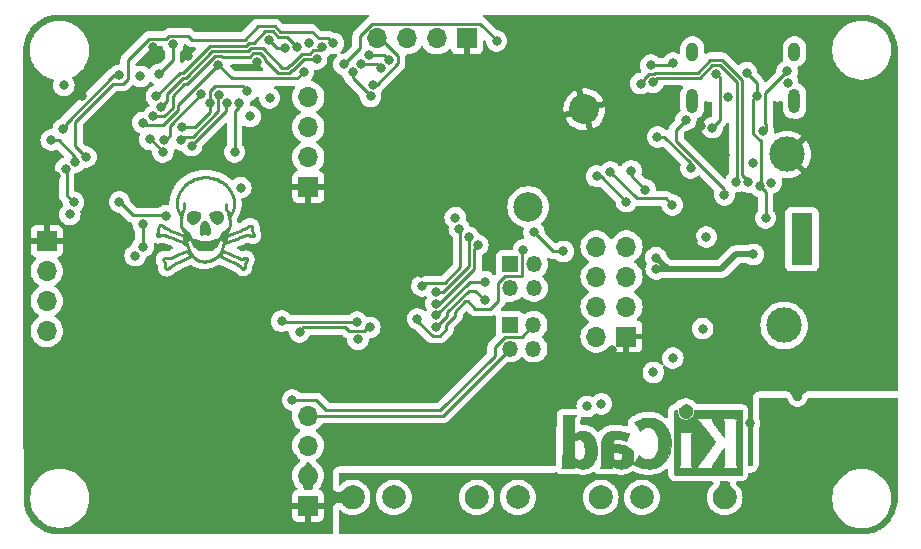
<source format=gbl>
G04 #@! TF.GenerationSoftware,KiCad,Pcbnew,8.0.5*
G04 #@! TF.CreationDate,2024-10-05T22:06:54-05:00*
G04 #@! TF.ProjectId,spudglo_driver_v8p0,73707564-676c-46f5-9f64-72697665725f,rev?*
G04 #@! TF.SameCoordinates,Original*
G04 #@! TF.FileFunction,Copper,L4,Bot*
G04 #@! TF.FilePolarity,Positive*
%FSLAX46Y46*%
G04 Gerber Fmt 4.6, Leading zero omitted, Abs format (unit mm)*
G04 Created by KiCad (PCBNEW 8.0.5) date 2024-10-05 22:06:54*
%MOMM*%
%LPD*%
G01*
G04 APERTURE LIST*
G04 #@! TA.AperFunction,EtchedComponent*
%ADD10C,0.000000*%
G04 #@! TD*
G04 #@! TA.AperFunction,EtchedComponent*
%ADD11C,0.253998*%
G04 #@! TD*
G04 #@! TA.AperFunction,EtchedComponent*
%ADD12C,0.263102*%
G04 #@! TD*
G04 #@! TA.AperFunction,EtchedComponent*
%ADD13C,0.254000*%
G04 #@! TD*
G04 #@! TA.AperFunction,EtchedComponent*
%ADD14C,0.010000*%
G04 #@! TD*
G04 #@! TA.AperFunction,ComponentPad*
%ADD15R,1.700000X1.700000*%
G04 #@! TD*
G04 #@! TA.AperFunction,ComponentPad*
%ADD16O,1.700000X1.700000*%
G04 #@! TD*
G04 #@! TA.AperFunction,ComponentPad*
%ADD17R,1.350000X1.350000*%
G04 #@! TD*
G04 #@! TA.AperFunction,ComponentPad*
%ADD18O,1.350000X1.350000*%
G04 #@! TD*
G04 #@! TA.AperFunction,ComponentPad*
%ADD19C,2.500000*%
G04 #@! TD*
G04 #@! TA.AperFunction,ComponentPad*
%ADD20C,2.540000*%
G04 #@! TD*
G04 #@! TA.AperFunction,ComponentPad*
%ADD21C,3.000000*%
G04 #@! TD*
G04 #@! TA.AperFunction,ComponentPad*
%ADD22R,1.800000X4.400000*%
G04 #@! TD*
G04 #@! TA.AperFunction,ComponentPad*
%ADD23O,1.800000X4.000000*%
G04 #@! TD*
G04 #@! TA.AperFunction,ComponentPad*
%ADD24O,4.000000X1.800000*%
G04 #@! TD*
G04 #@! TA.AperFunction,ComponentPad*
%ADD25O,1.000000X2.100000*%
G04 #@! TD*
G04 #@! TA.AperFunction,ComponentPad*
%ADD26O,1.000000X1.600000*%
G04 #@! TD*
G04 #@! TA.AperFunction,ComponentPad*
%ADD27C,2.000000*%
G04 #@! TD*
G04 #@! TA.AperFunction,ViaPad*
%ADD28C,0.800000*%
G04 #@! TD*
G04 #@! TA.AperFunction,ViaPad*
%ADD29C,4.000000*%
G04 #@! TD*
G04 #@! TA.AperFunction,ViaPad*
%ADD30C,5.000000*%
G04 #@! TD*
G04 #@! TA.AperFunction,Conductor*
%ADD31C,0.250000*%
G04 #@! TD*
G04 #@! TA.AperFunction,Conductor*
%ADD32C,0.500000*%
G04 #@! TD*
G04 APERTURE END LIST*
D10*
G04 #@! TA.AperFunction,EtchedComponent*
G36*
X83080022Y-150583168D02*
G01*
X83114296Y-150585082D01*
X83175302Y-150590957D01*
X83233974Y-150599829D01*
X83289956Y-150611723D01*
X83342892Y-150626665D01*
X83392428Y-150644680D01*
X83438208Y-150665794D01*
X83459579Y-150677521D01*
X83479878Y-150690033D01*
X83499059Y-150703332D01*
X83517080Y-150717421D01*
X83533896Y-150732304D01*
X83549461Y-150747985D01*
X83563733Y-150764465D01*
X83576666Y-150781749D01*
X83588215Y-150799840D01*
X83598337Y-150818740D01*
X83606988Y-150838453D01*
X83614122Y-150858983D01*
X83619695Y-150880331D01*
X83623664Y-150902503D01*
X83625983Y-150925499D01*
X83626607Y-150949325D01*
X83625494Y-150973983D01*
X83622598Y-150999476D01*
X83617874Y-151025808D01*
X83611280Y-151052981D01*
X83593483Y-151110935D01*
X83571401Y-151170311D01*
X83545229Y-151230409D01*
X83515163Y-151290524D01*
X83481399Y-151349954D01*
X83444134Y-151407995D01*
X83403563Y-151463944D01*
X83359882Y-151517099D01*
X83313288Y-151566755D01*
X83263976Y-151612211D01*
X83238362Y-151633144D01*
X83212143Y-151652763D01*
X83185342Y-151670980D01*
X83157984Y-151687708D01*
X83130094Y-151702858D01*
X83101697Y-151716343D01*
X83072816Y-151728074D01*
X83043476Y-151737964D01*
X83013702Y-151745925D01*
X82983518Y-151751869D01*
X82952949Y-151755709D01*
X82922019Y-151757355D01*
X82891213Y-151756588D01*
X82861018Y-151753320D01*
X82831464Y-151747657D01*
X82802579Y-151739704D01*
X82774392Y-151729569D01*
X82746934Y-151717358D01*
X82720232Y-151703176D01*
X82694317Y-151687131D01*
X82669217Y-151669329D01*
X82644962Y-151649875D01*
X82621580Y-151628877D01*
X82599100Y-151606440D01*
X82577553Y-151582671D01*
X82556967Y-151557676D01*
X82537371Y-151531561D01*
X82518794Y-151504433D01*
X82501266Y-151476398D01*
X82484815Y-151447563D01*
X82469472Y-151418033D01*
X82455264Y-151387915D01*
X82442221Y-151357315D01*
X82430372Y-151326340D01*
X82419747Y-151295096D01*
X82410375Y-151263689D01*
X82402284Y-151232225D01*
X82395504Y-151200811D01*
X82390064Y-151169553D01*
X82385993Y-151138558D01*
X82383321Y-151107931D01*
X82382075Y-151077780D01*
X82382287Y-151048209D01*
X82383984Y-151019327D01*
X82384014Y-151019327D01*
X82387368Y-150991257D01*
X82392494Y-150964059D01*
X82399342Y-150937740D01*
X82407859Y-150912305D01*
X82417995Y-150887761D01*
X82429697Y-150864115D01*
X82442913Y-150841372D01*
X82457592Y-150819540D01*
X82473683Y-150798624D01*
X82491133Y-150778630D01*
X82509890Y-150759566D01*
X82529904Y-150741437D01*
X82551122Y-150724250D01*
X82573492Y-150708011D01*
X82596963Y-150692727D01*
X82621484Y-150678403D01*
X82647001Y-150665047D01*
X82673465Y-150652664D01*
X82700822Y-150641261D01*
X82729022Y-150630844D01*
X82758013Y-150621420D01*
X82787742Y-150612995D01*
X82818158Y-150605575D01*
X82849210Y-150599167D01*
X82880846Y-150593777D01*
X82913013Y-150589411D01*
X82945661Y-150586075D01*
X82978738Y-150583777D01*
X83012191Y-150582522D01*
X83045970Y-150582317D01*
X83080022Y-150583168D01*
G37*
G04 #@! TD.AperFunction*
G04 #@! TA.AperFunction,EtchedComponent*
G36*
X85002988Y-150587199D02*
G01*
X85034623Y-150588816D01*
X85065443Y-150591565D01*
X85095432Y-150595430D01*
X85124576Y-150600400D01*
X85152859Y-150606460D01*
X85180266Y-150613597D01*
X85206782Y-150621797D01*
X85232392Y-150631046D01*
X85257081Y-150641330D01*
X85280832Y-150652637D01*
X85303632Y-150664952D01*
X85325465Y-150678261D01*
X85346315Y-150692552D01*
X85366168Y-150707810D01*
X85385008Y-150724021D01*
X85402820Y-150741172D01*
X85419590Y-150759250D01*
X85435301Y-150778240D01*
X85449938Y-150798129D01*
X85463487Y-150818904D01*
X85475932Y-150840550D01*
X85487258Y-150863054D01*
X85497450Y-150886402D01*
X85506492Y-150910581D01*
X85514370Y-150935577D01*
X85521068Y-150961376D01*
X85526571Y-150987965D01*
X85530864Y-151015329D01*
X85533931Y-151043456D01*
X85533899Y-151043455D01*
X85535550Y-151072224D01*
X85535628Y-151101461D01*
X85534168Y-151131075D01*
X85531205Y-151160974D01*
X85526773Y-151191066D01*
X85520908Y-151221261D01*
X85513644Y-151251465D01*
X85505017Y-151281587D01*
X85495062Y-151311537D01*
X85483813Y-151341221D01*
X85471306Y-151370548D01*
X85457576Y-151399427D01*
X85442657Y-151427766D01*
X85426585Y-151455473D01*
X85409394Y-151482456D01*
X85391119Y-151508624D01*
X85371796Y-151533885D01*
X85351460Y-151558148D01*
X85330145Y-151581320D01*
X85307887Y-151603309D01*
X85284720Y-151624026D01*
X85260679Y-151643376D01*
X85235800Y-151661270D01*
X85210118Y-151677614D01*
X85183666Y-151692318D01*
X85156481Y-151705290D01*
X85128598Y-151716438D01*
X85100051Y-151725670D01*
X85070875Y-151732894D01*
X85041105Y-151738020D01*
X85010777Y-151740955D01*
X84979925Y-151741607D01*
X84949064Y-151739903D01*
X84918695Y-151735897D01*
X84888834Y-151729684D01*
X84859497Y-151721359D01*
X84830699Y-151711018D01*
X84802457Y-151698755D01*
X84774785Y-151684665D01*
X84747700Y-151668845D01*
X84721218Y-151651388D01*
X84695354Y-151632391D01*
X84670124Y-151611948D01*
X84645543Y-151590155D01*
X84598394Y-151542898D01*
X84554032Y-151491381D01*
X84512584Y-151436367D01*
X84474175Y-151378617D01*
X84438932Y-151318892D01*
X84406980Y-151257953D01*
X84378445Y-151196562D01*
X84353454Y-151135481D01*
X84332131Y-151075471D01*
X84314604Y-151017294D01*
X84308272Y-150990234D01*
X84304316Y-150964236D01*
X84302658Y-150939280D01*
X84303219Y-150915349D01*
X84305921Y-150892426D01*
X84310687Y-150870492D01*
X84317439Y-150849531D01*
X84326098Y-150829523D01*
X84336587Y-150810451D01*
X84348827Y-150792298D01*
X84362741Y-150775046D01*
X84378250Y-150758676D01*
X84395277Y-150743172D01*
X84413743Y-150728514D01*
X84433570Y-150714686D01*
X84454681Y-150701670D01*
X84500441Y-150678001D01*
X84550399Y-150657366D01*
X84603930Y-150639621D01*
X84660411Y-150624624D01*
X84719217Y-150612233D01*
X84779724Y-150602306D01*
X84841308Y-150594700D01*
X84903345Y-150589273D01*
X84937334Y-150587414D01*
X84970554Y-150586727D01*
X85002988Y-150587199D01*
G37*
G04 #@! TD.AperFunction*
G04 #@! TA.AperFunction,EtchedComponent*
G36*
X83953451Y-151423110D02*
G01*
X83994433Y-151428575D01*
X84035147Y-151439457D01*
X84075317Y-151455805D01*
X84114668Y-151477667D01*
X84152922Y-151505092D01*
X84189804Y-151538129D01*
X84225037Y-151576825D01*
X84258346Y-151621230D01*
X84289455Y-151671392D01*
X84318086Y-151727359D01*
X84343965Y-151789181D01*
X84366814Y-151856906D01*
X84386359Y-151930583D01*
X84402321Y-152010259D01*
X84414427Y-152095984D01*
X84414427Y-152095982D01*
X84414427Y-152095980D01*
X84414426Y-152095977D01*
X84414426Y-152095975D01*
X84414426Y-152095972D01*
X84414426Y-152095970D01*
X84423510Y-152144836D01*
X84430662Y-152191622D01*
X84435920Y-152236309D01*
X84439323Y-152278880D01*
X84440911Y-152319317D01*
X84440722Y-152357603D01*
X84438794Y-152393720D01*
X84435168Y-152427651D01*
X84429882Y-152459377D01*
X84422974Y-152488882D01*
X84414483Y-152516149D01*
X84404449Y-152541158D01*
X84392910Y-152563894D01*
X84379906Y-152584337D01*
X84365474Y-152602472D01*
X84349654Y-152618280D01*
X84332485Y-152631744D01*
X84314006Y-152642846D01*
X84294255Y-152651568D01*
X84273272Y-152657894D01*
X84251094Y-152661806D01*
X84227762Y-152663285D01*
X84203314Y-152662315D01*
X84177789Y-152658878D01*
X84151226Y-152652957D01*
X84123663Y-152644534D01*
X84095140Y-152633591D01*
X84065695Y-152620111D01*
X84035368Y-152604076D01*
X84004196Y-152585469D01*
X83972220Y-152564273D01*
X83939478Y-152540469D01*
X83894015Y-152569260D01*
X83851548Y-152593854D01*
X83811978Y-152614400D01*
X83775209Y-152631044D01*
X83741140Y-152643934D01*
X83709675Y-152653217D01*
X83680715Y-152659042D01*
X83654161Y-152661555D01*
X83629915Y-152660904D01*
X83607880Y-152657237D01*
X83587956Y-152650700D01*
X83570046Y-152641442D01*
X83554051Y-152629611D01*
X83539873Y-152615352D01*
X83527414Y-152598815D01*
X83516576Y-152580147D01*
X83507260Y-152559494D01*
X83499368Y-152537005D01*
X83492802Y-152512827D01*
X83487464Y-152487108D01*
X83483254Y-152459995D01*
X83480076Y-152431635D01*
X83476420Y-152371767D01*
X83475710Y-152308683D01*
X83477158Y-152243564D01*
X83483390Y-152111939D01*
X83486672Y-152032747D01*
X83494381Y-151958146D01*
X83506241Y-151888185D01*
X83521975Y-151822912D01*
X83541308Y-151762376D01*
X83563963Y-151706626D01*
X83589664Y-151655709D01*
X83618134Y-151609676D01*
X83649099Y-151568573D01*
X83682281Y-151532451D01*
X83717404Y-151501357D01*
X83754193Y-151475340D01*
X83792371Y-151454448D01*
X83831662Y-151438731D01*
X83871790Y-151428237D01*
X83912478Y-151423013D01*
X83953451Y-151423110D01*
G37*
G04 #@! TD.AperFunction*
G04 #@! TA.AperFunction,EtchedComponent*
G36*
X82982088Y-152918092D02*
G01*
X83143594Y-152973562D01*
X83304227Y-153020628D01*
X83464246Y-153058970D01*
X83623911Y-153088268D01*
X83783482Y-153108200D01*
X83970000Y-153118445D01*
X83970000Y-154000000D01*
X83840000Y-154000000D01*
X83716057Y-153990505D01*
X83581026Y-153968635D01*
X83449450Y-153937680D01*
X83330000Y-153880000D01*
X83220000Y-153810000D01*
X83120000Y-153750000D01*
X83050000Y-153700000D01*
X82960000Y-153620000D01*
X82890000Y-153550000D01*
X82810000Y-153390000D01*
X82770000Y-153240000D01*
X82730000Y-153090000D01*
X82713007Y-152946544D01*
X82819448Y-152854541D01*
X82982088Y-152918092D01*
G37*
G04 #@! TD.AperFunction*
G04 #@! TA.AperFunction,EtchedComponent*
G36*
X85226993Y-152946544D02*
G01*
X85210000Y-153090000D01*
X85170000Y-153240000D01*
X85130000Y-153390000D01*
X85050000Y-153550000D01*
X84980000Y-153620000D01*
X84890000Y-153700000D01*
X84820000Y-153750000D01*
X84720000Y-153810000D01*
X84610000Y-153880000D01*
X84490550Y-153937680D01*
X84358974Y-153968635D01*
X84223943Y-153990505D01*
X84100000Y-154000000D01*
X83970000Y-154000000D01*
X83970000Y-153118445D01*
X84156518Y-153108200D01*
X84316089Y-153088268D01*
X84475754Y-153058970D01*
X84635773Y-153020628D01*
X84796406Y-152973562D01*
X84957912Y-152918092D01*
X85120552Y-152854541D01*
X85226993Y-152946544D01*
G37*
G04 #@! TD.AperFunction*
G04 #@! TA.AperFunction,EtchedComponent*
G36*
X82770000Y-152680000D02*
G01*
X82819448Y-152854541D01*
X82840000Y-153140000D01*
X82680000Y-153130000D01*
X82540000Y-153150000D01*
X82440000Y-153280000D01*
X82262199Y-152451544D01*
X82770000Y-152680000D01*
G37*
G04 #@! TD.AperFunction*
G04 #@! TA.AperFunction,EtchedComponent*
G36*
X85500000Y-153280000D02*
G01*
X85400000Y-153150000D01*
X85260000Y-153130000D01*
X85100000Y-153140000D01*
X85120552Y-152854541D01*
X85170000Y-152680000D01*
X85677801Y-152451544D01*
X85500000Y-153280000D01*
G37*
G04 #@! TD.AperFunction*
D11*
X79862101Y-152592509D02*
X79861954Y-152579354D01*
X79863604Y-152614762D02*
X79862101Y-152592509D01*
X79861954Y-152579354D02*
X79862484Y-152566580D01*
X79866290Y-152633889D02*
X79863604Y-152614762D01*
X79862484Y-152566580D02*
X79863649Y-152554153D01*
X79863649Y-152554153D02*
X79865406Y-152542040D01*
X79870140Y-152650065D02*
X79866290Y-152633889D01*
X79865406Y-152542040D02*
X79867714Y-152530208D01*
X79875136Y-152663465D02*
X79870140Y-152650065D01*
X79867714Y-152530208D02*
X79870530Y-152518623D01*
X79881260Y-152674260D02*
X79875136Y-152663465D01*
X79870530Y-152518623D02*
X79877518Y-152496061D01*
X79888493Y-152682626D02*
X79881260Y-152674260D01*
X79877518Y-152496061D02*
X79886033Y-152474088D01*
X79896817Y-152688735D02*
X79888493Y-152682626D01*
X79886033Y-152474088D02*
X79895737Y-152452436D01*
X79906213Y-152692762D02*
X79896817Y-152688735D01*
X79916663Y-152694880D02*
X79906213Y-152692762D01*
X79928149Y-152695264D02*
X79916663Y-152694880D01*
X79895737Y-152452436D02*
X79917366Y-152409029D01*
X79940652Y-152694086D02*
X79928149Y-152695264D01*
X79917366Y-152409029D02*
X79939706Y-152363704D01*
X79954153Y-152691521D02*
X79940652Y-152694086D01*
X79939706Y-152363704D02*
X79950300Y-152339656D01*
X79968635Y-152687742D02*
X79954153Y-152691521D01*
X79950300Y-152339656D02*
X79960059Y-152314327D01*
X79984078Y-152682922D02*
X79968635Y-152687742D01*
X79960059Y-152314327D02*
X79968647Y-152287452D01*
X79968647Y-152287452D02*
X79972396Y-152273350D01*
X79972396Y-152273350D02*
X79975726Y-152258762D01*
X79975726Y-152258762D02*
X79978594Y-152243654D01*
X79978594Y-152243654D02*
X79980959Y-152227991D01*
X79980959Y-152227991D02*
X79982778Y-152211742D01*
X79982778Y-152211742D02*
X79984009Y-152194873D01*
X80017777Y-152670859D02*
X79984078Y-152682922D01*
X79984009Y-152194873D02*
X79986735Y-152127933D01*
X79986735Y-152127933D02*
X79988776Y-152064923D01*
X79988776Y-152064923D02*
X79990123Y-152035025D01*
X79990123Y-152035025D02*
X79991999Y-152006270D01*
X79991999Y-152006270D02*
X79994637Y-151978712D01*
X79994637Y-151978712D02*
X79998270Y-151952402D01*
X79998270Y-151952402D02*
X80003132Y-151927396D01*
X80003132Y-151927396D02*
X80006097Y-151915399D01*
X80006097Y-151915399D02*
X80009456Y-151903747D01*
X80009456Y-151903747D02*
X80013239Y-151892448D01*
X80013239Y-151892448D02*
X80017475Y-151881508D01*
X80095906Y-152641896D02*
X80017777Y-152670859D01*
X80017475Y-151881508D02*
X80022194Y-151870933D01*
X80022194Y-151870933D02*
X80027424Y-151860732D01*
X80027424Y-151860732D02*
X80033194Y-151850909D01*
X80033194Y-151850909D02*
X80039534Y-151841472D01*
X80039534Y-151841472D02*
X80046473Y-151832428D01*
X80046473Y-151832428D02*
X80054040Y-151823784D01*
X80054040Y-151823784D02*
X80062264Y-151815545D01*
X80062264Y-151815545D02*
X80071175Y-151807719D01*
X80071175Y-151807719D02*
X80080801Y-151800312D01*
X80080801Y-151800312D02*
X80091171Y-151793331D01*
X80140041Y-152627776D02*
X80095906Y-152641896D01*
X80091171Y-151793331D02*
X80105884Y-151785274D01*
X80105884Y-151785274D02*
X80120957Y-151779309D01*
X80120957Y-151779309D02*
X80136361Y-151775326D01*
X80163312Y-152621415D02*
X80140041Y-152627776D01*
X80136361Y-151775326D02*
X80152068Y-151773217D01*
X80187361Y-152615750D02*
X80163312Y-152621415D01*
X80152068Y-151773217D02*
X80168048Y-151772873D01*
X80168048Y-151772873D02*
X80184272Y-151774186D01*
X80212168Y-152610957D02*
X80187361Y-152615750D01*
X80184272Y-151774186D02*
X80200711Y-151777046D01*
X80237717Y-152607209D02*
X80212168Y-152610957D01*
X80200711Y-151777046D02*
X80217336Y-151781344D01*
X80217336Y-151781344D02*
X80234117Y-151786973D01*
X80263988Y-152604679D02*
X80237717Y-152607209D01*
X80234117Y-151786973D02*
X80251027Y-151793824D01*
X80290963Y-152603541D02*
X80263988Y-152604679D01*
X80251027Y-151793824D02*
X80268035Y-151801787D01*
X80268035Y-151801787D02*
X80285112Y-151810754D01*
X80318623Y-152603969D02*
X80290963Y-152603541D01*
X80346951Y-152606137D02*
X80318623Y-152603969D01*
X80285112Y-151810754D02*
X80319359Y-151831265D01*
X80375927Y-152610218D02*
X80346951Y-152606137D01*
X80319359Y-151831265D02*
X80353535Y-151854487D01*
X80405534Y-152616386D02*
X80375927Y-152610218D01*
X80384820Y-154693112D02*
X80384148Y-154681593D01*
X80386800Y-154704900D02*
X80384820Y-154693112D01*
X80384148Y-154681593D02*
X80384883Y-154670351D01*
X80389986Y-154716948D02*
X80386800Y-154704900D01*
X80384883Y-154670351D02*
X80387125Y-154659394D01*
X80353535Y-151854487D02*
X80387406Y-151879550D01*
X80394280Y-154729248D02*
X80389986Y-154716948D01*
X80387125Y-154659394D02*
X80390975Y-154648733D01*
X80399581Y-154741790D02*
X80394280Y-154729248D01*
X80390975Y-154648733D02*
X80396531Y-154638374D01*
X80405790Y-154754567D02*
X80399581Y-154741790D01*
X80396531Y-154638374D02*
X80403894Y-154628326D01*
X80521974Y-152647624D02*
X80405534Y-152616386D01*
X80420530Y-154780790D02*
X80405790Y-154754567D01*
X80403894Y-154628326D02*
X80413164Y-154618599D01*
X80437699Y-154807848D02*
X80420530Y-154780790D01*
X80387406Y-151879550D02*
X80420741Y-151905585D01*
X80413164Y-154618599D02*
X80423937Y-154609796D01*
X80423937Y-154609796D02*
X80435715Y-154602446D01*
X80476131Y-154864194D02*
X80437699Y-154807848D01*
X80435715Y-154602446D02*
X80448462Y-154596442D01*
X80448462Y-154596442D02*
X80462141Y-154591675D01*
X80495794Y-154893346D02*
X80476131Y-154864194D01*
X80462141Y-154591675D02*
X80476715Y-154588039D01*
X80420741Y-151905585D02*
X80484869Y-151957090D01*
X80476715Y-154588039D02*
X80492146Y-154585426D01*
X80514688Y-154923058D02*
X80495794Y-154893346D01*
X80532014Y-154953262D02*
X80514688Y-154923058D01*
X80484869Y-151957090D02*
X80515197Y-151980820D01*
X80651970Y-152687526D02*
X80521974Y-152647624D01*
X80492146Y-154585426D02*
X80525432Y-154582839D01*
X80539840Y-154968528D02*
X80532014Y-154953262D01*
X80546973Y-154983891D02*
X80539840Y-154968528D01*
X80515197Y-151980820D02*
X80544057Y-152002043D01*
X80553315Y-154999342D02*
X80546973Y-154983891D01*
X80558765Y-155014874D02*
X80553315Y-154999342D01*
X80563223Y-155030478D02*
X80558765Y-155014874D01*
X80525432Y-154582839D02*
X80561703Y-154583055D01*
X80566590Y-155046144D02*
X80563223Y-155030478D01*
X80573454Y-155092464D02*
X80566590Y-155046144D01*
X80544057Y-152002043D02*
X80571215Y-152019887D01*
X80577741Y-155137253D02*
X80573454Y-155092464D01*
X80580048Y-155180311D02*
X80577741Y-155137253D01*
X80580970Y-155221435D02*
X80580048Y-155180311D01*
X80581050Y-155297077D02*
X80580970Y-155221435D01*
X80581399Y-155331192D02*
X80581050Y-155297077D01*
X80582750Y-155362569D02*
X80581399Y-155331192D01*
X80585700Y-155391005D02*
X80582750Y-155362569D01*
X80571215Y-152019887D02*
X80584084Y-152027271D01*
X80590844Y-155416299D02*
X80585700Y-155391005D01*
X80594426Y-155427705D02*
X80590844Y-155416299D01*
X80598779Y-155438249D02*
X80594426Y-155427705D01*
X80584084Y-152027271D02*
X80596441Y-152033485D01*
X80603980Y-155447908D02*
X80598779Y-155438249D01*
X80561703Y-154583055D02*
X80600662Y-154585213D01*
X80610102Y-155456655D02*
X80603980Y-155447908D01*
X80617220Y-155464466D02*
X80610102Y-155456655D01*
X80625409Y-155471315D02*
X80617220Y-155464466D01*
X80634743Y-155477177D02*
X80625409Y-155471315D01*
X80645296Y-155482027D02*
X80634743Y-155477177D01*
X80657144Y-155485840D02*
X80645296Y-155482027D01*
X80941006Y-152787427D02*
X80651970Y-152687526D01*
X80670360Y-155488591D02*
X80657144Y-155485840D01*
X80685020Y-155490253D02*
X80670360Y-155488591D01*
X80701197Y-155490803D02*
X80685020Y-155490253D01*
X80600662Y-154585213D02*
X80685457Y-154591921D01*
X80715537Y-155490268D02*
X80701197Y-155490803D01*
X80729345Y-155488704D02*
X80715537Y-155490268D01*
X80742708Y-155486138D02*
X80729345Y-155488704D01*
X80685457Y-154591921D02*
X80730700Y-154594751D01*
X80755709Y-155482595D02*
X80742708Y-155486138D01*
X80768434Y-155478103D02*
X80755709Y-155482595D01*
X80780967Y-155472686D02*
X80768434Y-155478103D01*
X80730700Y-154594751D02*
X80777443Y-154596086D01*
X80793393Y-155466373D02*
X80780967Y-155472686D01*
X80805796Y-155459188D02*
X80793393Y-155466373D01*
X80818261Y-155451158D02*
X80805796Y-155459188D01*
X80596441Y-152033485D02*
X80813033Y-152131732D01*
X80830874Y-155442309D02*
X80818261Y-155451158D01*
X80777443Y-154596086D02*
X80825391Y-154595065D01*
X80856879Y-155422260D02*
X80830874Y-155442309D01*
X80884488Y-155399252D02*
X80856879Y-155422260D01*
X80825391Y-154595065D02*
X80874246Y-154590831D01*
X80914380Y-155373493D02*
X80884488Y-155399252D01*
X80947233Y-155345195D02*
X80914380Y-155373493D01*
X80874246Y-154590831D02*
X80923711Y-154582523D01*
X81249383Y-152904300D02*
X80941006Y-152787427D01*
X80983723Y-155314568D02*
X80947233Y-155345195D01*
X80923711Y-154582523D02*
X80948580Y-154576572D01*
X80948580Y-154576572D02*
X80973490Y-154569281D01*
X81024529Y-155281821D02*
X80983723Y-155314568D01*
X80973490Y-154569281D02*
X80998404Y-154560541D01*
X80998404Y-154560541D02*
X81023286Y-154550245D01*
X81046763Y-155264718D02*
X81024529Y-155281821D01*
X81070329Y-155247164D02*
X81046763Y-155264718D01*
X81023286Y-154550245D02*
X81048098Y-154538287D01*
X80813033Y-152131732D02*
X81060820Y-152241273D01*
X81095314Y-155229185D02*
X81070329Y-155247164D01*
X81048098Y-154538287D02*
X81072802Y-154524558D01*
X81121801Y-155210807D02*
X81095314Y-155229185D01*
X81149875Y-155192058D02*
X81121801Y-155210807D01*
X81179621Y-155172962D02*
X81149875Y-155192058D01*
X81211124Y-155153546D02*
X81179621Y-155172962D01*
X81244468Y-155133837D02*
X81211124Y-155153546D01*
X81279739Y-155113860D02*
X81244468Y-155133837D01*
X81553844Y-153026357D02*
X81249383Y-152904300D01*
X81317020Y-155093642D02*
X81279739Y-155113860D01*
X81518869Y-154988912D02*
X81317020Y-155093642D01*
X81744579Y-154875399D02*
X81518869Y-154988912D01*
X81556661Y-149779916D02*
X81546225Y-149890865D01*
X81546225Y-149890865D02*
X81549370Y-150094004D01*
X82057990Y-153238872D02*
X81553844Y-153026357D01*
X81549370Y-150094004D02*
X81554856Y-150140377D01*
X81574796Y-149664214D02*
X81556661Y-149779916D01*
X81554856Y-150140377D02*
X81561458Y-150185336D01*
X81561458Y-150185336D02*
X81569111Y-150228927D01*
X81600400Y-149544886D02*
X81574796Y-149664214D01*
X81060820Y-152241273D02*
X81575917Y-152464161D01*
X81569111Y-150228927D02*
X81577750Y-150271195D01*
X81577750Y-150271195D02*
X81587307Y-150312185D01*
X81587307Y-150312185D02*
X81597718Y-150351942D01*
X81633244Y-149423057D02*
X81600400Y-149544886D01*
X81597718Y-150351942D02*
X81608917Y-150390512D01*
X81608917Y-150390512D02*
X81620837Y-150427941D01*
X81673097Y-149299854D02*
X81633244Y-149423057D01*
X81620837Y-150427941D02*
X81646578Y-150499553D01*
X81719731Y-149176401D02*
X81673097Y-149299854D01*
X81646578Y-150499553D02*
X81674417Y-150567143D01*
X81674417Y-150567143D02*
X81703825Y-150631072D01*
X81772913Y-149053826D02*
X81719731Y-149176401D01*
X81703825Y-150631072D02*
X81734275Y-150691703D01*
X82204984Y-154650072D02*
X81744579Y-154875399D01*
X81072802Y-154524558D02*
X81757392Y-154225394D01*
X81734275Y-150691703D02*
X81765243Y-150749399D01*
X81832416Y-148933254D02*
X81772913Y-149053826D01*
X81765243Y-150749399D02*
X81796199Y-150804523D01*
X81898009Y-148815810D02*
X81832416Y-148933254D01*
X81796199Y-150804523D02*
X81855973Y-150908504D01*
D12*
X81871467Y-151578662D02*
X81870581Y-151614389D01*
X81870581Y-151614389D02*
X81870892Y-151649037D01*
X81876733Y-151503242D02*
X81871467Y-151578662D01*
X81870892Y-151649037D02*
X81872425Y-151682787D01*
X81872425Y-151682787D02*
X81875204Y-151715821D01*
X81886495Y-151421327D02*
X81876733Y-151503242D01*
X81875204Y-151715821D02*
X81879253Y-151748319D01*
D11*
X81855973Y-150908504D02*
X81883736Y-150958087D01*
D12*
X81879253Y-151748319D02*
X81884597Y-151780465D01*
X81900556Y-151331462D02*
X81886495Y-151421327D01*
X81884597Y-151780465D02*
X81891261Y-151812439D01*
D11*
X81969461Y-148702620D02*
X81898009Y-148815810D01*
D12*
X81891261Y-151812439D02*
X81899269Y-151844423D01*
X81918721Y-151232196D02*
X81900556Y-151331462D01*
X81899269Y-151844423D02*
X81908645Y-151876598D01*
D11*
X81883736Y-150958087D02*
X81909382Y-151006549D01*
D12*
X81940795Y-151122077D02*
X81918721Y-151232196D01*
X81908645Y-151876598D02*
X81919414Y-151909146D01*
D11*
X81909382Y-151006549D02*
X81932384Y-151054252D01*
D12*
X81995886Y-150863466D02*
X81940795Y-151122077D01*
X81919414Y-151909146D02*
X81945229Y-151976088D01*
D11*
X81932384Y-151054252D02*
X81952214Y-151101558D01*
D12*
X81979503Y-152019231D02*
X81963442Y-151995949D01*
D11*
X82046544Y-148594811D02*
X81969461Y-148702620D01*
D12*
X81963442Y-151995949D02*
X81974160Y-152006303D01*
X81945229Y-151976088D02*
X81976908Y-152046700D01*
X82021248Y-150741388D02*
X81995886Y-150863466D01*
X81974160Y-152006303D02*
X82008928Y-152043570D01*
X81976908Y-152046700D02*
X82014647Y-152122435D01*
D11*
X81799516Y-150711152D02*
X82020484Y-150668848D01*
D12*
X82030192Y-150692905D02*
X82021248Y-150741388D01*
X82036800Y-150650938D02*
X82030192Y-150692905D01*
X82041188Y-150614095D02*
X82036800Y-150650938D01*
X82043472Y-150580985D02*
X82041188Y-150614095D01*
D13*
X82174468Y-150338492D02*
X82043472Y-150580985D01*
D11*
X82129027Y-148493509D02*
X82046544Y-148594811D01*
X82267385Y-153330667D02*
X82057990Y-153238872D01*
D12*
X82014647Y-152122435D02*
X82058642Y-152204745D01*
X82008928Y-152043570D02*
X82065013Y-152101030D01*
X82058642Y-152204745D02*
X82084253Y-152247216D01*
X82065013Y-152101030D02*
X82100196Y-152135232D01*
X82084253Y-152247216D02*
X82109961Y-152282705D01*
D11*
X82216680Y-148399838D02*
X82129027Y-148493509D01*
D12*
X82109961Y-152282705D02*
X82135519Y-152312773D01*
X82100196Y-152135232D02*
X82139685Y-152171963D01*
X82135519Y-152312773D02*
X82160682Y-152338979D01*
D11*
X81575917Y-152464161D02*
X82165748Y-152714649D01*
D13*
X82164468Y-149898492D02*
X82174468Y-150338492D01*
D12*
X82139685Y-152171963D02*
X82183137Y-152210381D01*
D11*
X82723545Y-154402508D02*
X82204984Y-154650072D01*
D12*
X82160682Y-152338979D02*
X82208836Y-152386048D01*
D11*
X82309274Y-148314925D02*
X82216680Y-148399838D01*
D12*
X82183137Y-152210381D02*
X82230212Y-152249647D01*
D11*
X82131916Y-152682877D02*
X82231335Y-152410031D01*
D12*
X82208836Y-152386048D02*
X82231335Y-152410031D01*
X82231335Y-152410031D02*
X82252453Y-152436393D01*
D11*
X82165748Y-152714649D02*
X82267385Y-153330667D01*
D12*
X82252453Y-152436393D02*
X82271945Y-152466695D01*
X82230212Y-152249647D02*
X82280569Y-152288921D01*
X82271945Y-152466695D02*
X82289563Y-152502496D01*
X82289563Y-152502496D02*
X82297593Y-152522947D01*
D11*
X82378147Y-148259579D02*
X82309274Y-148314925D01*
D12*
X82305063Y-152545357D02*
X82311941Y-152569923D01*
X82311941Y-152569923D02*
X82318196Y-152596838D01*
X82318196Y-152596838D02*
X82328718Y-152658500D01*
X82280569Y-152288921D02*
X82333865Y-152327363D01*
X82328718Y-152658500D02*
X82336382Y-152731902D01*
X82336382Y-152731902D02*
X82340942Y-152818604D01*
X82342151Y-152920167D02*
X82342932Y-152979789D01*
X82342932Y-152979789D02*
X82345802Y-153039005D01*
X82345802Y-153039005D02*
X82350659Y-153097767D01*
X82350659Y-153097767D02*
X82357403Y-153156029D01*
X82357403Y-153156029D02*
X82365932Y-153213742D01*
X82365932Y-153213742D02*
X82376144Y-153270859D01*
D11*
X82453225Y-148204653D02*
X82378147Y-148259579D01*
D12*
X82333865Y-152327363D02*
X82389759Y-152364132D01*
X82376144Y-153270859D02*
X82401212Y-153383111D01*
D11*
X81757392Y-154225394D02*
X82421479Y-153938421D01*
D12*
X82401212Y-153383111D02*
X82431796Y-153492404D01*
X82389759Y-152364132D02*
X82447911Y-152398388D01*
D11*
X82534192Y-148150579D02*
X82453225Y-148204653D01*
D12*
X82447911Y-152398388D02*
X82466404Y-152410128D01*
X82431796Y-153492404D02*
X82467084Y-153598356D01*
X82466404Y-152410128D02*
X82484204Y-152424365D01*
X82484204Y-152424365D02*
X82501315Y-152440891D01*
X82467084Y-153598356D02*
X82506265Y-153700584D01*
X82501315Y-152440891D02*
X82517744Y-152459497D01*
X82517744Y-152459497D02*
X82533499Y-152479974D01*
D11*
X82620729Y-148097790D02*
X82534192Y-148150579D01*
D12*
X82506265Y-153700584D02*
X82548528Y-153798705D01*
X82533499Y-152479974D02*
X82548584Y-152502112D01*
X82548584Y-152502112D02*
X82563007Y-152525704D01*
X82563007Y-152525704D02*
X82576773Y-152550539D01*
X82548528Y-153798705D02*
X82593060Y-153892339D01*
X82576773Y-152550539D02*
X82602363Y-152603106D01*
D11*
X82712517Y-148046717D02*
X82620729Y-148097790D01*
D12*
X82602363Y-152603106D02*
X82625405Y-152658140D01*
X82593060Y-153892339D02*
X82639049Y-153981103D01*
X82625405Y-152658140D02*
X82645951Y-152713971D01*
X82639049Y-153981103D02*
X82685686Y-154064613D01*
D11*
X82809238Y-147997794D02*
X82712517Y-148046717D01*
X82421479Y-153938421D02*
X82723545Y-154402508D01*
D12*
X82685686Y-154064613D02*
X82732157Y-154142489D01*
X82732157Y-154142489D02*
X82777651Y-154214349D01*
D11*
X82910575Y-147951452D02*
X82809238Y-147997794D01*
D12*
X82777651Y-154214349D02*
X82821357Y-154279809D01*
X82821357Y-154279809D02*
X82900157Y-154390003D01*
D11*
X83016208Y-147908125D02*
X82910575Y-147951452D01*
D12*
X82900157Y-154390003D02*
X82931568Y-154430400D01*
X82931568Y-154430400D02*
X82963625Y-154468464D01*
X82963625Y-154468464D02*
X82996281Y-154504263D01*
D11*
X83125820Y-147868244D02*
X83016208Y-147908125D01*
D12*
X82996281Y-154504263D02*
X83029483Y-154537864D01*
X83029483Y-154537864D02*
X83063182Y-154569335D01*
X83063182Y-154569335D02*
X83097326Y-154598745D01*
D11*
X83239092Y-147832241D02*
X83125820Y-147868244D01*
D12*
X83097326Y-154598745D02*
X83131866Y-154626160D01*
X83131866Y-154626160D02*
X83166751Y-154651650D01*
X83166751Y-154651650D02*
X83201930Y-154675281D01*
X83201930Y-154675281D02*
X83237354Y-154697122D01*
D11*
X83355706Y-147800550D02*
X83239092Y-147832241D01*
D12*
X83237354Y-154697122D02*
X83272971Y-154717241D01*
X83272971Y-154717241D02*
X83308731Y-154735705D01*
D11*
X83475344Y-147773603D02*
X83355706Y-147800550D01*
D12*
X83308731Y-154735705D02*
X83380478Y-154767940D01*
X83380478Y-154767940D02*
X83452191Y-154794373D01*
D11*
X83597687Y-147751832D02*
X83475344Y-147773603D01*
D12*
X83452191Y-154794373D02*
X83523467Y-154815544D01*
X83523467Y-154815544D02*
X83593902Y-154831998D01*
D11*
X83722418Y-147735669D02*
X83597687Y-147751832D01*
D12*
X83593902Y-154831998D02*
X83663092Y-154844277D01*
D11*
X83849218Y-147725547D02*
X83722418Y-147735669D01*
D12*
X83663092Y-154844277D02*
X83730632Y-154852925D01*
X83730632Y-154852925D02*
X83796120Y-154858484D01*
D11*
X83977768Y-147721898D02*
X83849218Y-147725547D01*
D12*
X83796120Y-154858484D02*
X83859152Y-154861498D01*
X84013396Y-154852958D02*
X83957820Y-154861998D01*
X83859152Y-154861498D02*
X83976229Y-154862061D01*
X84072161Y-154841640D02*
X84013396Y-154852958D01*
X84133767Y-154827947D02*
X84072161Y-154841640D01*
D11*
X83971450Y-147722025D02*
X84100000Y-147725674D01*
D12*
X84197862Y-154811784D02*
X84133767Y-154827947D01*
X84264098Y-154793054D02*
X84197862Y-154811784D01*
D11*
X84100000Y-147725674D02*
X84226800Y-147735796D01*
D12*
X84332125Y-154771659D02*
X84264098Y-154793054D01*
X84401592Y-154747504D02*
X84332125Y-154771659D01*
D11*
X84226800Y-147735796D02*
X84351531Y-147751959D01*
D12*
X84472150Y-154720491D02*
X84401592Y-154747504D01*
X84543449Y-154690525D02*
X84472150Y-154720491D01*
D11*
X84351531Y-147751959D02*
X84473874Y-147773730D01*
D12*
X84615138Y-154657508D02*
X84543449Y-154690525D01*
D11*
X84473874Y-147773730D02*
X84593512Y-147800677D01*
D12*
X84686869Y-154621344D02*
X84615138Y-154657508D01*
X84758290Y-154581937D02*
X84686869Y-154621344D01*
D11*
X84593512Y-147800677D02*
X84710126Y-147832368D01*
D12*
X84829053Y-154539189D02*
X84758290Y-154581937D01*
D11*
X84710126Y-147832368D02*
X84823399Y-147868371D01*
D12*
X84898808Y-154493005D02*
X84829053Y-154539189D01*
X84967204Y-154443287D02*
X84898808Y-154493005D01*
D11*
X84823399Y-147868371D02*
X84933010Y-147908252D01*
D12*
X85033891Y-154389939D02*
X84967204Y-154443287D01*
X85059304Y-154366863D02*
X85033891Y-154389939D01*
D11*
X84933010Y-147908252D02*
X85038644Y-147951579D01*
D12*
X85084457Y-154340638D02*
X85059304Y-154366863D01*
X85133883Y-154279408D02*
X85084457Y-154340638D01*
X85109718Y-152966984D02*
X85107251Y-152966159D01*
X85113238Y-152964508D02*
X85109718Y-152966984D01*
X85123297Y-152950475D02*
X85113238Y-152964508D01*
X85137149Y-152925700D02*
X85123297Y-152950475D01*
X85181964Y-154207589D02*
X85133883Y-154279408D01*
X85224888Y-152751955D02*
X85137149Y-152925700D01*
D11*
X85038644Y-147951579D02*
X85139980Y-147997921D01*
D12*
X85228497Y-154126523D02*
X85181964Y-154207589D01*
X85253509Y-152698052D02*
X85224888Y-152751955D01*
X85273277Y-154037547D02*
X85228497Y-154126523D01*
D11*
X85139980Y-147997921D02*
X85236702Y-148046845D01*
X85431553Y-153930897D02*
X85242793Y-154423427D01*
D12*
X85284245Y-152643240D02*
X85253509Y-152698052D01*
X85316101Y-153942004D02*
X85273277Y-154037547D01*
X85316818Y-152589158D02*
X85284245Y-152643240D01*
X85356765Y-153841232D02*
X85316101Y-153942004D01*
X85350947Y-152537444D02*
X85316818Y-152589158D01*
D11*
X85236702Y-148046845D02*
X85328490Y-148097917D01*
D12*
X85386353Y-152489738D02*
X85350947Y-152537444D01*
X85395065Y-153736571D02*
X85356765Y-153841232D01*
X85404448Y-152467900D02*
X85386353Y-152489738D01*
X85430797Y-153629362D02*
X85395065Y-153736571D01*
X85422757Y-152447679D02*
X85404448Y-152467900D01*
D11*
X85328490Y-148097917D02*
X85415026Y-148150706D01*
D12*
X85441246Y-152429278D02*
X85422757Y-152447679D01*
X85463757Y-153520945D02*
X85430797Y-153629362D01*
D11*
X86810678Y-154569007D02*
X85431553Y-153930897D01*
D12*
X85459880Y-152412904D02*
X85441246Y-152429278D01*
X85478623Y-152398761D02*
X85459880Y-152412904D01*
X85493742Y-153412659D02*
X85463757Y-153520945D01*
X85497441Y-152387054D02*
X85478623Y-152398761D01*
X85520547Y-153305845D02*
X85493742Y-153412659D01*
D11*
X85415026Y-148150706D02*
X85495993Y-148204780D01*
D12*
X85555973Y-152352544D02*
X85497441Y-152387054D01*
X85543969Y-153201842D02*
X85520547Y-153305845D01*
X85563804Y-153101991D02*
X85543969Y-153201842D01*
X85612941Y-152315058D02*
X85555973Y-152352544D01*
X85579848Y-153007632D02*
X85563804Y-153101991D01*
D11*
X85495993Y-148204780D02*
X85571071Y-148259706D01*
D12*
X85591897Y-152920104D02*
X85579848Y-153007632D01*
X85618183Y-152733876D02*
X85604941Y-152819441D01*
X85667907Y-152275504D02*
X85612941Y-152315058D01*
X85631714Y-152661815D02*
X85618183Y-152733876D01*
X85645624Y-152601660D02*
X85631714Y-152661815D01*
D11*
X85571071Y-148259706D02*
X85639944Y-148315051D01*
D12*
X85660005Y-152551814D02*
X85645624Y-152601660D01*
D11*
X85793090Y-152660579D02*
X85658277Y-153315374D01*
D12*
X85674949Y-152510680D02*
X85660005Y-152551814D01*
X85720428Y-152234786D02*
X85667907Y-152275504D01*
X85690547Y-152476663D02*
X85674949Y-152510680D01*
X85706889Y-152448164D02*
X85690547Y-152476663D01*
X85724068Y-152423588D02*
X85706889Y-152448164D01*
D13*
X85720000Y-149990000D02*
X85710000Y-150430000D01*
D12*
X85770064Y-152193811D02*
X85720428Y-152234786D01*
X85742174Y-152401338D02*
X85724068Y-152423588D01*
D11*
X85639944Y-148315051D02*
X85732537Y-148399964D01*
X85242793Y-154423427D02*
X85740197Y-154662480D01*
D12*
X85781535Y-152357427D02*
X85742174Y-152401338D01*
X85816376Y-152153486D02*
X85770064Y-152193811D01*
X85802972Y-152332573D02*
X85781535Y-152357427D01*
D11*
X85880954Y-152630273D02*
X85781535Y-152357427D01*
X85968818Y-152599966D02*
X85793090Y-152660579D01*
D12*
X85825702Y-152303657D02*
X85802972Y-152332573D01*
X85897261Y-152078408D02*
X85816376Y-152153486D01*
D11*
X85732537Y-148399964D02*
X85820191Y-148493635D01*
D12*
X85849816Y-152269084D02*
X85825702Y-152303657D01*
D13*
X85710000Y-150430000D02*
X85840996Y-150672493D01*
D12*
X85840996Y-150672493D02*
X85842708Y-150694306D01*
X85842708Y-150694306D02*
X85845542Y-150717004D01*
X85845542Y-150717004D02*
X85849570Y-150740720D01*
X85875405Y-152227256D02*
X85849816Y-152269084D01*
X85849570Y-150740720D02*
X85854867Y-150765588D01*
X85854867Y-150765588D02*
X85861505Y-150791740D01*
X85861505Y-150791740D02*
X85869559Y-150819310D01*
X85909178Y-152164167D02*
X85875405Y-152227256D01*
X85869559Y-150819310D02*
X85879102Y-150848430D01*
X85879102Y-150848430D02*
X85890207Y-150879234D01*
D11*
X85820191Y-148493635D02*
X85902674Y-148594938D01*
D12*
X85890207Y-150879234D02*
X85902948Y-150911854D01*
X85939647Y-152098314D02*
X85909178Y-152164167D01*
D11*
X86153018Y-150804650D02*
X85932050Y-150762346D01*
D12*
X85989841Y-151958502D02*
X85939647Y-152098314D01*
X85902948Y-150911854D02*
X85940548Y-151011588D01*
X85989841Y-151958502D02*
X85966603Y-152029744D01*
D11*
X86393554Y-152446905D02*
X85968818Y-152599966D01*
D12*
X85940548Y-151011588D02*
X85971936Y-151109200D01*
D11*
X85902674Y-148594938D02*
X85979757Y-148702747D01*
X86016834Y-151054379D02*
X85997005Y-151101686D01*
D12*
X85971936Y-151109200D02*
X85997319Y-151204643D01*
X86024325Y-151808186D02*
X86009150Y-151884634D01*
D11*
X86039835Y-151006676D02*
X86016834Y-151054379D01*
D12*
X85997319Y-151204643D02*
X86016906Y-151297872D01*
X86035157Y-151729203D02*
X86024325Y-151808186D01*
X86016906Y-151297872D02*
X86030903Y-151388841D01*
X86041439Y-151647731D02*
X86035157Y-151729203D01*
X86030903Y-151388841D02*
X86039520Y-151477505D01*
D11*
X86065481Y-150958214D02*
X86039835Y-151006676D01*
D12*
X86042962Y-151563817D02*
X86041439Y-151647731D01*
X86039520Y-151477505D02*
X86042962Y-151563817D01*
D11*
X85979757Y-148702747D02*
X86051210Y-148815936D01*
X86093245Y-150908631D02*
X86065481Y-150958214D01*
X86153018Y-150804650D02*
X86093245Y-150908631D01*
X86051210Y-148815936D02*
X86116802Y-148933380D01*
X86183975Y-150749526D02*
X86153018Y-150804650D01*
X86116802Y-148933380D02*
X86176305Y-149053953D01*
X86214942Y-150691830D02*
X86183975Y-150749526D01*
X86245393Y-150631199D02*
X86214942Y-150691830D01*
X86176305Y-149053953D02*
X86229488Y-149176528D01*
X86274801Y-150567270D02*
X86245393Y-150631199D01*
X86302639Y-150499680D02*
X86274801Y-150567270D01*
X86229488Y-149176528D02*
X86276121Y-149299980D01*
X86328381Y-150428068D02*
X86302639Y-150499680D01*
X86276121Y-149299980D02*
X86315975Y-149423184D01*
X86340301Y-150390639D02*
X86328381Y-150428068D01*
X85658277Y-153315374D02*
X86331528Y-153041520D01*
X86351500Y-150352069D02*
X86340301Y-150390639D01*
X86315975Y-149423184D02*
X86348818Y-149545012D01*
X86361911Y-150312312D02*
X86351500Y-150352069D01*
X86371469Y-150271322D02*
X86361911Y-150312312D01*
X86380107Y-150229055D02*
X86371469Y-150271322D01*
X86348818Y-149545012D02*
X86374423Y-149664341D01*
X86387760Y-150185464D02*
X86380107Y-150229055D01*
X86394363Y-150140504D02*
X86387760Y-150185464D01*
X86374423Y-149664341D02*
X86392558Y-149780042D01*
X86651277Y-152349194D02*
X86393554Y-152446905D01*
X86399849Y-150094131D02*
X86394363Y-150140504D01*
X86405501Y-149996064D02*
X86399849Y-150094131D01*
X86392558Y-149780042D02*
X86402994Y-149890992D01*
X86402994Y-149890992D02*
X86405501Y-149996064D01*
X85740197Y-154662480D02*
X86612456Y-155086874D01*
X86331528Y-153041520D02*
X86620702Y-152928790D01*
X86612456Y-155086874D02*
X86650229Y-155106127D01*
X86913623Y-152244557D02*
X86651277Y-152349194D01*
X86650229Y-155106127D02*
X86685840Y-155125400D01*
X86685840Y-155125400D02*
X86719382Y-155144642D01*
X86719382Y-155144642D02*
X86750946Y-155163801D01*
X86750946Y-155163801D02*
X86780623Y-155182823D01*
X86780623Y-155182823D02*
X86808506Y-155201658D01*
X86835735Y-154581827D02*
X86810678Y-154569007D01*
X86808506Y-155201658D02*
X86834685Y-155220253D01*
X86860791Y-154592498D02*
X86835735Y-154581827D01*
X86834685Y-155220253D02*
X86859253Y-155238556D01*
X86885813Y-154601155D02*
X86860791Y-154592498D01*
X86859253Y-155238556D02*
X86882301Y-155256515D01*
X86910774Y-154607930D02*
X86885813Y-154601155D01*
X86882301Y-155256515D02*
X86903920Y-155274077D01*
X86935641Y-154612957D02*
X86910774Y-154607930D01*
X87161385Y-152138390D02*
X86913623Y-152244557D01*
X86620702Y-152928790D02*
X86915246Y-152818184D01*
X86960386Y-154616369D02*
X86935641Y-154612957D01*
X86903920Y-155274077D02*
X86943241Y-155307804D01*
X86984979Y-154618301D02*
X86960386Y-154616369D01*
X86943241Y-155307804D02*
X86977948Y-155339320D01*
X87009388Y-154618885D02*
X86984979Y-154618301D01*
X86977948Y-155339320D02*
X87008774Y-155368208D01*
X87033584Y-154618256D02*
X87009388Y-154618885D01*
X87057538Y-154616546D02*
X87033584Y-154618256D01*
X87008774Y-155368208D02*
X87036453Y-155394051D01*
X87104595Y-154610418D02*
X87057538Y-154616546D01*
X87036453Y-155394051D02*
X87061717Y-155416433D01*
X87061717Y-155416433D02*
X87073672Y-155426195D01*
X87073672Y-155426195D02*
X87085299Y-155434935D01*
X87085299Y-155434935D02*
X87096689Y-155442601D01*
X87150318Y-154601570D02*
X87104595Y-154610418D01*
X87096689Y-155442601D02*
X87107933Y-155449141D01*
X87107933Y-155449141D02*
X87119123Y-155454503D01*
X87119123Y-155454503D02*
X87130351Y-155458634D01*
X87130351Y-155458634D02*
X87141708Y-155461483D01*
X87194467Y-154591071D02*
X87150318Y-154601570D01*
X87141708Y-155461483D02*
X87153286Y-155462998D01*
X87273793Y-152086418D02*
X87161385Y-152138390D01*
X87153286Y-155462998D02*
X87165177Y-155463125D01*
X87165177Y-155463125D02*
X87177472Y-155461814D01*
X87177472Y-155461814D02*
X87190263Y-155459011D01*
X86915246Y-152818184D02*
X87193674Y-152719617D01*
X87277080Y-154569388D02*
X87194467Y-154591071D01*
X87190263Y-155459011D02*
X87203641Y-155454666D01*
X87203641Y-155454666D02*
X87217633Y-155448807D01*
X87217633Y-155448807D02*
X87230142Y-155442309D01*
X87230142Y-155442309D02*
X87241252Y-155435193D01*
X87241252Y-155435193D02*
X87251045Y-155427482D01*
X87251045Y-155427482D02*
X87259606Y-155419201D01*
X87259606Y-155419201D02*
X87267016Y-155410371D01*
X87267016Y-155410371D02*
X87273359Y-155401017D01*
X87375352Y-152036087D02*
X87273793Y-152086418D01*
X87315061Y-154560341D02*
X87277080Y-154569388D01*
X87273359Y-155401017D02*
X87278719Y-155391160D01*
X87278719Y-155391160D02*
X87283179Y-155380824D01*
X87283179Y-155380824D02*
X87286822Y-155370033D01*
X87286822Y-155370033D02*
X87289731Y-155358809D01*
X87289731Y-155358809D02*
X87291989Y-155347175D01*
X87291989Y-155347175D02*
X87294887Y-155322770D01*
X87294887Y-155322770D02*
X87296181Y-155297004D01*
X87296181Y-155297004D02*
X87296622Y-155242123D01*
X87296622Y-155242123D02*
X87297101Y-155213377D01*
X87297101Y-155213377D02*
X87298639Y-155184008D01*
X87298639Y-155184008D02*
X87301902Y-155154199D01*
X87301902Y-155154199D02*
X87307557Y-155124136D01*
X87307557Y-155124136D02*
X87311489Y-155109066D01*
X87350505Y-154553914D02*
X87315061Y-154560341D01*
X87311489Y-155109066D02*
X87316269Y-155094002D01*
X87316269Y-155094002D02*
X87321980Y-155078966D01*
X87321980Y-155078966D02*
X87328704Y-155063983D01*
X87328704Y-155063983D02*
X87343676Y-155034382D01*
X87383171Y-154551174D02*
X87350505Y-154553914D01*
X87343676Y-155034382D02*
X87360366Y-155003148D01*
X87387335Y-152029491D02*
X87375352Y-152036087D01*
X87398387Y-154551521D02*
X87383171Y-154551174D01*
X87399610Y-152021996D02*
X87387335Y-152029491D01*
X87360366Y-155003148D02*
X87396670Y-154937077D01*
X87412818Y-154553190D02*
X87398387Y-154551521D01*
X87424985Y-152004673D02*
X87399610Y-152021996D01*
X87426435Y-154556316D02*
X87412818Y-154553190D01*
X87451370Y-151984842D02*
X87424985Y-152004673D01*
X87439206Y-154561030D02*
X87426435Y-154556316D01*
X87396670Y-154937077D02*
X87433156Y-154868360D01*
X87193674Y-152719617D02*
X87434498Y-152643004D01*
X87451102Y-154567468D02*
X87439206Y-154561030D01*
X87433156Y-154868360D02*
X87450071Y-154833819D01*
X87462092Y-154575762D02*
X87451102Y-154567468D01*
X87478663Y-151963223D02*
X87451370Y-151984842D01*
X87471800Y-154585425D02*
X87462092Y-154575762D01*
X87434498Y-152643004D02*
X87464017Y-152635669D01*
X87450071Y-154833819D02*
X87465358Y-154799587D01*
X87479915Y-154595854D02*
X87471800Y-154585425D01*
X87465358Y-154799587D02*
X87478459Y-154765990D01*
X87535551Y-151917518D02*
X87478663Y-151963223D01*
X87486507Y-154607009D02*
X87479915Y-154595854D01*
X87491646Y-154618847D02*
X87486507Y-154607009D01*
X87478459Y-154765990D02*
X87488816Y-154733351D01*
X87495402Y-154631331D02*
X87491646Y-154618847D01*
X87488816Y-154733351D02*
X87492791Y-154717492D01*
X87464017Y-152635669D02*
X87493406Y-152630693D01*
X87497844Y-154644417D02*
X87495402Y-154631331D01*
X87492791Y-154717492D02*
X87495871Y-154701993D01*
X87499042Y-154658068D02*
X87497844Y-154644417D01*
X87495871Y-154701993D02*
X87497986Y-154686896D01*
X87499066Y-154672241D02*
X87499042Y-154658068D01*
X87497986Y-154686896D02*
X87499066Y-154672241D01*
X87493406Y-152630693D02*
X87522614Y-152627886D01*
X87564937Y-151894876D02*
X87535551Y-151917518D01*
X87522614Y-152627886D02*
X87551587Y-152627059D01*
X87594813Y-151873337D02*
X87564937Y-151894876D01*
X87551587Y-152627059D02*
X87580271Y-152628023D01*
X87625074Y-151853624D02*
X87594813Y-151873337D01*
X87580271Y-152628023D02*
X87608613Y-152630589D01*
X87640316Y-151844678D02*
X87625074Y-151853624D01*
X87608613Y-152630589D02*
X87636560Y-152634568D01*
X87655615Y-151836460D02*
X87640316Y-151844678D01*
X87670958Y-151829059D02*
X87655615Y-151836460D01*
X87636560Y-152634568D02*
X87664058Y-152639771D01*
X87686331Y-151822567D02*
X87670958Y-151829059D01*
X87701723Y-151817073D02*
X87686331Y-151822567D01*
X87664058Y-152639771D02*
X87691055Y-152646009D01*
X87717120Y-151812667D02*
X87701723Y-151817073D01*
X87732508Y-151809441D02*
X87717120Y-151812667D01*
X87691055Y-152646009D02*
X87717496Y-152653091D01*
X87747876Y-151807484D02*
X87732508Y-151809441D01*
X87763209Y-151806887D02*
X87747876Y-151807484D01*
X87778494Y-151807739D02*
X87763209Y-151806887D01*
X87717496Y-152653091D02*
X87768500Y-152669037D01*
X87793719Y-151810132D02*
X87778494Y-151807739D01*
X87808871Y-151814155D02*
X87793719Y-151810132D01*
X87823936Y-151819900D02*
X87808871Y-151814155D01*
X87768500Y-152669037D02*
X87816644Y-152686094D01*
X87838901Y-151827455D02*
X87823936Y-151819900D01*
X87849432Y-151833818D02*
X87838901Y-151827455D01*
X87858977Y-151840340D02*
X87849432Y-151833818D01*
X87867581Y-151847034D02*
X87858977Y-151840340D01*
X87816644Y-152686094D02*
X87861500Y-152702750D01*
X87875291Y-151853911D02*
X87867581Y-151847034D01*
X87882153Y-151860984D02*
X87875291Y-151853911D01*
X87888214Y-151868264D02*
X87882153Y-151860984D01*
X87893520Y-151875764D02*
X87888214Y-151868264D01*
X87898117Y-151883495D02*
X87893520Y-151875764D01*
X87902051Y-151891469D02*
X87898117Y-151883495D01*
X87905369Y-151899699D02*
X87902051Y-151891469D01*
X87861500Y-152702750D02*
X87902643Y-152717493D01*
X87908116Y-151908195D02*
X87905369Y-151899699D01*
X87910340Y-151916971D02*
X87908116Y-151908195D01*
X87912086Y-151926039D02*
X87910340Y-151916971D01*
X87913401Y-151935409D02*
X87912086Y-151926039D01*
X87912421Y-152105111D02*
X87912371Y-152075844D01*
X87913521Y-152136307D02*
X87912421Y-152105111D01*
X87912371Y-152075844D02*
X87913001Y-152048411D01*
X87914331Y-151945094D02*
X87913401Y-151935409D01*
X87914581Y-152152659D02*
X87913521Y-152136307D01*
X87914922Y-151955106D02*
X87914331Y-151945094D01*
X87916042Y-152169529D02*
X87914581Y-152152659D01*
X87913001Y-152048411D02*
X87914822Y-151998664D01*
X87915272Y-151976159D02*
X87914922Y-151955106D01*
X87914822Y-151998664D02*
X87915272Y-151976159D01*
X87920493Y-152203364D02*
X87916042Y-152169529D01*
X87926931Y-152236370D02*
X87920493Y-152203364D01*
X87935044Y-152268596D02*
X87926931Y-152236370D01*
X87944518Y-152300095D02*
X87935044Y-152268596D01*
X87902643Y-152717493D02*
X87939646Y-152728808D01*
X87955042Y-152330918D02*
X87944518Y-152300095D01*
X87966304Y-152361115D02*
X87955042Y-152330918D01*
X87939646Y-152728808D02*
X87956461Y-152732708D01*
X87989793Y-152419841D02*
X87966304Y-152361115D01*
X87956461Y-152732708D02*
X87972082Y-152735183D01*
X87972082Y-152735183D02*
X87986454Y-152736046D01*
X88012487Y-152476682D02*
X87989793Y-152419841D01*
X87986454Y-152736046D02*
X87999524Y-152735106D01*
X87999524Y-152735106D02*
X88011240Y-152732174D01*
X88022756Y-152504524D02*
X88012487Y-152476682D01*
X88011240Y-152732174D02*
X88021547Y-152727061D01*
X88031890Y-152532049D02*
X88022756Y-152504524D01*
X88021547Y-152727061D02*
X88026156Y-152723628D01*
X88026156Y-152723628D02*
X88030393Y-152719579D01*
X88039576Y-152559307D02*
X88031890Y-152532049D01*
X88030393Y-152719579D02*
X88034251Y-152714890D01*
X88034251Y-152714890D02*
X88037723Y-152709538D01*
X88045503Y-152586351D02*
X88039576Y-152559307D01*
X88037723Y-152709538D02*
X88043486Y-152696748D01*
X88049358Y-152613232D02*
X88045503Y-152586351D01*
X88043486Y-152696748D02*
X88047626Y-152681022D01*
X88050830Y-152640000D02*
X88049358Y-152613232D01*
X88047626Y-152681022D02*
X88050092Y-152662169D01*
X88050092Y-152662169D02*
X88050830Y-152640000D01*
D14*
X124698499Y-166955825D02*
X124804023Y-166981680D01*
X124904047Y-167028085D01*
X124995421Y-167095047D01*
X125074992Y-167182572D01*
X125139607Y-167290670D01*
X125156930Y-167328750D01*
X125170964Y-167367347D01*
X125178839Y-167405933D01*
X125182290Y-167453659D01*
X125183055Y-167519677D01*
X125182592Y-167574625D01*
X125179806Y-167625124D01*
X125172974Y-167664524D01*
X125160391Y-167701872D01*
X125140351Y-167746217D01*
X125134553Y-167758035D01*
X125066032Y-167866245D01*
X124979852Y-167955277D01*
X124878459Y-168023041D01*
X124764298Y-168067450D01*
X124705721Y-168079842D01*
X124586886Y-168085641D01*
X124471787Y-168066878D01*
X124363799Y-168025476D01*
X124266296Y-167963359D01*
X124182655Y-167882451D01*
X124116250Y-167784676D01*
X124070456Y-167671958D01*
X124053701Y-167579715D01*
X124052192Y-167477921D01*
X124065819Y-167378904D01*
X124093932Y-167293136D01*
X124126417Y-167231817D01*
X124198734Y-167134532D01*
X124284465Y-167057751D01*
X124380460Y-167001482D01*
X124483566Y-166965734D01*
X124590629Y-166950512D01*
X124698499Y-166955825D01*
G04 #@! TA.AperFunction,EtchedComponent*
G36*
X124698499Y-166955825D02*
G01*
X124804023Y-166981680D01*
X124904047Y-167028085D01*
X124995421Y-167095047D01*
X125074992Y-167182572D01*
X125139607Y-167290670D01*
X125156930Y-167328750D01*
X125170964Y-167367347D01*
X125178839Y-167405933D01*
X125182290Y-167453659D01*
X125183055Y-167519677D01*
X125182592Y-167574625D01*
X125179806Y-167625124D01*
X125172974Y-167664524D01*
X125160391Y-167701872D01*
X125140351Y-167746217D01*
X125134553Y-167758035D01*
X125066032Y-167866245D01*
X124979852Y-167955277D01*
X124878459Y-168023041D01*
X124764298Y-168067450D01*
X124705721Y-168079842D01*
X124586886Y-168085641D01*
X124471787Y-168066878D01*
X124363799Y-168025476D01*
X124266296Y-167963359D01*
X124182655Y-167882451D01*
X124116250Y-167784676D01*
X124070456Y-167671958D01*
X124053701Y-167579715D01*
X124052192Y-167477921D01*
X124065819Y-167378904D01*
X124093932Y-167293136D01*
X124126417Y-167231817D01*
X124198734Y-167134532D01*
X124284465Y-167057751D01*
X124380460Y-167001482D01*
X124483566Y-166965734D01*
X124590629Y-166950512D01*
X124698499Y-166955825D01*
G37*
G04 #@! TD.AperFunction*
X121586334Y-168087322D02*
X121770835Y-168104259D01*
X121942236Y-168138418D01*
X122106914Y-168191235D01*
X122271243Y-168264149D01*
X122433911Y-168357245D01*
X122608486Y-168484158D01*
X122770375Y-168630894D01*
X122916015Y-168793820D01*
X123041839Y-168969303D01*
X123144284Y-169153712D01*
X123153583Y-169173440D01*
X123231460Y-169363857D01*
X123290635Y-169561721D01*
X123331874Y-169770814D01*
X123355939Y-169994914D01*
X123363598Y-170237803D01*
X123354286Y-170488887D01*
X123324731Y-170736156D01*
X123274474Y-170967627D01*
X123203064Y-171184943D01*
X123110053Y-171389746D01*
X122994991Y-171583677D01*
X122886909Y-171731838D01*
X122737671Y-171898544D01*
X122575008Y-172041333D01*
X122398992Y-172160158D01*
X122209694Y-172254973D01*
X122007184Y-172325731D01*
X121791535Y-172372386D01*
X121789074Y-172372749D01*
X121747545Y-172376393D01*
X121684875Y-172379096D01*
X121606860Y-172380731D01*
X121519295Y-172381174D01*
X121427974Y-172380296D01*
X121363971Y-172379011D01*
X121269010Y-172376034D01*
X121192915Y-172371772D01*
X121130199Y-172365770D01*
X121075372Y-172357573D01*
X121022947Y-172346726D01*
X120963964Y-172332709D01*
X120902427Y-172316747D01*
X120846773Y-172300002D01*
X120791950Y-172280512D01*
X120732909Y-172256317D01*
X120664598Y-172225454D01*
X120581965Y-172185963D01*
X120479960Y-172135883D01*
X120197839Y-171996459D01*
X120423800Y-171625311D01*
X120453383Y-171576734D01*
X120506530Y-171489533D01*
X120554101Y-171411575D01*
X120594355Y-171345702D01*
X120625555Y-171294760D01*
X120645963Y-171261591D01*
X120653839Y-171249039D01*
X120656029Y-171249414D01*
X120673675Y-171261698D01*
X120704676Y-171287191D01*
X120744134Y-171321938D01*
X120814407Y-171381973D01*
X120939858Y-171470750D01*
X121061576Y-171532638D01*
X121149532Y-171563544D01*
X121298304Y-171595129D01*
X121444476Y-171600728D01*
X121585930Y-171580721D01*
X121720545Y-171535490D01*
X121846201Y-171465417D01*
X121960780Y-171370883D01*
X122024536Y-171301255D01*
X122114354Y-171172468D01*
X122188054Y-171023017D01*
X122245988Y-170852136D01*
X122288508Y-170659061D01*
X122290438Y-170647075D01*
X122299350Y-170569387D01*
X122305984Y-170472861D01*
X122310287Y-170364093D01*
X122312206Y-170249678D01*
X122311685Y-170136212D01*
X122308672Y-170030290D01*
X122303113Y-169938507D01*
X122294954Y-169867461D01*
X122263681Y-169706524D01*
X122211061Y-169518530D01*
X122144882Y-169353944D01*
X122065234Y-169212893D01*
X121972204Y-169095504D01*
X121865881Y-169001907D01*
X121746354Y-168932226D01*
X121613711Y-168886591D01*
X121584282Y-168880927D01*
X121510531Y-168873532D01*
X121424343Y-168871118D01*
X121335371Y-168873552D01*
X121253273Y-168880704D01*
X121187704Y-168892439D01*
X121078473Y-168929805D01*
X120951714Y-168998022D01*
X120838845Y-169087794D01*
X120818924Y-169106705D01*
X120782827Y-169140162D01*
X120757316Y-169162682D01*
X120746951Y-169170172D01*
X120744400Y-169166590D01*
X120728693Y-169143967D01*
X120700319Y-169102891D01*
X120661151Y-169046080D01*
X120613065Y-168976256D01*
X120557935Y-168896137D01*
X120497636Y-168808445D01*
X120251001Y-168449646D01*
X120306098Y-168433139D01*
X120311847Y-168431268D01*
X120349272Y-168416410D01*
X120403231Y-168392452D01*
X120467389Y-168362275D01*
X120535416Y-168328761D01*
X120565059Y-168313944D01*
X120729663Y-168237445D01*
X120881377Y-168178289D01*
X121026035Y-168134962D01*
X121169473Y-168105951D01*
X121317525Y-168089743D01*
X121476028Y-168084824D01*
X121586334Y-168087322D01*
G04 #@! TA.AperFunction,EtchedComponent*
G36*
X121586334Y-168087322D02*
G01*
X121770835Y-168104259D01*
X121942236Y-168138418D01*
X122106914Y-168191235D01*
X122271243Y-168264149D01*
X122433911Y-168357245D01*
X122608486Y-168484158D01*
X122770375Y-168630894D01*
X122916015Y-168793820D01*
X123041839Y-168969303D01*
X123144284Y-169153712D01*
X123153583Y-169173440D01*
X123231460Y-169363857D01*
X123290635Y-169561721D01*
X123331874Y-169770814D01*
X123355939Y-169994914D01*
X123363598Y-170237803D01*
X123354286Y-170488887D01*
X123324731Y-170736156D01*
X123274474Y-170967627D01*
X123203064Y-171184943D01*
X123110053Y-171389746D01*
X122994991Y-171583677D01*
X122886909Y-171731838D01*
X122737671Y-171898544D01*
X122575008Y-172041333D01*
X122398992Y-172160158D01*
X122209694Y-172254973D01*
X122007184Y-172325731D01*
X121791535Y-172372386D01*
X121789074Y-172372749D01*
X121747545Y-172376393D01*
X121684875Y-172379096D01*
X121606860Y-172380731D01*
X121519295Y-172381174D01*
X121427974Y-172380296D01*
X121363971Y-172379011D01*
X121269010Y-172376034D01*
X121192915Y-172371772D01*
X121130199Y-172365770D01*
X121075372Y-172357573D01*
X121022947Y-172346726D01*
X120963964Y-172332709D01*
X120902427Y-172316747D01*
X120846773Y-172300002D01*
X120791950Y-172280512D01*
X120732909Y-172256317D01*
X120664598Y-172225454D01*
X120581965Y-172185963D01*
X120479960Y-172135883D01*
X120197839Y-171996459D01*
X120423800Y-171625311D01*
X120453383Y-171576734D01*
X120506530Y-171489533D01*
X120554101Y-171411575D01*
X120594355Y-171345702D01*
X120625555Y-171294760D01*
X120645963Y-171261591D01*
X120653839Y-171249039D01*
X120656029Y-171249414D01*
X120673675Y-171261698D01*
X120704676Y-171287191D01*
X120744134Y-171321938D01*
X120814407Y-171381973D01*
X120939858Y-171470750D01*
X121061576Y-171532638D01*
X121149532Y-171563544D01*
X121298304Y-171595129D01*
X121444476Y-171600728D01*
X121585930Y-171580721D01*
X121720545Y-171535490D01*
X121846201Y-171465417D01*
X121960780Y-171370883D01*
X122024536Y-171301255D01*
X122114354Y-171172468D01*
X122188054Y-171023017D01*
X122245988Y-170852136D01*
X122288508Y-170659061D01*
X122290438Y-170647075D01*
X122299350Y-170569387D01*
X122305984Y-170472861D01*
X122310287Y-170364093D01*
X122312206Y-170249678D01*
X122311685Y-170136212D01*
X122308672Y-170030290D01*
X122303113Y-169938507D01*
X122294954Y-169867461D01*
X122263681Y-169706524D01*
X122211061Y-169518530D01*
X122144882Y-169353944D01*
X122065234Y-169212893D01*
X121972204Y-169095504D01*
X121865881Y-169001907D01*
X121746354Y-168932226D01*
X121613711Y-168886591D01*
X121584282Y-168880927D01*
X121510531Y-168873532D01*
X121424343Y-168871118D01*
X121335371Y-168873552D01*
X121253273Y-168880704D01*
X121187704Y-168892439D01*
X121078473Y-168929805D01*
X120951714Y-168998022D01*
X120838845Y-169087794D01*
X120818924Y-169106705D01*
X120782827Y-169140162D01*
X120757316Y-169162682D01*
X120746951Y-169170172D01*
X120744400Y-169166590D01*
X120728693Y-169143967D01*
X120700319Y-169102891D01*
X120661151Y-169046080D01*
X120613065Y-168976256D01*
X120557935Y-168896137D01*
X120497636Y-168808445D01*
X120251001Y-168449646D01*
X120306098Y-168433139D01*
X120311847Y-168431268D01*
X120349272Y-168416410D01*
X120403231Y-168392452D01*
X120467389Y-168362275D01*
X120535416Y-168328761D01*
X120565059Y-168313944D01*
X120729663Y-168237445D01*
X120881377Y-168178289D01*
X121026035Y-168134962D01*
X121169473Y-168105951D01*
X121317525Y-168089743D01*
X121476028Y-168084824D01*
X121586334Y-168087322D01*
G37*
G04 #@! TD.AperFunction*
X117101242Y-170948245D02*
X117098329Y-171075301D01*
X117089999Y-171187353D01*
X117075607Y-171290496D01*
X117054508Y-171390825D01*
X117026057Y-171494434D01*
X116982915Y-171618277D01*
X116903677Y-171785460D01*
X116806480Y-171935205D01*
X116692812Y-172066096D01*
X116564159Y-172176718D01*
X116422008Y-172265656D01*
X116267846Y-172331494D01*
X116103161Y-172372818D01*
X116101179Y-172373150D01*
X115980824Y-172384730D01*
X115848586Y-172383185D01*
X115713891Y-172369466D01*
X115586171Y-172344527D01*
X115474853Y-172309321D01*
X115427338Y-172287897D01*
X115365456Y-172255334D01*
X115301867Y-172218090D01*
X115243208Y-172180265D01*
X115196113Y-172145958D01*
X115167217Y-172119268D01*
X115160584Y-172111940D01*
X115152676Y-172109379D01*
X115147390Y-172122095D01*
X115143495Y-172154143D01*
X115139758Y-172209575D01*
X115132893Y-172325082D01*
X114607056Y-172328678D01*
X114081219Y-172332275D01*
X114117603Y-172270190D01*
X114119772Y-172266520D01*
X114130352Y-172249288D01*
X114139950Y-172233937D01*
X114148618Y-172219133D01*
X114156407Y-172203543D01*
X114163369Y-172185833D01*
X114169556Y-172164668D01*
X114175018Y-172138717D01*
X114179809Y-172106644D01*
X114183979Y-172067116D01*
X114187581Y-172018801D01*
X114190665Y-171960363D01*
X114193284Y-171890470D01*
X114195489Y-171807788D01*
X114197331Y-171710983D01*
X114198863Y-171598721D01*
X114200136Y-171469669D01*
X114201202Y-171322494D01*
X114202112Y-171155862D01*
X114202918Y-170968438D01*
X114203672Y-170758890D01*
X114204425Y-170525884D01*
X114205229Y-170268086D01*
X114205938Y-170046226D01*
X115201541Y-170046226D01*
X115201541Y-171473449D01*
X115270190Y-171518477D01*
X115296590Y-171534697D01*
X115357039Y-171567101D01*
X115414352Y-171592905D01*
X115439452Y-171601642D01*
X115519318Y-171619085D01*
X115620298Y-171627992D01*
X115671646Y-171629845D01*
X115719310Y-171629423D01*
X115754791Y-171624663D01*
X115786616Y-171614258D01*
X115823310Y-171596903D01*
X115893829Y-171550413D01*
X115954922Y-171484650D01*
X116003824Y-171399902D01*
X116041002Y-171294841D01*
X116066919Y-171168139D01*
X116082043Y-171018466D01*
X116086837Y-170844496D01*
X116086604Y-170804944D01*
X116079712Y-170621688D01*
X116062975Y-170462229D01*
X116035988Y-170324887D01*
X115998342Y-170207978D01*
X115949631Y-170109821D01*
X115889448Y-170028732D01*
X115864480Y-170003984D01*
X115787100Y-169952425D01*
X115696263Y-169921051D01*
X115595906Y-169910039D01*
X115489962Y-169919568D01*
X115382366Y-169949816D01*
X115277055Y-170000962D01*
X115201541Y-170046226D01*
X114205938Y-170046226D01*
X114206136Y-169984163D01*
X114213001Y-167890379D01*
X114758758Y-167886789D01*
X114798446Y-167886548D01*
X114915217Y-167886069D01*
X115022022Y-167885971D01*
X115115945Y-167886236D01*
X115194071Y-167886843D01*
X115253485Y-167887772D01*
X115291271Y-167889003D01*
X115304514Y-167890516D01*
X115302820Y-167895313D01*
X115290181Y-167918054D01*
X115269247Y-167951125D01*
X115267159Y-167954287D01*
X115250929Y-167979821D01*
X115237320Y-168004665D01*
X115226103Y-168031378D01*
X115217046Y-168062518D01*
X115209918Y-168100646D01*
X115204490Y-168148319D01*
X115200530Y-168208097D01*
X115197807Y-168282539D01*
X115196092Y-168374204D01*
X115195152Y-168485652D01*
X115194757Y-168619440D01*
X115194676Y-168778129D01*
X115194820Y-168902025D01*
X115195261Y-169023663D01*
X115195966Y-169133955D01*
X115196904Y-169230217D01*
X115198044Y-169309763D01*
X115199352Y-169369907D01*
X115200797Y-169407962D01*
X115202346Y-169421244D01*
X115207345Y-169419183D01*
X115229318Y-169404666D01*
X115260698Y-169380825D01*
X115306191Y-169348763D01*
X115391665Y-169301523D01*
X115489359Y-169259384D01*
X115590153Y-169226614D01*
X115674839Y-169209904D01*
X115780310Y-169199253D01*
X115894458Y-169195562D01*
X116008476Y-169198838D01*
X116113554Y-169209084D01*
X116200883Y-169226304D01*
X116289804Y-169255312D01*
X116438145Y-169325633D01*
X116575497Y-169419121D01*
X116699328Y-169533621D01*
X116807102Y-169666983D01*
X116896286Y-169817052D01*
X116918427Y-169863070D01*
X116980474Y-170018292D01*
X117028983Y-170186757D01*
X117064567Y-170371436D01*
X117087840Y-170575297D01*
X117099414Y-170801311D01*
X117099952Y-170844496D01*
X117101242Y-170948245D01*
G04 #@! TA.AperFunction,EtchedComponent*
G36*
X117101242Y-170948245D02*
G01*
X117098329Y-171075301D01*
X117089999Y-171187353D01*
X117075607Y-171290496D01*
X117054508Y-171390825D01*
X117026057Y-171494434D01*
X116982915Y-171618277D01*
X116903677Y-171785460D01*
X116806480Y-171935205D01*
X116692812Y-172066096D01*
X116564159Y-172176718D01*
X116422008Y-172265656D01*
X116267846Y-172331494D01*
X116103161Y-172372818D01*
X116101179Y-172373150D01*
X115980824Y-172384730D01*
X115848586Y-172383185D01*
X115713891Y-172369466D01*
X115586171Y-172344527D01*
X115474853Y-172309321D01*
X115427338Y-172287897D01*
X115365456Y-172255334D01*
X115301867Y-172218090D01*
X115243208Y-172180265D01*
X115196113Y-172145958D01*
X115167217Y-172119268D01*
X115160584Y-172111940D01*
X115152676Y-172109379D01*
X115147390Y-172122095D01*
X115143495Y-172154143D01*
X115139758Y-172209575D01*
X115132893Y-172325082D01*
X114607056Y-172328678D01*
X114081219Y-172332275D01*
X114117603Y-172270190D01*
X114119772Y-172266520D01*
X114130352Y-172249288D01*
X114139950Y-172233937D01*
X114148618Y-172219133D01*
X114156407Y-172203543D01*
X114163369Y-172185833D01*
X114169556Y-172164668D01*
X114175018Y-172138717D01*
X114179809Y-172106644D01*
X114183979Y-172067116D01*
X114187581Y-172018801D01*
X114190665Y-171960363D01*
X114193284Y-171890470D01*
X114195489Y-171807788D01*
X114197331Y-171710983D01*
X114198863Y-171598721D01*
X114200136Y-171469669D01*
X114201202Y-171322494D01*
X114202112Y-171155862D01*
X114202918Y-170968438D01*
X114203672Y-170758890D01*
X114204425Y-170525884D01*
X114205229Y-170268086D01*
X114205938Y-170046226D01*
X115201541Y-170046226D01*
X115201541Y-171473449D01*
X115270190Y-171518477D01*
X115296590Y-171534697D01*
X115357039Y-171567101D01*
X115414352Y-171592905D01*
X115439452Y-171601642D01*
X115519318Y-171619085D01*
X115620298Y-171627992D01*
X115671646Y-171629845D01*
X115719310Y-171629423D01*
X115754791Y-171624663D01*
X115786616Y-171614258D01*
X115823310Y-171596903D01*
X115893829Y-171550413D01*
X115954922Y-171484650D01*
X116003824Y-171399902D01*
X116041002Y-171294841D01*
X116066919Y-171168139D01*
X116082043Y-171018466D01*
X116086837Y-170844496D01*
X116086604Y-170804944D01*
X116079712Y-170621688D01*
X116062975Y-170462229D01*
X116035988Y-170324887D01*
X115998342Y-170207978D01*
X115949631Y-170109821D01*
X115889448Y-170028732D01*
X115864480Y-170003984D01*
X115787100Y-169952425D01*
X115696263Y-169921051D01*
X115595906Y-169910039D01*
X115489962Y-169919568D01*
X115382366Y-169949816D01*
X115277055Y-170000962D01*
X115201541Y-170046226D01*
X114205938Y-170046226D01*
X114206136Y-169984163D01*
X114213001Y-167890379D01*
X114758758Y-167886789D01*
X114798446Y-167886548D01*
X114915217Y-167886069D01*
X115022022Y-167885971D01*
X115115945Y-167886236D01*
X115194071Y-167886843D01*
X115253485Y-167887772D01*
X115291271Y-167889003D01*
X115304514Y-167890516D01*
X115302820Y-167895313D01*
X115290181Y-167918054D01*
X115269247Y-167951125D01*
X115267159Y-167954287D01*
X115250929Y-167979821D01*
X115237320Y-168004665D01*
X115226103Y-168031378D01*
X115217046Y-168062518D01*
X115209918Y-168100646D01*
X115204490Y-168148319D01*
X115200530Y-168208097D01*
X115197807Y-168282539D01*
X115196092Y-168374204D01*
X115195152Y-168485652D01*
X115194757Y-168619440D01*
X115194676Y-168778129D01*
X115194820Y-168902025D01*
X115195261Y-169023663D01*
X115195966Y-169133955D01*
X115196904Y-169230217D01*
X115198044Y-169309763D01*
X115199352Y-169369907D01*
X115200797Y-169407962D01*
X115202346Y-169421244D01*
X115207345Y-169419183D01*
X115229318Y-169404666D01*
X115260698Y-169380825D01*
X115306191Y-169348763D01*
X115391665Y-169301523D01*
X115489359Y-169259384D01*
X115590153Y-169226614D01*
X115674839Y-169209904D01*
X115780310Y-169199253D01*
X115894458Y-169195562D01*
X116008476Y-169198838D01*
X116113554Y-169209084D01*
X116200883Y-169226304D01*
X116289804Y-169255312D01*
X116438145Y-169325633D01*
X116575497Y-169419121D01*
X116699328Y-169533621D01*
X116807102Y-169666983D01*
X116896286Y-169817052D01*
X116918427Y-169863070D01*
X116980474Y-170018292D01*
X117028983Y-170186757D01*
X117064567Y-170371436D01*
X117087840Y-170575297D01*
X117099414Y-170801311D01*
X117099952Y-170844496D01*
X117101242Y-170948245D01*
G37*
G04 #@! TD.AperFunction*
X120204615Y-171380278D02*
X120198449Y-171490980D01*
X120185122Y-171593983D01*
X120165013Y-171679785D01*
X120132927Y-171768062D01*
X120058550Y-171913543D01*
X119963481Y-172041539D01*
X119848705Y-172151177D01*
X119715206Y-172241586D01*
X119563967Y-172311892D01*
X119395974Y-172361225D01*
X119327470Y-172372352D01*
X119229580Y-172380085D01*
X119122971Y-172381824D01*
X119016552Y-172377709D01*
X118919232Y-172367881D01*
X118839920Y-172352480D01*
X118800066Y-172340354D01*
X118709550Y-172304870D01*
X118617539Y-172259819D01*
X118533525Y-172210087D01*
X118467002Y-172160560D01*
X118466184Y-172159845D01*
X118429730Y-172128936D01*
X118401683Y-172106927D01*
X118388056Y-172098542D01*
X118386566Y-172100544D01*
X118383195Y-172122170D01*
X118380852Y-172162504D01*
X118379974Y-172215244D01*
X118379974Y-172331947D01*
X117865109Y-172331947D01*
X117851403Y-172331945D01*
X117736452Y-172331744D01*
X117630951Y-172331243D01*
X117537901Y-172330481D01*
X117460304Y-172329493D01*
X117401161Y-172328318D01*
X117363473Y-172326993D01*
X117350244Y-172325555D01*
X117350552Y-172324298D01*
X117359207Y-172305745D01*
X117377350Y-172270889D01*
X117401731Y-172226014D01*
X117453217Y-172132866D01*
X117460766Y-171213225D01*
X118434893Y-171213225D01*
X118435276Y-171285884D01*
X118437131Y-171362229D01*
X118440766Y-171417412D01*
X118446445Y-171455026D01*
X118454433Y-171478665D01*
X118464709Y-171495545D01*
X118503405Y-171541561D01*
X118555252Y-171589465D01*
X118612079Y-171632148D01*
X118665712Y-171662497D01*
X118695469Y-171673633D01*
X118763986Y-171688460D01*
X118853475Y-171696040D01*
X118947825Y-171694892D01*
X119037421Y-171679300D01*
X119112205Y-171647090D01*
X119176908Y-171596811D01*
X119195109Y-171578214D01*
X119242498Y-171514790D01*
X119268139Y-171446428D01*
X119275839Y-171364169D01*
X119273753Y-171320711D01*
X119253122Y-171231249D01*
X119209782Y-171154463D01*
X119142944Y-171089487D01*
X119051818Y-171035459D01*
X118935615Y-170991514D01*
X118888768Y-170979982D01*
X118832055Y-170972086D01*
X118760682Y-170967701D01*
X118668298Y-170966226D01*
X118653291Y-170966227D01*
X118584176Y-170967071D01*
X118524807Y-170969110D01*
X118481087Y-170972077D01*
X118458920Y-170975705D01*
X118456369Y-170976883D01*
X118448122Y-170984279D01*
X118442281Y-170999143D01*
X118438442Y-171025471D01*
X118436200Y-171067262D01*
X118435152Y-171128514D01*
X118434893Y-171213225D01*
X117460766Y-171213225D01*
X117461163Y-171164920D01*
X117462344Y-171023939D01*
X117463996Y-170844137D01*
X117465730Y-170688043D01*
X117467687Y-170553449D01*
X117470006Y-170438149D01*
X117472827Y-170339933D01*
X117476291Y-170256596D01*
X117480537Y-170185929D01*
X117485707Y-170125724D01*
X117491939Y-170073775D01*
X117499374Y-170027874D01*
X117508153Y-169985813D01*
X117518414Y-169945385D01*
X117530300Y-169904381D01*
X117543948Y-169860596D01*
X117597717Y-169723329D01*
X117671352Y-169596466D01*
X117763053Y-169487852D01*
X117873662Y-169396918D01*
X118004017Y-169323097D01*
X118154958Y-169265819D01*
X118327324Y-169224517D01*
X118521956Y-169198622D01*
X118589982Y-169193473D01*
X118704549Y-169189708D01*
X118818103Y-169193098D01*
X118935960Y-169204216D01*
X119063437Y-169223632D01*
X119205850Y-169251918D01*
X119368514Y-169289647D01*
X119406114Y-169298776D01*
X119500536Y-169321240D01*
X119590030Y-169341923D01*
X119669168Y-169359605D01*
X119732523Y-169373064D01*
X119774667Y-169381077D01*
X119871901Y-169397047D01*
X119735203Y-169728362D01*
X119701010Y-169811084D01*
X119667372Y-169892140D01*
X119638510Y-169961345D01*
X119615842Y-170015312D01*
X119600784Y-170050656D01*
X119594754Y-170063990D01*
X119593806Y-170064181D01*
X119576331Y-170058228D01*
X119541970Y-170042972D01*
X119496921Y-170021127D01*
X119403289Y-169978587D01*
X119274445Y-169932074D01*
X119142573Y-169896454D01*
X119012831Y-169872622D01*
X118890376Y-169861471D01*
X118780364Y-169863898D01*
X118687952Y-169880796D01*
X118623456Y-169907608D01*
X118550207Y-169962554D01*
X118493820Y-170037096D01*
X118455908Y-170128939D01*
X118438086Y-170235791D01*
X118431810Y-170334271D01*
X118759432Y-170335168D01*
X118869919Y-170336095D01*
X118992125Y-170339385D01*
X119096522Y-170345595D01*
X119188511Y-170355328D01*
X119273491Y-170369187D01*
X119356864Y-170387777D01*
X119444028Y-170411702D01*
X119574447Y-170457240D01*
X119727847Y-170532232D01*
X119862475Y-170624091D01*
X119977003Y-170731524D01*
X120070103Y-170853239D01*
X120140448Y-170987945D01*
X120186710Y-171134349D01*
X120193955Y-171173780D01*
X120203243Y-171271377D01*
X120204413Y-171364169D01*
X120204615Y-171380278D01*
G04 #@! TA.AperFunction,EtchedComponent*
G36*
X120204615Y-171380278D02*
G01*
X120198449Y-171490980D01*
X120185122Y-171593983D01*
X120165013Y-171679785D01*
X120132927Y-171768062D01*
X120058550Y-171913543D01*
X119963481Y-172041539D01*
X119848705Y-172151177D01*
X119715206Y-172241586D01*
X119563967Y-172311892D01*
X119395974Y-172361225D01*
X119327470Y-172372352D01*
X119229580Y-172380085D01*
X119122971Y-172381824D01*
X119016552Y-172377709D01*
X118919232Y-172367881D01*
X118839920Y-172352480D01*
X118800066Y-172340354D01*
X118709550Y-172304870D01*
X118617539Y-172259819D01*
X118533525Y-172210087D01*
X118467002Y-172160560D01*
X118466184Y-172159845D01*
X118429730Y-172128936D01*
X118401683Y-172106927D01*
X118388056Y-172098542D01*
X118386566Y-172100544D01*
X118383195Y-172122170D01*
X118380852Y-172162504D01*
X118379974Y-172215244D01*
X118379974Y-172331947D01*
X117865109Y-172331947D01*
X117851403Y-172331945D01*
X117736452Y-172331744D01*
X117630951Y-172331243D01*
X117537901Y-172330481D01*
X117460304Y-172329493D01*
X117401161Y-172328318D01*
X117363473Y-172326993D01*
X117350244Y-172325555D01*
X117350552Y-172324298D01*
X117359207Y-172305745D01*
X117377350Y-172270889D01*
X117401731Y-172226014D01*
X117453217Y-172132866D01*
X117460766Y-171213225D01*
X118434893Y-171213225D01*
X118435276Y-171285884D01*
X118437131Y-171362229D01*
X118440766Y-171417412D01*
X118446445Y-171455026D01*
X118454433Y-171478665D01*
X118464709Y-171495545D01*
X118503405Y-171541561D01*
X118555252Y-171589465D01*
X118612079Y-171632148D01*
X118665712Y-171662497D01*
X118695469Y-171673633D01*
X118763986Y-171688460D01*
X118853475Y-171696040D01*
X118947825Y-171694892D01*
X119037421Y-171679300D01*
X119112205Y-171647090D01*
X119176908Y-171596811D01*
X119195109Y-171578214D01*
X119242498Y-171514790D01*
X119268139Y-171446428D01*
X119275839Y-171364169D01*
X119273753Y-171320711D01*
X119253122Y-171231249D01*
X119209782Y-171154463D01*
X119142944Y-171089487D01*
X119051818Y-171035459D01*
X118935615Y-170991514D01*
X118888768Y-170979982D01*
X118832055Y-170972086D01*
X118760682Y-170967701D01*
X118668298Y-170966226D01*
X118653291Y-170966227D01*
X118584176Y-170967071D01*
X118524807Y-170969110D01*
X118481087Y-170972077D01*
X118458920Y-170975705D01*
X118456369Y-170976883D01*
X118448122Y-170984279D01*
X118442281Y-170999143D01*
X118438442Y-171025471D01*
X118436200Y-171067262D01*
X118435152Y-171128514D01*
X118434893Y-171213225D01*
X117460766Y-171213225D01*
X117461163Y-171164920D01*
X117462344Y-171023939D01*
X117463996Y-170844137D01*
X117465730Y-170688043D01*
X117467687Y-170553449D01*
X117470006Y-170438149D01*
X117472827Y-170339933D01*
X117476291Y-170256596D01*
X117480537Y-170185929D01*
X117485707Y-170125724D01*
X117491939Y-170073775D01*
X117499374Y-170027874D01*
X117508153Y-169985813D01*
X117518414Y-169945385D01*
X117530300Y-169904381D01*
X117543948Y-169860596D01*
X117597717Y-169723329D01*
X117671352Y-169596466D01*
X117763053Y-169487852D01*
X117873662Y-169396918D01*
X118004017Y-169323097D01*
X118154958Y-169265819D01*
X118327324Y-169224517D01*
X118521956Y-169198622D01*
X118589982Y-169193473D01*
X118704549Y-169189708D01*
X118818103Y-169193098D01*
X118935960Y-169204216D01*
X119063437Y-169223632D01*
X119205850Y-169251918D01*
X119368514Y-169289647D01*
X119406114Y-169298776D01*
X119500536Y-169321240D01*
X119590030Y-169341923D01*
X119669168Y-169359605D01*
X119732523Y-169373064D01*
X119774667Y-169381077D01*
X119871901Y-169397047D01*
X119735203Y-169728362D01*
X119701010Y-169811084D01*
X119667372Y-169892140D01*
X119638510Y-169961345D01*
X119615842Y-170015312D01*
X119600784Y-170050656D01*
X119594754Y-170063990D01*
X119593806Y-170064181D01*
X119576331Y-170058228D01*
X119541970Y-170042972D01*
X119496921Y-170021127D01*
X119403289Y-169978587D01*
X119274445Y-169932074D01*
X119142573Y-169896454D01*
X119012831Y-169872622D01*
X118890376Y-169861471D01*
X118780364Y-169863898D01*
X118687952Y-169880796D01*
X118623456Y-169907608D01*
X118550207Y-169962554D01*
X118493820Y-170037096D01*
X118455908Y-170128939D01*
X118438086Y-170235791D01*
X118431810Y-170334271D01*
X118759432Y-170335168D01*
X118869919Y-170336095D01*
X118992125Y-170339385D01*
X119096522Y-170345595D01*
X119188511Y-170355328D01*
X119273491Y-170369187D01*
X119356864Y-170387777D01*
X119444028Y-170411702D01*
X119574447Y-170457240D01*
X119727847Y-170532232D01*
X119862475Y-170624091D01*
X119977003Y-170731524D01*
X120070103Y-170853239D01*
X120140448Y-170987945D01*
X120186710Y-171134349D01*
X120193955Y-171173780D01*
X120203243Y-171271377D01*
X120204413Y-171364169D01*
X120204615Y-171380278D01*
G37*
G04 #@! TD.AperFunction*
X129415432Y-172359084D02*
X129414019Y-172465554D01*
X129412264Y-172557268D01*
X129410133Y-172635361D01*
X129407589Y-172700968D01*
X129404598Y-172755225D01*
X129401122Y-172799267D01*
X129397127Y-172834229D01*
X129392576Y-172861247D01*
X129387434Y-172881456D01*
X129381666Y-172895991D01*
X129375235Y-172905988D01*
X129368106Y-172912582D01*
X129360242Y-172916909D01*
X129351609Y-172920103D01*
X129342171Y-172923300D01*
X129331891Y-172927635D01*
X129326107Y-172929807D01*
X129315497Y-172932180D01*
X129299732Y-172934354D01*
X129277697Y-172936337D01*
X129248277Y-172938140D01*
X129210356Y-172939769D01*
X129162819Y-172941235D01*
X129104551Y-172942545D01*
X129034437Y-172943709D01*
X128951361Y-172944735D01*
X128854208Y-172945632D01*
X128741863Y-172946409D01*
X128613212Y-172947074D01*
X128467137Y-172947636D01*
X128302525Y-172948104D01*
X128118260Y-172948486D01*
X127913227Y-172948792D01*
X127686311Y-172949029D01*
X127436396Y-172949207D01*
X127162368Y-172949335D01*
X126863110Y-172949420D01*
X126537508Y-172949472D01*
X126434326Y-172949482D01*
X126115790Y-172949489D01*
X125823274Y-172949449D01*
X125555675Y-172949354D01*
X125311891Y-172949197D01*
X125090819Y-172948969D01*
X124891359Y-172948663D01*
X124712408Y-172948269D01*
X124552863Y-172947782D01*
X124411623Y-172947191D01*
X124287586Y-172946491D01*
X124179650Y-172945671D01*
X124086713Y-172944725D01*
X124007672Y-172943644D01*
X123941426Y-172942421D01*
X123886872Y-172941047D01*
X123842909Y-172939515D01*
X123808434Y-172937816D01*
X123782346Y-172935942D01*
X123763543Y-172933886D01*
X123750922Y-172931640D01*
X123743381Y-172929194D01*
X123740982Y-172928106D01*
X123731160Y-172924531D01*
X123722153Y-172921920D01*
X123713924Y-172919137D01*
X123706437Y-172915044D01*
X123699655Y-172908504D01*
X123693542Y-172898381D01*
X123688062Y-172883537D01*
X123683177Y-172862835D01*
X123678851Y-172835139D01*
X123675048Y-172799312D01*
X123671731Y-172754217D01*
X123668863Y-172698716D01*
X123666409Y-172631673D01*
X123664331Y-172551951D01*
X123662594Y-172458414D01*
X123661160Y-172349923D01*
X123660689Y-172299684D01*
X124022742Y-172299684D01*
X124023139Y-172304495D01*
X124030422Y-172308394D01*
X124046876Y-172311476D01*
X124074788Y-172313838D01*
X124116444Y-172315574D01*
X124174129Y-172316780D01*
X124250129Y-172317552D01*
X124346731Y-172317985D01*
X124466221Y-172318175D01*
X124610883Y-172318217D01*
X125216860Y-172318217D01*
X125165633Y-172225542D01*
X125114406Y-172132866D01*
X125114406Y-169441839D01*
X125165633Y-169349163D01*
X125216860Y-169256488D01*
X124133698Y-169256488D01*
X124125866Y-172105406D01*
X124087468Y-172187412D01*
X124067223Y-172228059D01*
X124044300Y-172268776D01*
X124026988Y-172293818D01*
X124026945Y-172293866D01*
X124022742Y-172299684D01*
X123660689Y-172299684D01*
X123659993Y-172225342D01*
X123659057Y-172083534D01*
X123658315Y-171923363D01*
X123657730Y-171743691D01*
X123657266Y-171543381D01*
X123656887Y-171321296D01*
X123656556Y-171076300D01*
X123656236Y-170807256D01*
X123655891Y-170513026D01*
X123655485Y-170192474D01*
X123655432Y-170153668D01*
X123654979Y-169835147D01*
X123654546Y-169542816D01*
X123654164Y-169275537D01*
X123653867Y-169032173D01*
X123653685Y-168811586D01*
X123653652Y-168612639D01*
X123653798Y-168434194D01*
X123654157Y-168275115D01*
X123654761Y-168134263D01*
X123655641Y-168010501D01*
X123656829Y-167902691D01*
X123658358Y-167809697D01*
X123660259Y-167730381D01*
X123662565Y-167663604D01*
X123665308Y-167608231D01*
X123668519Y-167563123D01*
X123672232Y-167527143D01*
X123676477Y-167499153D01*
X123681288Y-167478016D01*
X123686695Y-167462595D01*
X123692732Y-167451752D01*
X123699430Y-167444350D01*
X123706822Y-167439251D01*
X123714938Y-167435317D01*
X123723812Y-167431412D01*
X123733476Y-167426398D01*
X123736304Y-167424800D01*
X123779091Y-167409333D01*
X123825930Y-167402976D01*
X123878731Y-167402978D01*
X123879611Y-167523111D01*
X123879834Y-167536936D01*
X123896616Y-167677459D01*
X123939360Y-167809679D01*
X124007470Y-167932196D01*
X124100355Y-168043607D01*
X124150199Y-168089047D01*
X124261182Y-168164364D01*
X124382275Y-168216887D01*
X124509952Y-168246586D01*
X124640684Y-168253434D01*
X124770947Y-168237403D01*
X124897212Y-168198465D01*
X125001009Y-168144379D01*
X125460394Y-168144379D01*
X125520806Y-168187843D01*
X125571897Y-168228692D01*
X125643890Y-168295320D01*
X125725547Y-168378824D01*
X125813777Y-168476022D01*
X125905487Y-168583731D01*
X125929104Y-168612534D01*
X125969314Y-168661936D01*
X126021874Y-168726749D01*
X126085043Y-168804810D01*
X126157079Y-168893955D01*
X126236241Y-168992022D01*
X126320789Y-169096848D01*
X126408980Y-169206268D01*
X126449431Y-169256488D01*
X126499073Y-169318120D01*
X126589327Y-169430241D01*
X126678002Y-169540468D01*
X126763355Y-169646636D01*
X126843645Y-169746584D01*
X126917131Y-169838147D01*
X126982072Y-169919163D01*
X127036727Y-169987468D01*
X127079353Y-170040899D01*
X127108211Y-170077292D01*
X127121558Y-170094486D01*
X127122660Y-170100947D01*
X127118995Y-170113236D01*
X127109500Y-170132569D01*
X127093225Y-170160318D01*
X127069223Y-170197854D01*
X127036547Y-170246548D01*
X126994248Y-170307773D01*
X126941378Y-170382898D01*
X126876990Y-170473296D01*
X126800135Y-170580338D01*
X126709867Y-170705396D01*
X126605236Y-170849840D01*
X126485296Y-171015042D01*
X126389729Y-171146541D01*
X126273135Y-171306849D01*
X126170575Y-171447631D01*
X126080856Y-171570448D01*
X126002787Y-171676863D01*
X125935175Y-171768439D01*
X125876825Y-171846738D01*
X125826547Y-171913323D01*
X125783148Y-171969755D01*
X125745433Y-172017598D01*
X125712212Y-172058413D01*
X125682290Y-172093764D01*
X125654476Y-172125212D01*
X125627577Y-172154320D01*
X125600400Y-172182650D01*
X125571752Y-172211766D01*
X125466179Y-172318217D01*
X126885541Y-172318275D01*
X126881082Y-172232263D01*
X126880866Y-172227941D01*
X126880019Y-172193557D01*
X126881624Y-172160612D01*
X126886753Y-172127302D01*
X126896480Y-172091822D01*
X126911878Y-172052369D01*
X126934021Y-172007137D01*
X126963982Y-171954321D01*
X127002835Y-171892118D01*
X127051653Y-171818721D01*
X127111509Y-171732328D01*
X127183477Y-171631134D01*
X127268630Y-171513332D01*
X127368041Y-171377120D01*
X127482785Y-171220693D01*
X127887812Y-170669285D01*
X127891380Y-171308626D01*
X127891696Y-171368264D01*
X127892254Y-171528901D01*
X127892000Y-171665533D01*
X127890637Y-171780746D01*
X127887864Y-171877127D01*
X127883385Y-171957260D01*
X127876900Y-172023731D01*
X127868110Y-172079127D01*
X127856717Y-172126032D01*
X127842422Y-172167032D01*
X127824927Y-172204713D01*
X127803934Y-172241661D01*
X127779142Y-172280461D01*
X127754221Y-172318217D01*
X129049371Y-172318217D01*
X129015916Y-172273596D01*
X129010677Y-172266537D01*
X128968789Y-172201838D01*
X128939914Y-172136434D01*
X128920953Y-172061492D01*
X128908808Y-171968177D01*
X128908474Y-171964109D01*
X128906712Y-171925619D01*
X128905120Y-171861400D01*
X128903707Y-171772920D01*
X128902479Y-171661647D01*
X128901443Y-171529047D01*
X128900605Y-171376589D01*
X128899973Y-171205740D01*
X128899554Y-171017966D01*
X128899355Y-170814737D01*
X128899382Y-170597518D01*
X128899642Y-170367779D01*
X128900142Y-170126985D01*
X128900672Y-169910992D01*
X128901239Y-169675879D01*
X128901798Y-169465523D01*
X128902417Y-169278450D01*
X128903168Y-169113186D01*
X128904121Y-168968257D01*
X128905345Y-168842191D01*
X128906910Y-168733512D01*
X128908888Y-168640748D01*
X128911347Y-168562424D01*
X128914358Y-168497066D01*
X128917991Y-168443202D01*
X128922316Y-168399357D01*
X128927403Y-168364057D01*
X128933322Y-168335829D01*
X128940144Y-168313199D01*
X128947938Y-168294693D01*
X128956775Y-168278838D01*
X128966724Y-168264159D01*
X128977856Y-168249184D01*
X128990241Y-168232437D01*
X129002219Y-168215656D01*
X129025372Y-168182475D01*
X129039240Y-168161542D01*
X129039575Y-168160665D01*
X129034733Y-168156706D01*
X129017644Y-168153403D01*
X128986408Y-168150705D01*
X128939122Y-168148561D01*
X128873885Y-168146920D01*
X128788797Y-168145733D01*
X128681954Y-168144947D01*
X128551456Y-168144513D01*
X128395401Y-168144379D01*
X127741209Y-168144379D01*
X127775687Y-168185354D01*
X127795669Y-168213497D01*
X127828930Y-168279852D01*
X127858078Y-168362379D01*
X127880325Y-168453923D01*
X127881743Y-168462613D01*
X127885961Y-168508427D01*
X127889156Y-168579233D01*
X127891336Y-168675519D01*
X127892508Y-168797776D01*
X127892682Y-168946495D01*
X127891865Y-169122166D01*
X127887812Y-169708656D01*
X127469055Y-169179103D01*
X127457061Y-169163934D01*
X127350868Y-169029499D01*
X127260208Y-168914368D01*
X127183638Y-168816583D01*
X127119714Y-168734187D01*
X127066994Y-168665222D01*
X127024036Y-168607730D01*
X126989396Y-168559754D01*
X126961632Y-168519337D01*
X126939301Y-168484520D01*
X126920959Y-168453347D01*
X126905165Y-168423859D01*
X126890475Y-168394099D01*
X126867877Y-168341421D01*
X126853278Y-168285850D01*
X126849395Y-168225910D01*
X126849785Y-168144379D01*
X125460394Y-168144379D01*
X125001009Y-168144379D01*
X125015953Y-168136592D01*
X125123644Y-168051755D01*
X125153581Y-168021846D01*
X125242064Y-167911106D01*
X125304851Y-167790928D01*
X125342276Y-167660535D01*
X125354676Y-167519154D01*
X125354676Y-167402974D01*
X127325575Y-167402974D01*
X127448707Y-167402969D01*
X127713230Y-167402933D01*
X127952189Y-167402907D01*
X128166905Y-167402943D01*
X128358700Y-167403093D01*
X128528894Y-167403410D01*
X128678810Y-167403946D01*
X128809769Y-167404752D01*
X128923092Y-167405882D01*
X129020101Y-167407388D01*
X129102116Y-167409321D01*
X129170461Y-167411735D01*
X129226455Y-167414680D01*
X129271420Y-167418210D01*
X129306678Y-167422377D01*
X129333550Y-167427233D01*
X129353358Y-167432830D01*
X129367422Y-167439220D01*
X129377065Y-167446456D01*
X129383608Y-167454590D01*
X129388372Y-167463675D01*
X129392679Y-167473762D01*
X129397850Y-167484903D01*
X129397942Y-167485085D01*
X129400453Y-167492378D01*
X129402755Y-167504591D01*
X129404859Y-167522849D01*
X129406773Y-167548281D01*
X129408505Y-167582013D01*
X129410065Y-167625172D01*
X129411460Y-167678885D01*
X129412700Y-167744279D01*
X129413794Y-167822482D01*
X129414750Y-167914620D01*
X129415577Y-168021820D01*
X129416284Y-168145210D01*
X129416880Y-168285915D01*
X129417372Y-168445064D01*
X129417771Y-168623784D01*
X129418084Y-168823201D01*
X129418320Y-169044442D01*
X129418489Y-169288634D01*
X129418599Y-169556905D01*
X129418659Y-169850381D01*
X129418676Y-170170190D01*
X129418677Y-170233017D01*
X129418707Y-170549493D01*
X129418754Y-170839859D01*
X129418782Y-171105251D01*
X129418754Y-171346804D01*
X129418637Y-171565654D01*
X129418392Y-171762935D01*
X129417985Y-171939783D01*
X129417380Y-172097334D01*
X129416541Y-172236723D01*
X129415802Y-172318217D01*
X129415432Y-172359084D01*
G04 #@! TA.AperFunction,EtchedComponent*
G36*
X129415432Y-172359084D02*
G01*
X129414019Y-172465554D01*
X129412264Y-172557268D01*
X129410133Y-172635361D01*
X129407589Y-172700968D01*
X129404598Y-172755225D01*
X129401122Y-172799267D01*
X129397127Y-172834229D01*
X129392576Y-172861247D01*
X129387434Y-172881456D01*
X129381666Y-172895991D01*
X129375235Y-172905988D01*
X129368106Y-172912582D01*
X129360242Y-172916909D01*
X129351609Y-172920103D01*
X129342171Y-172923300D01*
X129331891Y-172927635D01*
X129326107Y-172929807D01*
X129315497Y-172932180D01*
X129299732Y-172934354D01*
X129277697Y-172936337D01*
X129248277Y-172938140D01*
X129210356Y-172939769D01*
X129162819Y-172941235D01*
X129104551Y-172942545D01*
X129034437Y-172943709D01*
X128951361Y-172944735D01*
X128854208Y-172945632D01*
X128741863Y-172946409D01*
X128613212Y-172947074D01*
X128467137Y-172947636D01*
X128302525Y-172948104D01*
X128118260Y-172948486D01*
X127913227Y-172948792D01*
X127686311Y-172949029D01*
X127436396Y-172949207D01*
X127162368Y-172949335D01*
X126863110Y-172949420D01*
X126537508Y-172949472D01*
X126434326Y-172949482D01*
X126115790Y-172949489D01*
X125823274Y-172949449D01*
X125555675Y-172949354D01*
X125311891Y-172949197D01*
X125090819Y-172948969D01*
X124891359Y-172948663D01*
X124712408Y-172948269D01*
X124552863Y-172947782D01*
X124411623Y-172947191D01*
X124287586Y-172946491D01*
X124179650Y-172945671D01*
X124086713Y-172944725D01*
X124007672Y-172943644D01*
X123941426Y-172942421D01*
X123886872Y-172941047D01*
X123842909Y-172939515D01*
X123808434Y-172937816D01*
X123782346Y-172935942D01*
X123763543Y-172933886D01*
X123750922Y-172931640D01*
X123743381Y-172929194D01*
X123740982Y-172928106D01*
X123731160Y-172924531D01*
X123722153Y-172921920D01*
X123713924Y-172919137D01*
X123706437Y-172915044D01*
X123699655Y-172908504D01*
X123693542Y-172898381D01*
X123688062Y-172883537D01*
X123683177Y-172862835D01*
X123678851Y-172835139D01*
X123675048Y-172799312D01*
X123671731Y-172754217D01*
X123668863Y-172698716D01*
X123666409Y-172631673D01*
X123664331Y-172551951D01*
X123662594Y-172458414D01*
X123661160Y-172349923D01*
X123660689Y-172299684D01*
X124022742Y-172299684D01*
X124023139Y-172304495D01*
X124030422Y-172308394D01*
X124046876Y-172311476D01*
X124074788Y-172313838D01*
X124116444Y-172315574D01*
X124174129Y-172316780D01*
X124250129Y-172317552D01*
X124346731Y-172317985D01*
X124466221Y-172318175D01*
X124610883Y-172318217D01*
X125216860Y-172318217D01*
X125165633Y-172225542D01*
X125114406Y-172132866D01*
X125114406Y-169441839D01*
X125165633Y-169349163D01*
X125216860Y-169256488D01*
X124133698Y-169256488D01*
X124125866Y-172105406D01*
X124087468Y-172187412D01*
X124067223Y-172228059D01*
X124044300Y-172268776D01*
X124026988Y-172293818D01*
X124026945Y-172293866D01*
X124022742Y-172299684D01*
X123660689Y-172299684D01*
X123659993Y-172225342D01*
X123659057Y-172083534D01*
X123658315Y-171923363D01*
X123657730Y-171743691D01*
X123657266Y-171543381D01*
X123656887Y-171321296D01*
X123656556Y-171076300D01*
X123656236Y-170807256D01*
X123655891Y-170513026D01*
X123655485Y-170192474D01*
X123655432Y-170153668D01*
X123654979Y-169835147D01*
X123654546Y-169542816D01*
X123654164Y-169275537D01*
X123653867Y-169032173D01*
X123653685Y-168811586D01*
X123653652Y-168612639D01*
X123653798Y-168434194D01*
X123654157Y-168275115D01*
X123654761Y-168134263D01*
X123655641Y-168010501D01*
X123656829Y-167902691D01*
X123658358Y-167809697D01*
X123660259Y-167730381D01*
X123662565Y-167663604D01*
X123665308Y-167608231D01*
X123668519Y-167563123D01*
X123672232Y-167527143D01*
X123676477Y-167499153D01*
X123681288Y-167478016D01*
X123686695Y-167462595D01*
X123692732Y-167451752D01*
X123699430Y-167444350D01*
X123706822Y-167439251D01*
X123714938Y-167435317D01*
X123723812Y-167431412D01*
X123733476Y-167426398D01*
X123736304Y-167424800D01*
X123779091Y-167409333D01*
X123825930Y-167402976D01*
X123878731Y-167402978D01*
X123879611Y-167523111D01*
X123879834Y-167536936D01*
X123896616Y-167677459D01*
X123939360Y-167809679D01*
X124007470Y-167932196D01*
X124100355Y-168043607D01*
X124150199Y-168089047D01*
X124261182Y-168164364D01*
X124382275Y-168216887D01*
X124509952Y-168246586D01*
X124640684Y-168253434D01*
X124770947Y-168237403D01*
X124897212Y-168198465D01*
X125001009Y-168144379D01*
X125460394Y-168144379D01*
X125520806Y-168187843D01*
X125571897Y-168228692D01*
X125643890Y-168295320D01*
X125725547Y-168378824D01*
X125813777Y-168476022D01*
X125905487Y-168583731D01*
X125929104Y-168612534D01*
X125969314Y-168661936D01*
X126021874Y-168726749D01*
X126085043Y-168804810D01*
X126157079Y-168893955D01*
X126236241Y-168992022D01*
X126320789Y-169096848D01*
X126408980Y-169206268D01*
X126449431Y-169256488D01*
X126499073Y-169318120D01*
X126589327Y-169430241D01*
X126678002Y-169540468D01*
X126763355Y-169646636D01*
X126843645Y-169746584D01*
X126917131Y-169838147D01*
X126982072Y-169919163D01*
X127036727Y-169987468D01*
X127079353Y-170040899D01*
X127108211Y-170077292D01*
X127121558Y-170094486D01*
X127122660Y-170100947D01*
X127118995Y-170113236D01*
X127109500Y-170132569D01*
X127093225Y-170160318D01*
X127069223Y-170197854D01*
X127036547Y-170246548D01*
X126994248Y-170307773D01*
X126941378Y-170382898D01*
X126876990Y-170473296D01*
X126800135Y-170580338D01*
X126709867Y-170705396D01*
X126605236Y-170849840D01*
X126485296Y-171015042D01*
X126389729Y-171146541D01*
X126273135Y-171306849D01*
X126170575Y-171447631D01*
X126080856Y-171570448D01*
X126002787Y-171676863D01*
X125935175Y-171768439D01*
X125876825Y-171846738D01*
X125826547Y-171913323D01*
X125783148Y-171969755D01*
X125745433Y-172017598D01*
X125712212Y-172058413D01*
X125682290Y-172093764D01*
X125654476Y-172125212D01*
X125627577Y-172154320D01*
X125600400Y-172182650D01*
X125571752Y-172211766D01*
X125466179Y-172318217D01*
X126885541Y-172318275D01*
X126881082Y-172232263D01*
X126880866Y-172227941D01*
X126880019Y-172193557D01*
X126881624Y-172160612D01*
X126886753Y-172127302D01*
X126896480Y-172091822D01*
X126911878Y-172052369D01*
X126934021Y-172007137D01*
X126963982Y-171954321D01*
X127002835Y-171892118D01*
X127051653Y-171818721D01*
X127111509Y-171732328D01*
X127183477Y-171631134D01*
X127268630Y-171513332D01*
X127368041Y-171377120D01*
X127482785Y-171220693D01*
X127887812Y-170669285D01*
X127891380Y-171308626D01*
X127891696Y-171368264D01*
X127892254Y-171528901D01*
X127892000Y-171665533D01*
X127890637Y-171780746D01*
X127887864Y-171877127D01*
X127883385Y-171957260D01*
X127876900Y-172023731D01*
X127868110Y-172079127D01*
X127856717Y-172126032D01*
X127842422Y-172167032D01*
X127824927Y-172204713D01*
X127803934Y-172241661D01*
X127779142Y-172280461D01*
X127754221Y-172318217D01*
X129049371Y-172318217D01*
X129015916Y-172273596D01*
X129010677Y-172266537D01*
X128968789Y-172201838D01*
X128939914Y-172136434D01*
X128920953Y-172061492D01*
X128908808Y-171968177D01*
X128908474Y-171964109D01*
X128906712Y-171925619D01*
X128905120Y-171861400D01*
X128903707Y-171772920D01*
X128902479Y-171661647D01*
X128901443Y-171529047D01*
X128900605Y-171376589D01*
X128899973Y-171205740D01*
X128899554Y-171017966D01*
X128899355Y-170814737D01*
X128899382Y-170597518D01*
X128899642Y-170367779D01*
X128900142Y-170126985D01*
X128900672Y-169910992D01*
X128901239Y-169675879D01*
X128901798Y-169465523D01*
X128902417Y-169278450D01*
X128903168Y-169113186D01*
X128904121Y-168968257D01*
X128905345Y-168842191D01*
X128906910Y-168733512D01*
X128908888Y-168640748D01*
X128911347Y-168562424D01*
X128914358Y-168497066D01*
X128917991Y-168443202D01*
X128922316Y-168399357D01*
X128927403Y-168364057D01*
X128933322Y-168335829D01*
X128940144Y-168313199D01*
X128947938Y-168294693D01*
X128956775Y-168278838D01*
X128966724Y-168264159D01*
X128977856Y-168249184D01*
X128990241Y-168232437D01*
X129002219Y-168215656D01*
X129025372Y-168182475D01*
X129039240Y-168161542D01*
X129039575Y-168160665D01*
X129034733Y-168156706D01*
X129017644Y-168153403D01*
X128986408Y-168150705D01*
X128939122Y-168148561D01*
X128873885Y-168146920D01*
X128788797Y-168145733D01*
X128681954Y-168144947D01*
X128551456Y-168144513D01*
X128395401Y-168144379D01*
X127741209Y-168144379D01*
X127775687Y-168185354D01*
X127795669Y-168213497D01*
X127828930Y-168279852D01*
X127858078Y-168362379D01*
X127880325Y-168453923D01*
X127881743Y-168462613D01*
X127885961Y-168508427D01*
X127889156Y-168579233D01*
X127891336Y-168675519D01*
X127892508Y-168797776D01*
X127892682Y-168946495D01*
X127891865Y-169122166D01*
X127887812Y-169708656D01*
X127469055Y-169179103D01*
X127457061Y-169163934D01*
X127350868Y-169029499D01*
X127260208Y-168914368D01*
X127183638Y-168816583D01*
X127119714Y-168734187D01*
X127066994Y-168665222D01*
X127024036Y-168607730D01*
X126989396Y-168559754D01*
X126961632Y-168519337D01*
X126939301Y-168484520D01*
X126920959Y-168453347D01*
X126905165Y-168423859D01*
X126890475Y-168394099D01*
X126867877Y-168341421D01*
X126853278Y-168285850D01*
X126849395Y-168225910D01*
X126849785Y-168144379D01*
X125460394Y-168144379D01*
X125001009Y-168144379D01*
X125015953Y-168136592D01*
X125123644Y-168051755D01*
X125153581Y-168021846D01*
X125242064Y-167911106D01*
X125304851Y-167790928D01*
X125342276Y-167660535D01*
X125354676Y-167519154D01*
X125354676Y-167402974D01*
X127325575Y-167402974D01*
X127448707Y-167402969D01*
X127713230Y-167402933D01*
X127952189Y-167402907D01*
X128166905Y-167402943D01*
X128358700Y-167403093D01*
X128528894Y-167403410D01*
X128678810Y-167403946D01*
X128809769Y-167404752D01*
X128923092Y-167405882D01*
X129020101Y-167407388D01*
X129102116Y-167409321D01*
X129170461Y-167411735D01*
X129226455Y-167414680D01*
X129271420Y-167418210D01*
X129306678Y-167422377D01*
X129333550Y-167427233D01*
X129353358Y-167432830D01*
X129367422Y-167439220D01*
X129377065Y-167446456D01*
X129383608Y-167454590D01*
X129388372Y-167463675D01*
X129392679Y-167473762D01*
X129397850Y-167484903D01*
X129397942Y-167485085D01*
X129400453Y-167492378D01*
X129402755Y-167504591D01*
X129404859Y-167522849D01*
X129406773Y-167548281D01*
X129408505Y-167582013D01*
X129410065Y-167625172D01*
X129411460Y-167678885D01*
X129412700Y-167744279D01*
X129413794Y-167822482D01*
X129414750Y-167914620D01*
X129415577Y-168021820D01*
X129416284Y-168145210D01*
X129416880Y-168285915D01*
X129417372Y-168445064D01*
X129417771Y-168623784D01*
X129418084Y-168823201D01*
X129418320Y-169044442D01*
X129418489Y-169288634D01*
X129418599Y-169556905D01*
X129418659Y-169850381D01*
X129418676Y-170170190D01*
X129418677Y-170233017D01*
X129418707Y-170549493D01*
X129418754Y-170839859D01*
X129418782Y-171105251D01*
X129418754Y-171346804D01*
X129418637Y-171565654D01*
X129418392Y-171762935D01*
X129417985Y-171939783D01*
X129417380Y-172097334D01*
X129416541Y-172236723D01*
X129415802Y-172318217D01*
X129415432Y-172359084D01*
G37*
G04 #@! TD.AperFunction*
D15*
X92685005Y-148547503D03*
D16*
X92685005Y-146007503D03*
X92685005Y-143467503D03*
X92685005Y-140927503D03*
D17*
X109740000Y-160220000D03*
D18*
X111740000Y-160220000D03*
X109740000Y-162220000D03*
X111740000Y-162220000D03*
D15*
X106107503Y-135964996D03*
D16*
X103567503Y-135964996D03*
X101027503Y-135964996D03*
X98487503Y-135964996D03*
D17*
X109770000Y-155090000D03*
D18*
X111770000Y-155090000D03*
X109770000Y-157090000D03*
X111770000Y-157090000D03*
D15*
X119615000Y-161205000D03*
D16*
X117075000Y-161205000D03*
X119615000Y-158665000D03*
X117075000Y-158665000D03*
X119615000Y-156125000D03*
X117075000Y-156125000D03*
X119615000Y-153585000D03*
X117075000Y-153585000D03*
D19*
X111294999Y-150223223D03*
D20*
X116060000Y-141970000D03*
D21*
X132960000Y-160260000D03*
D22*
X134480000Y-152980000D03*
D23*
X140280000Y-152980000D03*
D24*
X137480000Y-148180000D03*
D25*
X133840000Y-141270001D03*
D26*
X133840000Y-137090000D03*
D25*
X125200000Y-141270001D03*
D26*
X125200000Y-137090000D03*
D15*
X70529997Y-153109997D03*
D16*
X70529997Y-155649997D03*
X70529997Y-158189997D03*
X70529997Y-160729997D03*
D15*
X92660003Y-175530003D03*
D16*
X92660003Y-172990003D03*
X92660003Y-170450003D03*
X92660003Y-167910003D03*
D27*
X134930000Y-174830000D03*
X131430000Y-174830000D03*
X127930000Y-174830000D03*
X124430000Y-174830000D03*
X120930000Y-174830000D03*
X117430000Y-174830000D03*
X113930000Y-174830000D03*
X110430000Y-174830000D03*
X106930000Y-174830000D03*
X103430000Y-174830000D03*
X99930000Y-174830000D03*
X96430000Y-174830000D03*
D21*
X133220000Y-145790000D03*
D28*
X107420000Y-141050000D03*
X90790000Y-141010000D03*
X126070000Y-160540000D03*
X105123617Y-151135897D03*
X123540000Y-163020000D03*
X121890000Y-164230000D03*
X134090000Y-166250000D03*
X122809586Y-160270000D03*
X127890000Y-146710000D03*
X86365802Y-147041841D03*
X74304392Y-135882710D03*
X102136396Y-151936396D03*
X91370000Y-171530000D03*
X135620000Y-162980000D03*
X102200000Y-155836396D03*
X92756078Y-136332878D03*
X128045000Y-165115000D03*
X125478615Y-144814503D03*
D29*
X140280000Y-145584432D03*
D28*
X127010000Y-145880000D03*
X99190000Y-151286396D03*
X102882291Y-137662291D03*
X130040000Y-168560000D03*
X118380000Y-162380000D03*
X71310000Y-147610000D03*
X127931614Y-145822507D03*
X82472653Y-137453590D03*
X79500001Y-136709999D03*
X91430000Y-144810000D03*
D29*
X136700000Y-143430000D03*
D28*
X72900000Y-160520000D03*
X133672500Y-143087500D03*
X121060000Y-150580000D03*
X125893601Y-143367586D03*
X103980000Y-149190000D03*
X126727500Y-151087500D03*
X129910001Y-158987551D03*
X125220000Y-153130000D03*
X128045000Y-163400000D03*
X123540153Y-146985153D03*
X102200000Y-153236396D03*
X76060000Y-153150000D03*
X125280000Y-152155000D03*
X102190000Y-154536396D03*
X99220000Y-152586396D03*
X99180000Y-153886396D03*
X99170000Y-155186396D03*
X122770000Y-166370000D03*
X88320000Y-137960000D03*
X94070000Y-163280000D03*
X73482227Y-140802423D03*
X116380000Y-162740000D03*
X90736687Y-136798619D03*
X117500000Y-166900000D03*
X87740344Y-142575151D03*
X72485915Y-150852747D03*
X89396706Y-141015001D03*
X78460000Y-139170000D03*
X78017659Y-154349206D03*
X89350000Y-136100000D03*
X71990000Y-139950000D03*
X80035000Y-139000000D03*
X86960000Y-148590000D03*
X96888618Y-161436395D03*
X81212347Y-136450818D03*
X116290000Y-167120000D03*
X128228037Y-140936968D03*
X130295000Y-146500000D03*
X131880000Y-148190000D03*
X133270000Y-139750000D03*
X86825387Y-141401337D03*
X80655000Y-150966121D03*
X121220000Y-148780000D03*
X120010951Y-147170951D03*
X79257347Y-144507347D03*
X76686704Y-149807825D03*
X80362502Y-145566406D03*
X86440000Y-145580000D03*
X72807185Y-149853585D03*
X91330000Y-166580000D03*
X76672612Y-139084301D03*
X72141507Y-147000807D03*
X71921124Y-143648671D03*
X111775951Y-152358604D03*
X114285000Y-153990000D03*
X94800087Y-136383217D03*
X73861921Y-145992636D03*
X98153518Y-139895000D03*
X85790487Y-141460906D03*
X82803210Y-145034886D03*
X99542653Y-137782653D03*
X121850001Y-139689999D03*
X97780000Y-137360000D03*
X80239360Y-141748205D03*
X128905181Y-148084362D03*
X93848304Y-136689995D03*
X79560000Y-142553549D03*
X93387653Y-137702770D03*
X98835544Y-138489761D03*
X120810399Y-139795000D03*
X129903633Y-148140000D03*
X97143453Y-138131242D03*
X129783503Y-138856494D03*
X130926058Y-148490001D03*
X95701677Y-138152770D03*
X79810450Y-140844855D03*
X108615000Y-136180000D03*
X131399068Y-151172999D03*
X91725800Y-136651460D03*
X130630002Y-140860000D03*
X122237753Y-144307753D03*
X125063069Y-146933267D03*
X96799656Y-159986395D03*
X103495000Y-160411389D03*
X90426263Y-159910133D03*
X107644999Y-158115000D03*
X122140000Y-155500000D03*
X122119592Y-154520047D03*
X130360000Y-154249619D03*
X110890000Y-153860000D03*
X118253977Y-147266223D03*
X101913145Y-159710001D03*
X91935003Y-160807293D03*
X123500000Y-150060000D03*
X97890000Y-160436396D03*
X124650000Y-142880000D03*
X127905754Y-149225754D03*
X117084258Y-147633199D03*
X131211698Y-143838503D03*
X119600000Y-149790000D03*
X133212951Y-138751626D03*
X123555015Y-138060319D03*
X126883489Y-143509999D03*
X121678397Y-138233702D03*
X127200000Y-138959998D03*
X84340487Y-141410676D03*
X87515000Y-140395000D03*
X82022237Y-143424992D03*
X85083379Y-140730397D03*
X81896687Y-144576687D03*
X78680000Y-153600000D03*
X78692613Y-151655793D03*
D30*
X140076613Y-169958879D03*
D28*
X126380000Y-152782500D03*
D30*
X134980000Y-169850000D03*
D28*
X96436344Y-138838350D03*
X85050001Y-138199645D03*
X78660000Y-143100000D03*
X97955000Y-140875098D03*
X92278186Y-138773492D03*
X107649980Y-156553344D03*
X103491722Y-159411392D03*
X107032194Y-153443637D03*
X103495000Y-158411398D03*
X106265000Y-152802218D03*
X103495000Y-157411395D03*
X102297587Y-156910001D03*
X105461127Y-152077219D03*
X70911042Y-144572335D03*
X83633379Y-140703568D03*
X80446687Y-144569956D03*
X72962737Y-146430205D03*
D31*
X108615000Y-136122497D02*
X107212503Y-134720000D01*
X97046857Y-135743941D02*
X97046857Y-136807590D01*
X107212503Y-134720000D02*
X98070798Y-134720000D01*
X108615000Y-136180000D02*
X108615000Y-136122497D01*
X98070798Y-134720000D02*
X97046857Y-135743941D01*
X97046857Y-136807590D02*
X95701677Y-138152770D01*
X106378359Y-156553344D02*
X103520311Y-159411392D01*
X107649980Y-156553344D02*
X106378359Y-156553344D01*
X103520311Y-159411392D02*
X103491722Y-159411392D01*
X92278186Y-138773492D02*
X91701678Y-139350000D01*
X86200356Y-139350000D02*
X85050001Y-138199645D01*
X91701678Y-139350000D02*
X86200356Y-139350000D01*
X103517030Y-160411389D02*
X103495000Y-160411389D01*
X106820000Y-157310000D02*
X106258099Y-157310000D01*
X104449049Y-159119050D02*
X104449049Y-159479370D01*
X106258099Y-157310000D02*
X104449049Y-159119050D01*
X107625000Y-158115000D02*
X106820000Y-157310000D01*
X107644999Y-158115000D02*
X107625000Y-158115000D01*
X104449049Y-159479370D02*
X103517030Y-160411389D01*
X110770000Y-156090000D02*
X109320000Y-156090000D01*
X106192247Y-158222247D02*
X105982248Y-158222247D01*
X109320000Y-156090000D02*
X108760000Y-156650000D01*
X108760000Y-156650000D02*
X108760000Y-158160000D01*
X108760000Y-158160000D02*
X108080000Y-158840000D01*
X104357408Y-160207407D02*
X104357408Y-160574286D01*
X108080000Y-158840000D02*
X106810000Y-158840000D01*
X106810000Y-158840000D02*
X106192247Y-158222247D01*
X110770000Y-153980000D02*
X110770000Y-156090000D01*
X105107248Y-159097247D02*
X105107248Y-159457567D01*
X110890000Y-153860000D02*
X110770000Y-153980000D01*
X105982248Y-158222247D02*
X105107248Y-159097247D01*
X105107248Y-159457567D02*
X104357408Y-160207407D01*
X104357408Y-160574286D02*
X103795305Y-161136389D01*
X103795305Y-161136389D02*
X103194695Y-161136389D01*
X103194695Y-161136389D02*
X101913145Y-159854839D01*
X101913145Y-159854839D02*
X101913145Y-159710001D01*
X107032194Y-153443637D02*
X106715000Y-153760831D01*
X106715000Y-153760831D02*
X106715000Y-155455000D01*
X106715000Y-155455000D02*
X103758602Y-158411398D01*
X103758602Y-158411398D02*
X103495000Y-158411398D01*
X106265000Y-152802218D02*
X106265000Y-155268604D01*
X106265000Y-155268604D02*
X104122209Y-157411395D01*
X104122209Y-157411395D02*
X103495000Y-157411395D01*
X104210813Y-156686395D02*
X102521193Y-156686395D01*
X105461127Y-152077219D02*
X105540000Y-152156092D01*
X105540000Y-155357208D02*
X104210813Y-156686395D01*
X105540000Y-152156092D02*
X105540000Y-155357208D01*
X102521193Y-156686395D02*
X102297587Y-156910001D01*
X81643198Y-142046802D02*
X81643198Y-141606448D01*
X78660000Y-143100000D02*
X78840000Y-143280000D01*
X78840000Y-143280000D02*
X80410000Y-143280000D01*
X81643198Y-141606448D02*
X85050001Y-138199645D01*
X80410000Y-143280000D02*
X81643198Y-142046802D01*
X81212347Y-137822653D02*
X80035000Y-139000000D01*
X81212347Y-136450818D02*
X81212347Y-137822653D01*
X89350000Y-136100000D02*
X90048619Y-136798619D01*
X90048619Y-136798619D02*
X90736687Y-136798619D01*
X77850793Y-150930793D02*
X80619672Y-150930793D01*
X86440000Y-142130000D02*
X86825387Y-141744613D01*
X76686704Y-149807825D02*
X76727825Y-149807825D01*
X80362502Y-145542502D02*
X80362502Y-145566406D01*
X76727825Y-149807825D02*
X77850793Y-150930793D01*
X79257347Y-144507347D02*
X79327347Y-144507347D01*
X80619672Y-150930793D02*
X80655000Y-150966121D01*
X79327347Y-144507347D02*
X80362502Y-145542502D01*
X86440000Y-145580000D02*
X86440000Y-142130000D01*
X86825387Y-141744613D02*
X86825387Y-141401337D01*
X120010951Y-147570951D02*
X121220000Y-148780000D01*
X120010951Y-147170951D02*
X120010951Y-147570951D01*
X71921124Y-143648671D02*
X72130000Y-143439795D01*
X103863601Y-167460003D02*
X108471802Y-162851802D01*
X72807185Y-149853585D02*
X72220000Y-149266400D01*
X72130000Y-143439795D02*
X72130000Y-143180000D01*
X110740000Y-161220000D02*
X111740000Y-160220000D01*
X108471802Y-162073984D02*
X109325786Y-161220000D01*
X93320000Y-166580000D02*
X94200003Y-167460003D01*
X72220000Y-149266400D02*
X72220000Y-147079300D01*
X108471802Y-162851802D02*
X108471802Y-162073984D01*
X72220000Y-147079300D02*
X72141507Y-147000807D01*
X72130000Y-143180000D02*
X76225699Y-139084301D01*
X76225699Y-139084301D02*
X76672612Y-139084301D01*
X91330000Y-166580000D02*
X93320000Y-166580000D01*
X109325786Y-161220000D02*
X110740000Y-161220000D01*
X94200003Y-167460003D02*
X103863601Y-167460003D01*
X92660003Y-167910003D02*
X104049997Y-167910003D01*
X104049997Y-167910003D02*
X109740000Y-162220000D01*
X100267653Y-137482348D02*
X100267653Y-138082958D01*
X94381865Y-135964995D02*
X93547999Y-135964995D01*
X98455611Y-139895000D02*
X98153518Y-139895000D01*
X76972917Y-139809301D02*
X76137095Y-139809301D01*
X113407347Y-153990000D02*
X114285000Y-153990000D01*
X82835938Y-136065000D02*
X82496756Y-135725818D01*
X93547999Y-135964995D02*
X92963004Y-135380000D01*
X100267653Y-138082958D02*
X98455611Y-139895000D01*
X94800087Y-136383217D02*
X94381865Y-135964995D01*
X111775951Y-152358604D02*
X113407347Y-153990000D01*
X98750301Y-135964996D02*
X100267653Y-137482348D01*
X77397612Y-137787083D02*
X77397612Y-139384606D01*
X79199695Y-135985000D02*
X77397612Y-137787083D01*
X82496756Y-135725818D02*
X80912042Y-135725818D01*
X89836701Y-134925000D02*
X88420507Y-134925000D01*
X87280507Y-136065000D02*
X82835938Y-136065000D01*
X88420507Y-134925000D02*
X87280507Y-136065000D01*
X72930000Y-145060715D02*
X73861921Y-145992636D01*
X90291701Y-135380000D02*
X89836701Y-134925000D01*
X80652860Y-135985000D02*
X79199695Y-135985000D01*
X77397612Y-139384606D02*
X76972917Y-139809301D01*
X76137095Y-139809301D02*
X72930000Y-143016396D01*
X80912042Y-135725818D02*
X80652860Y-135985000D01*
X72930000Y-143016396D02*
X72930000Y-145060715D01*
X85700000Y-141551393D02*
X85790487Y-141460906D01*
X85700000Y-142120000D02*
X85700000Y-141551393D01*
X82803210Y-145016790D02*
X85700000Y-142120000D01*
X82803210Y-145034886D02*
X82803210Y-145016790D01*
X82075113Y-139301283D02*
X80743198Y-140633198D01*
X91143299Y-138175000D02*
X90868299Y-138450000D01*
X93560529Y-136977770D02*
X93087348Y-136977770D01*
X128953037Y-139687730D02*
X128953037Y-148036506D01*
X127500305Y-138234998D02*
X128953037Y-139687730D01*
X93087348Y-136977770D02*
X92812348Y-137252770D01*
X128953037Y-148036506D02*
X128905181Y-148084362D01*
X80743198Y-141244367D02*
X80239360Y-141748205D01*
X92130834Y-137252770D02*
X91208604Y-138175000D01*
X91208604Y-138175000D02*
X91143299Y-138175000D01*
X85536702Y-137024645D02*
X84563299Y-137024645D01*
X87548299Y-137070000D02*
X85582057Y-137070000D01*
X99542653Y-137782653D02*
X99120000Y-137360000D01*
X87833299Y-136785000D02*
X87548299Y-137070000D01*
X125824693Y-139310000D02*
X126899695Y-138234998D01*
X82286661Y-139301283D02*
X82075113Y-139301283D01*
X85582057Y-137070000D02*
X85536702Y-137024645D01*
X80743198Y-140633198D02*
X80743198Y-141244367D01*
X84563299Y-137024645D02*
X82286661Y-139301283D01*
X90471701Y-138450000D02*
X88806701Y-136785000D01*
X121850001Y-139689999D02*
X122230000Y-139310000D01*
X93848304Y-136689995D02*
X93560529Y-136977770D01*
X126899695Y-138234998D02*
X127500305Y-138234998D01*
X122230000Y-139310000D02*
X125824693Y-139310000D01*
X92812348Y-137252770D02*
X92130834Y-137252770D01*
X90868299Y-138450000D02*
X90471701Y-138450000D01*
X99120000Y-137360000D02*
X97780000Y-137360000D01*
X88806701Y-136785000D02*
X87833299Y-136785000D01*
X82176396Y-139836396D02*
X82387944Y-139836396D01*
X129903633Y-148057509D02*
X129403037Y-147556913D01*
X122043604Y-138860000D02*
X121938605Y-138964999D01*
X88620305Y-137235000D02*
X88019695Y-137235000D01*
X91395000Y-138625000D02*
X91329695Y-138625000D01*
X89045000Y-137806324D02*
X89045000Y-137659695D01*
X81193198Y-140819594D02*
X82176396Y-139836396D01*
X85395661Y-137520000D02*
X85350306Y-137474645D01*
X98835544Y-138489761D02*
X98477025Y-138131242D01*
X85350306Y-137474645D02*
X84749695Y-137474645D01*
X89045000Y-137659695D02*
X88620305Y-137235000D01*
X91329695Y-138625000D02*
X91054695Y-138900000D01*
X129903633Y-148140000D02*
X129903633Y-148057509D01*
X80459321Y-142553549D02*
X81193198Y-141819672D01*
X121938605Y-138964999D02*
X121549696Y-138964999D01*
X81193198Y-141819672D02*
X81193198Y-140819594D01*
X98477025Y-138131242D02*
X97143453Y-138131242D01*
X92317230Y-137702770D02*
X91395000Y-138625000D01*
X126713299Y-137784998D02*
X125638297Y-138860000D01*
X88019695Y-137235000D02*
X87734695Y-137520000D01*
X125638297Y-138860000D02*
X122043604Y-138860000D01*
X79560000Y-142553549D02*
X80459321Y-142553549D01*
X82387944Y-139836396D02*
X84749695Y-137474645D01*
X127686701Y-137784998D02*
X126713299Y-137784998D01*
X121549696Y-138964999D02*
X121075000Y-139439695D01*
X129403037Y-147556913D02*
X129403037Y-139501334D01*
X87734695Y-137520000D02*
X85395661Y-137520000D01*
X93387653Y-137702770D02*
X92317230Y-137702770D01*
X90138676Y-138900000D02*
X89045000Y-137806324D01*
X129403037Y-139501334D02*
X127686701Y-137784998D01*
X91054695Y-138900000D02*
X90138676Y-138900000D01*
X121075000Y-139530399D02*
X120810399Y-139795000D01*
X121075000Y-139439695D02*
X121075000Y-139530399D01*
X84376903Y-136574645D02*
X82100265Y-138851283D01*
X90904340Y-135830000D02*
X90105305Y-135830000D01*
X81804022Y-138851283D02*
X79810450Y-140844855D01*
X89035000Y-135375000D02*
X88075000Y-136335000D01*
X87646903Y-136335000D02*
X87361903Y-136620000D01*
X131020000Y-144563503D02*
X130911393Y-144563503D01*
X85723098Y-136574645D02*
X84376903Y-136574645D01*
X90105305Y-135830000D02*
X89650305Y-135375000D01*
X130369717Y-144021827D02*
X130369717Y-141120285D01*
X89650305Y-135375000D02*
X89035000Y-135375000D01*
X130926058Y-148490001D02*
X131399068Y-148963011D01*
X82100265Y-138851283D02*
X81804022Y-138851283D01*
X130369717Y-141120285D02*
X130630002Y-140860000D01*
X85768453Y-136620000D02*
X85723098Y-136574645D01*
X91725800Y-136651460D02*
X90904340Y-135830000D01*
X88075000Y-136335000D02*
X87646903Y-136335000D01*
X87361903Y-136620000D02*
X85768453Y-136620000D01*
X131399068Y-148963011D02*
X131399068Y-151172999D01*
X130911393Y-144563503D02*
X130369717Y-144021827D01*
X130926058Y-148490001D02*
X131020000Y-148396059D01*
X129783503Y-138856494D02*
X130630002Y-139702993D01*
X131020000Y-148396059D02*
X131020000Y-144563503D01*
X130630002Y-139702993D02*
X130630002Y-140860000D01*
X122237753Y-144307753D02*
X122826464Y-144307753D01*
X90426263Y-159910133D02*
X90502525Y-159986395D01*
X90502525Y-159986395D02*
X96799656Y-159986395D01*
X125063069Y-146544358D02*
X125063069Y-146933267D01*
X122826464Y-144307753D02*
X125063069Y-146544358D01*
D32*
X123410000Y-155500000D02*
X123099545Y-155500000D01*
X123410000Y-155500000D02*
X122140000Y-155500000D01*
X130360000Y-154249619D02*
X128855707Y-154249619D01*
X127605326Y-155500000D02*
X123410000Y-155500000D01*
X123099545Y-155500000D02*
X122119592Y-154520047D01*
X128855707Y-154249619D02*
X127605326Y-155500000D01*
D31*
X97428605Y-160711395D02*
X96085000Y-160711395D01*
X120492754Y-149505000D02*
X118253977Y-147266223D01*
X97890000Y-160436396D02*
X97716396Y-160610000D01*
X123500000Y-150060000D02*
X122945000Y-149505000D01*
X97716396Y-160610000D02*
X97530000Y-160610000D01*
X91935003Y-160724997D02*
X91935003Y-160807293D01*
X96085000Y-160711395D02*
X95810000Y-160436395D01*
X122945000Y-149505000D02*
X120492754Y-149505000D01*
X95810000Y-160436395D02*
X92223605Y-160436395D01*
X92223605Y-160436395D02*
X91935003Y-160724997D01*
X97530000Y-160610000D02*
X97428605Y-160711395D01*
X127905754Y-148750647D02*
X123820000Y-144664893D01*
X127905754Y-149225754D02*
X127905754Y-148750647D01*
X123820000Y-143710000D02*
X124650000Y-142880000D01*
X128140000Y-148991508D02*
X128140000Y-148990000D01*
X123820000Y-144664893D02*
X123820000Y-143710000D01*
X127905754Y-149225754D02*
X128140000Y-148991508D01*
X131355002Y-143185004D02*
X131355002Y-140609575D01*
X117443199Y-147633199D02*
X119600000Y-149790000D01*
X131390000Y-143660201D02*
X131390000Y-143220002D01*
X117084258Y-147633199D02*
X117443199Y-147633199D01*
X131211698Y-143838503D02*
X131390000Y-143660201D01*
X131390000Y-143220002D02*
X131355002Y-143185004D01*
X131355002Y-140609575D02*
X133212951Y-138751626D01*
X123381632Y-138233702D02*
X121678397Y-138233702D01*
X127200000Y-138959998D02*
X127503037Y-139263035D01*
X123555015Y-138060319D02*
X123381632Y-138233702D01*
X127503037Y-142890451D02*
X126883489Y-143509999D01*
X127503037Y-139263035D02*
X127503037Y-142890451D01*
X82022237Y-143424992D02*
X83122216Y-143424992D01*
X84358379Y-141392784D02*
X84358379Y-140430092D01*
X84340487Y-141410676D02*
X84358379Y-141392784D01*
X84340487Y-142206721D02*
X84340487Y-141410676D01*
X84358379Y-140430092D02*
X84798471Y-139990000D01*
X84798471Y-139990000D02*
X87110000Y-139990000D01*
X87110000Y-139990000D02*
X87515000Y-140395000D01*
X83122216Y-143424992D02*
X84340487Y-142206721D01*
X87515000Y-140395000D02*
X87570000Y-140450000D01*
X85065487Y-142118117D02*
X85065487Y-140748289D01*
X85065487Y-140748289D02*
X85083379Y-140730397D01*
X82193374Y-144280000D02*
X82903604Y-144280000D01*
X81896687Y-144576687D02*
X82193374Y-144280000D01*
X82903604Y-144280000D02*
X85065487Y-142118117D01*
X78692613Y-151655793D02*
X78680000Y-151668406D01*
X78680000Y-151668406D02*
X78680000Y-153600000D01*
X96436344Y-139356442D02*
X97955000Y-140875098D01*
X96436344Y-138838350D02*
X96436344Y-139356442D01*
X71532335Y-144572335D02*
X72962737Y-146002737D01*
X80590044Y-144569956D02*
X80995000Y-144165000D01*
X70911042Y-144572335D02*
X71532335Y-144572335D01*
X80995000Y-143341947D02*
X83633379Y-140703568D01*
X72962737Y-146002737D02*
X72962737Y-146430205D01*
X80995000Y-144165000D02*
X80995000Y-143341947D01*
X80446687Y-144569956D02*
X80590044Y-144569956D01*
X92963004Y-135380000D02*
X90291701Y-135380000D01*
G04 #@! TA.AperFunction,Conductor*
G36*
X126394501Y-141268566D02*
G01*
X126407859Y-141276278D01*
X126407860Y-141276278D01*
X126407865Y-141276281D01*
X126554234Y-141315500D01*
X126554236Y-141315500D01*
X126705764Y-141315500D01*
X126705766Y-141315500D01*
X126713442Y-141313443D01*
X126783291Y-141315104D01*
X126841154Y-141354266D01*
X126868660Y-141418494D01*
X126869537Y-141433217D01*
X126869537Y-142483755D01*
X126849852Y-142550794D01*
X126797048Y-142596549D01*
X126771318Y-142605045D01*
X126601203Y-142641204D01*
X126513969Y-142680043D01*
X126438325Y-142713722D01*
X126426735Y-142718882D01*
X126272234Y-142831134D01*
X126144448Y-142973056D01*
X126048962Y-143138442D01*
X126048959Y-143138449D01*
X125994464Y-143306168D01*
X125989947Y-143320071D01*
X125969985Y-143509999D01*
X125989947Y-143699927D01*
X125989948Y-143699930D01*
X126048959Y-143881548D01*
X126048962Y-143881555D01*
X126144449Y-144046943D01*
X126272236Y-144188865D01*
X126426737Y-144301117D01*
X126601201Y-144378793D01*
X126788002Y-144418499D01*
X126978976Y-144418499D01*
X127165777Y-144378793D01*
X127340241Y-144301117D01*
X127494742Y-144188865D01*
X127622529Y-144046943D01*
X127718016Y-143881555D01*
X127777031Y-143699927D01*
X127794470Y-143533996D01*
X127821053Y-143469386D01*
X127830099Y-143459291D01*
X127995108Y-143294284D01*
X128064437Y-143190526D01*
X128080976Y-143150598D01*
X128124816Y-143096194D01*
X128191110Y-143074129D01*
X128258810Y-143091408D01*
X128306421Y-143142545D01*
X128319537Y-143198050D01*
X128319537Y-147329455D01*
X128299852Y-147396494D01*
X128287687Y-147412427D01*
X128166140Y-147547419D01*
X128070654Y-147712805D01*
X128070650Y-147712815D01*
X128057934Y-147751950D01*
X128018496Y-147809625D01*
X127954137Y-147836822D01*
X127885291Y-147824907D01*
X127852323Y-147801311D01*
X124489819Y-144438807D01*
X124456334Y-144377484D01*
X124453500Y-144351126D01*
X124453500Y-144023766D01*
X124473185Y-143956727D01*
X124489819Y-143936085D01*
X124601085Y-143824819D01*
X124662408Y-143791334D01*
X124688766Y-143788500D01*
X124745487Y-143788500D01*
X124932288Y-143748794D01*
X125106752Y-143671118D01*
X125261253Y-143558866D01*
X125389040Y-143416944D01*
X125484527Y-143251556D01*
X125543542Y-143069928D01*
X125563504Y-142880000D01*
X125561199Y-142858073D01*
X125573768Y-142789346D01*
X125621500Y-142738322D01*
X125637059Y-142730557D01*
X125677704Y-142713722D01*
X125842881Y-142603354D01*
X125983353Y-142462882D01*
X126093721Y-142297705D01*
X126169744Y-142114170D01*
X126208500Y-141919330D01*
X126208500Y-141375952D01*
X126228185Y-141308913D01*
X126280989Y-141263158D01*
X126350147Y-141253214D01*
X126394501Y-141268566D01*
G37*
G04 #@! TD.AperFunction*
G04 #@! TA.AperFunction,Conductor*
G36*
X97682265Y-133944582D02*
G01*
X97749302Y-133964275D01*
X97795050Y-134017085D01*
X97804985Y-134086245D01*
X97775951Y-134149797D01*
X97751140Y-134171684D01*
X97666965Y-134227928D01*
X97666961Y-134227931D01*
X96812311Y-135082583D01*
X96643024Y-135251870D01*
X96613719Y-135281175D01*
X96554784Y-135340109D01*
X96485460Y-135443859D01*
X96485455Y-135443868D01*
X96437702Y-135559155D01*
X96437700Y-135559163D01*
X96413357Y-135681542D01*
X96413357Y-136493823D01*
X96393672Y-136560862D01*
X96377038Y-136581504D01*
X95750592Y-137207951D01*
X95689269Y-137241436D01*
X95662911Y-137244270D01*
X95606189Y-137244270D01*
X95535645Y-137259264D01*
X95465978Y-137253948D01*
X95410245Y-137211810D01*
X95386140Y-137146230D01*
X95401317Y-137078029D01*
X95417712Y-137055006D01*
X95539127Y-136920161D01*
X95634614Y-136754773D01*
X95693629Y-136573145D01*
X95713591Y-136383217D01*
X95693629Y-136193289D01*
X95634614Y-136011661D01*
X95539127Y-135846273D01*
X95411340Y-135704351D01*
X95256839Y-135592099D01*
X95082375Y-135514423D01*
X95082373Y-135514422D01*
X94895574Y-135474717D01*
X94825997Y-135474717D01*
X94758958Y-135455032D01*
X94757106Y-135453819D01*
X94681946Y-135403598D01*
X94681937Y-135403593D01*
X94566650Y-135355840D01*
X94566642Y-135355838D01*
X94444263Y-135331495D01*
X94444259Y-135331495D01*
X93861765Y-135331495D01*
X93794726Y-135311810D01*
X93774084Y-135295176D01*
X93366840Y-134887931D01*
X93366836Y-134887928D01*
X93263085Y-134818603D01*
X93263076Y-134818598D01*
X93147789Y-134770845D01*
X93147781Y-134770843D01*
X93025402Y-134746500D01*
X93025398Y-134746500D01*
X90605467Y-134746500D01*
X90538428Y-134726815D01*
X90517786Y-134710181D01*
X90240537Y-134432931D01*
X90240533Y-134432928D01*
X90136782Y-134363603D01*
X90136773Y-134363598D01*
X90021486Y-134315845D01*
X90021478Y-134315843D01*
X89899099Y-134291500D01*
X89899095Y-134291500D01*
X88358113Y-134291500D01*
X88358108Y-134291500D01*
X88235729Y-134315843D01*
X88235721Y-134315845D01*
X88120434Y-134363598D01*
X88120425Y-134363603D01*
X88016674Y-134432928D01*
X88016670Y-134432931D01*
X87054422Y-135395181D01*
X86993099Y-135428666D01*
X86966741Y-135431500D01*
X83149704Y-135431500D01*
X83082665Y-135411815D01*
X83062027Y-135395185D01*
X82900589Y-135233747D01*
X82900588Y-135233746D01*
X82900587Y-135233745D01*
X82796837Y-135164421D01*
X82796828Y-135164416D01*
X82681541Y-135116663D01*
X82681533Y-135116661D01*
X82559154Y-135092318D01*
X82559150Y-135092318D01*
X80849648Y-135092318D01*
X80849643Y-135092318D01*
X80727264Y-135116661D01*
X80727256Y-135116663D01*
X80700544Y-135127728D01*
X80700543Y-135127728D01*
X80611974Y-135164413D01*
X80611961Y-135164420D01*
X80508210Y-135233744D01*
X80472541Y-135269414D01*
X80426772Y-135315182D01*
X80365452Y-135348666D01*
X80339093Y-135351500D01*
X79137296Y-135351500D01*
X79014917Y-135375843D01*
X79014909Y-135375845D01*
X78899622Y-135423598D01*
X78899613Y-135423603D01*
X78795862Y-135492928D01*
X78795858Y-135492931D01*
X77432558Y-136856233D01*
X76993779Y-137295012D01*
X76970986Y-137317805D01*
X76905539Y-137383251D01*
X76836215Y-137487001D01*
X76836210Y-137487010D01*
X76788457Y-137602297D01*
X76788455Y-137602305D01*
X76764112Y-137724684D01*
X76764112Y-138051801D01*
X76744427Y-138118840D01*
X76691623Y-138164595D01*
X76640112Y-138175801D01*
X76577125Y-138175801D01*
X76390326Y-138215506D01*
X76390324Y-138215507D01*
X76237106Y-138283724D01*
X76215858Y-138293184D01*
X76061357Y-138405436D01*
X75992190Y-138482253D01*
X75947499Y-138513839D01*
X75925623Y-138522901D01*
X75925620Y-138522902D01*
X75821870Y-138592226D01*
X75821862Y-138592232D01*
X71726167Y-142687929D01*
X71726166Y-142687930D01*
X71646763Y-142767331D01*
X71609519Y-142792928D01*
X71464372Y-142857552D01*
X71309869Y-142969806D01*
X71182083Y-143111728D01*
X71086597Y-143277114D01*
X71086594Y-143277121D01*
X71034010Y-143438959D01*
X71027582Y-143458743D01*
X71017697Y-143552797D01*
X70991112Y-143617411D01*
X70933815Y-143657396D01*
X70894376Y-143663835D01*
X70815555Y-143663835D01*
X70628756Y-143703540D01*
X70614076Y-143710076D01*
X70459571Y-143778866D01*
X70454288Y-143781218D01*
X70299787Y-143893470D01*
X70172001Y-144035392D01*
X70076515Y-144200778D01*
X70076512Y-144200785D01*
X70018674Y-144378793D01*
X70017500Y-144382407D01*
X69997538Y-144572335D01*
X70017500Y-144762263D01*
X70017501Y-144762266D01*
X70076512Y-144943884D01*
X70076515Y-144943891D01*
X70172002Y-145109279D01*
X70299789Y-145251201D01*
X70454290Y-145363453D01*
X70628754Y-145441129D01*
X70815555Y-145480835D01*
X71006529Y-145480835D01*
X71193330Y-145441129D01*
X71331287Y-145379706D01*
X71400536Y-145370423D01*
X71463812Y-145400051D01*
X71469402Y-145405306D01*
X71975564Y-145911468D01*
X72009049Y-145972791D01*
X72004065Y-146042483D01*
X71962193Y-146098416D01*
X71913666Y-146120439D01*
X71859220Y-146132012D01*
X71684753Y-146209690D01*
X71530252Y-146321942D01*
X71402466Y-146463864D01*
X71306980Y-146629250D01*
X71306977Y-146629257D01*
X71251696Y-146799395D01*
X71247965Y-146810879D01*
X71228003Y-147000807D01*
X71247965Y-147190735D01*
X71247966Y-147190738D01*
X71306977Y-147372356D01*
X71306980Y-147372363D01*
X71402467Y-147537751D01*
X71444532Y-147584469D01*
X71530248Y-147679668D01*
X71530252Y-147679670D01*
X71530254Y-147679673D01*
X71532769Y-147681500D01*
X71535385Y-147683401D01*
X71578051Y-147738730D01*
X71586500Y-147783719D01*
X71586500Y-149328798D01*
X71610843Y-149451177D01*
X71610845Y-149451185D01*
X71658598Y-149566472D01*
X71658603Y-149566481D01*
X71727928Y-149670232D01*
X71727931Y-149670236D01*
X71860563Y-149802868D01*
X71894048Y-149864191D01*
X71896203Y-149877587D01*
X71913643Y-150043513D01*
X71914995Y-150049871D01*
X71912987Y-150050297D01*
X71914697Y-150110492D01*
X71878608Y-150170320D01*
X71877757Y-150171093D01*
X71874665Y-150173877D01*
X71746874Y-150315804D01*
X71651388Y-150481190D01*
X71651385Y-150481197D01*
X71592375Y-150662812D01*
X71592373Y-150662819D01*
X71572411Y-150852747D01*
X71592373Y-151042675D01*
X71592374Y-151042678D01*
X71651385Y-151224296D01*
X71651388Y-151224303D01*
X71746875Y-151389691D01*
X71834666Y-151487193D01*
X71867433Y-151523585D01*
X71874662Y-151531613D01*
X72029163Y-151643865D01*
X72203627Y-151721541D01*
X72390428Y-151761247D01*
X72581402Y-151761247D01*
X72768203Y-151721541D01*
X72942667Y-151643865D01*
X73097168Y-151531613D01*
X73224955Y-151389691D01*
X73320442Y-151224303D01*
X73379457Y-151042675D01*
X73399419Y-150852747D01*
X73379457Y-150662819D01*
X73379455Y-150662812D01*
X73378105Y-150656458D01*
X73380119Y-150656029D01*
X73378393Y-150595871D01*
X73414466Y-150536034D01*
X73415355Y-150535227D01*
X73418433Y-150532454D01*
X73418438Y-150532451D01*
X73546225Y-150390529D01*
X73641712Y-150225141D01*
X73700727Y-150043513D01*
X73720689Y-149853585D01*
X73715879Y-149807825D01*
X75773200Y-149807825D01*
X75793162Y-149997753D01*
X75793163Y-149997756D01*
X75852174Y-150179374D01*
X75852177Y-150179381D01*
X75947664Y-150344769D01*
X76048745Y-150457031D01*
X76059399Y-150468864D01*
X76075451Y-150486691D01*
X76229952Y-150598943D01*
X76404416Y-150676619D01*
X76591217Y-150716325D01*
X76689059Y-150716325D01*
X76756098Y-150736010D01*
X76776740Y-150752644D01*
X77446956Y-151422862D01*
X77446959Y-151422865D01*
X77534119Y-151481103D01*
X77550718Y-151492194D01*
X77626509Y-151523587D01*
X77626510Y-151523587D01*
X77626511Y-151523588D01*
X77657952Y-151536611D01*
X77666008Y-151539948D01*
X77679505Y-151542632D01*
X77741415Y-151575017D01*
X77775990Y-151635732D01*
X77778635Y-151651288D01*
X77784800Y-151709941D01*
X77799071Y-151845721D01*
X77799072Y-151845724D01*
X77858083Y-152027342D01*
X77858086Y-152027349D01*
X77953477Y-152192572D01*
X77953573Y-152192737D01*
X78014649Y-152260569D01*
X78044880Y-152323560D01*
X78046500Y-152343541D01*
X78046500Y-152898241D01*
X78026815Y-152965280D01*
X78014650Y-152981213D01*
X77940963Y-153063050D01*
X77940958Y-153063057D01*
X77845473Y-153228443D01*
X77845471Y-153228447D01*
X77785438Y-153413210D01*
X77746000Y-153470885D01*
X77717943Y-153488170D01*
X77560907Y-153558087D01*
X77406404Y-153670341D01*
X77278618Y-153812263D01*
X77183132Y-153977649D01*
X77183129Y-153977656D01*
X77124118Y-154159274D01*
X77124117Y-154159278D01*
X77104155Y-154349206D01*
X77124117Y-154539134D01*
X77124118Y-154539137D01*
X77183129Y-154720755D01*
X77183132Y-154720762D01*
X77278619Y-154886150D01*
X77366553Y-154983811D01*
X77406164Y-155027804D01*
X77406406Y-155028072D01*
X77560907Y-155140324D01*
X77735371Y-155218000D01*
X77922172Y-155257706D01*
X78113146Y-155257706D01*
X78299947Y-155218000D01*
X78474411Y-155140324D01*
X78628912Y-155028072D01*
X78756699Y-154886150D01*
X78852186Y-154720762D01*
X78911201Y-154539134D01*
X78911201Y-154539129D01*
X78912220Y-154535995D01*
X78951657Y-154478320D01*
X78979706Y-154461038D01*
X79136752Y-154391118D01*
X79291253Y-154278866D01*
X79419040Y-154136944D01*
X79514527Y-153971556D01*
X79573542Y-153789928D01*
X79593504Y-153600000D01*
X79576565Y-153438842D01*
X79589134Y-153370118D01*
X79636866Y-153319094D01*
X79704606Y-153301976D01*
X79724514Y-153304356D01*
X79776973Y-153314988D01*
X79777790Y-153315158D01*
X79781436Y-153315930D01*
X79783963Y-153316492D01*
X79788972Y-153317664D01*
X79797228Y-153319898D01*
X79800919Y-153321035D01*
X79800926Y-153321035D01*
X79806892Y-153322249D01*
X79806889Y-153322261D01*
X79813009Y-153323286D01*
X79832873Y-153327933D01*
X79832880Y-153327933D01*
X79837395Y-153328530D01*
X79847292Y-153329690D01*
X79851764Y-153330146D01*
X79851770Y-153330148D01*
X79884858Y-153330266D01*
X79897054Y-153330913D01*
X79925445Y-153333832D01*
X79939538Y-153332503D01*
X79955306Y-153332026D01*
X79969470Y-153332500D01*
X79974223Y-153331718D01*
X79995421Y-153330079D01*
X79997775Y-153330100D01*
X80024245Y-153325070D01*
X80035698Y-153323444D01*
X80036037Y-153323411D01*
X80037187Y-153323303D01*
X80041513Y-153322971D01*
X80054047Y-153322233D01*
X80054057Y-153322230D01*
X80058226Y-153321570D01*
X80060971Y-153321223D01*
X80062565Y-153320913D01*
X80062578Y-153320912D01*
X80072865Y-153317838D01*
X80095222Y-153313348D01*
X80098228Y-153313028D01*
X80107916Y-153310003D01*
X80121705Y-153306554D01*
X80134258Y-153304170D01*
X80134263Y-153304167D01*
X80134777Y-153304016D01*
X80137022Y-153303162D01*
X80153108Y-153297402D01*
X80158448Y-153295490D01*
X80168913Y-153292258D01*
X80189655Y-153286847D01*
X80194936Y-153284285D01*
X80212120Y-153277480D01*
X80222927Y-153274107D01*
X80233168Y-153270911D01*
X80236294Y-153269207D01*
X80253830Y-153261347D01*
X80261565Y-153258578D01*
X80331315Y-153254522D01*
X80335458Y-153255557D01*
X80344216Y-153257906D01*
X80348449Y-153259124D01*
X80452825Y-153291162D01*
X80456923Y-153292498D01*
X80722839Y-153384408D01*
X80726259Y-153385647D01*
X81004554Y-153491119D01*
X81017407Y-153495990D01*
X81019587Y-153496840D01*
X81171381Y-153557693D01*
X81226282Y-153600910D01*
X81249102Y-153666948D01*
X81232597Y-153734840D01*
X81182007Y-153783032D01*
X81174894Y-153786413D01*
X80853537Y-153926846D01*
X80841819Y-153931276D01*
X80818820Y-153938666D01*
X80818807Y-153938672D01*
X80810345Y-153943374D01*
X80742375Y-153958739D01*
X80731382Y-153958051D01*
X80729355Y-153957907D01*
X80716338Y-153956878D01*
X80704356Y-153954879D01*
X80704326Y-153955080D01*
X80698300Y-153954147D01*
X80652671Y-153951619D01*
X80634629Y-153949282D01*
X80628085Y-153947940D01*
X80610261Y-153947833D01*
X80605836Y-153947806D01*
X80596809Y-153947423D01*
X80588383Y-153946756D01*
X80582294Y-153946874D01*
X80582290Y-153946672D01*
X80570145Y-153947048D01*
X80566418Y-153946842D01*
X80556597Y-153946298D01*
X80548779Y-153945616D01*
X80538594Y-153944401D01*
X80538583Y-153944401D01*
X80507830Y-153946791D01*
X80497489Y-153947162D01*
X80469588Y-153946996D01*
X80466627Y-153946979D01*
X80466626Y-153946979D01*
X80466622Y-153946979D01*
X80460566Y-153947539D01*
X80460513Y-153946970D01*
X80453800Y-153947514D01*
X80453833Y-153947974D01*
X80447759Y-153948397D01*
X80447758Y-153948397D01*
X80447757Y-153948397D01*
X80419819Y-153953126D01*
X80408740Y-153954492D01*
X80390756Y-153955890D01*
X80387139Y-153956118D01*
X80382558Y-153956339D01*
X80382296Y-153956369D01*
X80380502Y-153956687D01*
X80375647Y-153958051D01*
X80370272Y-153959560D01*
X80366775Y-153960488D01*
X80351170Y-153964381D01*
X80341859Y-153966327D01*
X80327120Y-153968823D01*
X80323604Y-153969367D01*
X80312122Y-153970974D01*
X80312120Y-153970974D01*
X80312116Y-153970975D01*
X80312111Y-153970976D01*
X80310303Y-153971413D01*
X80309771Y-153971578D01*
X80304876Y-153973443D01*
X80301546Y-153974657D01*
X80285604Y-153980213D01*
X80274812Y-153983432D01*
X80247584Y-153990224D01*
X80241855Y-153992269D01*
X80241670Y-153991752D01*
X80239872Y-153992392D01*
X80240023Y-153992814D01*
X80234290Y-153994854D01*
X80213719Y-154004543D01*
X80201697Y-154009453D01*
X80180225Y-154016936D01*
X80180222Y-154016938D01*
X80176447Y-154019158D01*
X80157467Y-154028248D01*
X80152374Y-154030174D01*
X80152367Y-154030178D01*
X80137236Y-154039619D01*
X80124446Y-154046591D01*
X80108298Y-154054198D01*
X80108292Y-154054202D01*
X80097930Y-154061861D01*
X80082456Y-154071619D01*
X80070300Y-154078084D01*
X80070293Y-154078088D01*
X80059262Y-154087101D01*
X80046467Y-154096264D01*
X80034394Y-154103799D01*
X80022719Y-154114768D01*
X80009169Y-154125807D01*
X79996306Y-154134857D01*
X79996300Y-154134862D01*
X79985740Y-154145942D01*
X79974449Y-154156403D01*
X79962589Y-154166095D01*
X79962587Y-154166097D01*
X79952348Y-154178519D01*
X79940471Y-154191038D01*
X79928288Y-154202208D01*
X79928284Y-154202213D01*
X79920274Y-154213144D01*
X79910024Y-154225391D01*
X79900671Y-154235205D01*
X79889681Y-154252539D01*
X79882570Y-154261861D01*
X79882781Y-154262019D01*
X79880194Y-154265482D01*
X79876600Y-154270064D01*
X79866083Y-154282842D01*
X79866077Y-154282852D01*
X79861680Y-154291051D01*
X79852429Y-154305730D01*
X79846934Y-154313228D01*
X79846928Y-154313239D01*
X79838447Y-154331440D01*
X79836254Y-154335454D01*
X79836377Y-154335516D01*
X79832316Y-154343573D01*
X79827678Y-154351477D01*
X79825213Y-154356026D01*
X79822374Y-154360987D01*
X79814516Y-154374011D01*
X79814512Y-154374019D01*
X79812084Y-154380743D01*
X79804741Y-154397213D01*
X79801359Y-154403519D01*
X79796554Y-154419274D01*
X79794951Y-154424161D01*
X79792057Y-154432407D01*
X79791628Y-154432256D01*
X79788934Y-154439662D01*
X79789344Y-154439817D01*
X79785063Y-154451194D01*
X79784893Y-154451130D01*
X79783119Y-154456303D01*
X79777071Y-154470681D01*
X79777071Y-154470682D01*
X79775558Y-154478077D01*
X79770710Y-154495313D01*
X79768674Y-154500952D01*
X79768146Y-154502416D01*
X79765871Y-154517450D01*
X79764857Y-154523224D01*
X79763849Y-154528259D01*
X79763613Y-154529956D01*
X79762469Y-154535598D01*
X79762454Y-154535690D01*
X79762434Y-154535771D01*
X79760579Y-154544927D01*
X79754822Y-154566427D01*
X79754820Y-154566441D01*
X79754124Y-154577080D01*
X79751872Y-154593839D01*
X79749737Y-154604272D01*
X79749736Y-154604283D01*
X79749655Y-154618976D01*
X79749491Y-154624702D01*
X79749200Y-154630322D01*
X79748186Y-154640974D01*
X79746082Y-154656117D01*
X79746991Y-154671709D01*
X79746937Y-154687010D01*
X79745918Y-154702591D01*
X79746920Y-154710187D01*
X79747928Y-154730094D01*
X79747731Y-154736654D01*
X79751292Y-154757857D01*
X79752793Y-154771163D01*
X79754045Y-154792608D01*
X79754994Y-154798624D01*
X79754605Y-154798685D01*
X79754962Y-154800922D01*
X79755445Y-154800845D01*
X79756417Y-154806857D01*
X79763469Y-154833523D01*
X79765876Y-154844677D01*
X79767513Y-154854423D01*
X79768009Y-154857642D01*
X79768337Y-154859974D01*
X79769377Y-154867378D01*
X79769853Y-154869701D01*
X79770447Y-154871892D01*
X79776322Y-154887370D01*
X79777433Y-154890418D01*
X79777672Y-154891101D01*
X79782071Y-154906990D01*
X79784551Y-154919005D01*
X79785205Y-154920553D01*
X79790859Y-154937102D01*
X79791605Y-154939924D01*
X79792474Y-154941700D01*
X79798374Y-154957596D01*
X79798527Y-154957540D01*
X79800639Y-154963251D01*
X79800640Y-154963254D01*
X79800641Y-154963256D01*
X79801828Y-154965698D01*
X79805370Y-154972987D01*
X79810911Y-154986311D01*
X79814923Y-154997804D01*
X79817485Y-155003331D01*
X79817409Y-155003366D01*
X79818841Y-155006165D01*
X79821136Y-155011389D01*
X79827652Y-155022981D01*
X79833774Y-155035464D01*
X79838587Y-155046851D01*
X79838726Y-155047056D01*
X79839464Y-155048464D01*
X79841499Y-155052207D01*
X79841442Y-155052237D01*
X79847200Y-155063224D01*
X79847663Y-155062991D01*
X79850404Y-155068425D01*
X79852381Y-155071540D01*
X79859208Y-155083776D01*
X79861564Y-155088625D01*
X79863605Y-155091317D01*
X79873959Y-155109174D01*
X79874499Y-155108880D01*
X79877422Y-155114225D01*
X79877424Y-155114228D01*
X79877425Y-155114230D01*
X79882789Y-155122094D01*
X79883032Y-155122450D01*
X79888683Y-155131559D01*
X79897217Y-155146741D01*
X79897219Y-155146744D01*
X79902548Y-155152964D01*
X79913084Y-155167206D01*
X79925767Y-155187194D01*
X79945060Y-155252363D01*
X79945296Y-155275457D01*
X79943850Y-155295643D01*
X79943797Y-155295985D01*
X79943796Y-155296003D01*
X79945481Y-155335147D01*
X79945596Y-155340340D01*
X79945601Y-155344787D01*
X79945066Y-155356431D01*
X79944184Y-155365887D01*
X79945849Y-155381939D01*
X79946503Y-155393451D01*
X79946573Y-155400273D01*
X79946574Y-155400289D01*
X79946645Y-155400624D01*
X79949166Y-155420722D01*
X79950346Y-155448136D01*
X79950460Y-155452918D01*
X79950475Y-155456318D01*
X79952218Y-155464888D01*
X79955017Y-155478656D01*
X79955581Y-155481427D01*
X79957405Y-155493334D01*
X79958495Y-155503829D01*
X79960052Y-155518838D01*
X79960054Y-155518846D01*
X79960668Y-155520833D01*
X79965469Y-155544060D01*
X79965786Y-155546985D01*
X79965788Y-155546993D01*
X79972732Y-155569106D01*
X79975940Y-155581541D01*
X79980566Y-155604285D01*
X79982287Y-155609873D01*
X79982878Y-155611517D01*
X79983130Y-155612352D01*
X79983131Y-155612356D01*
X79983132Y-155612357D01*
X79994373Y-155639585D01*
X79998055Y-155649739D01*
X80007013Y-155678265D01*
X80007214Y-155678813D01*
X80007218Y-155678812D01*
X80009563Y-155684425D01*
X80020788Y-155705271D01*
X80026224Y-155716736D01*
X80035253Y-155738606D01*
X80035256Y-155738611D01*
X80036129Y-155739921D01*
X80046440Y-155758747D01*
X80047441Y-155761023D01*
X80047443Y-155761026D01*
X80047444Y-155761028D01*
X80057893Y-155775958D01*
X80065474Y-155788259D01*
X80074115Y-155804306D01*
X80074120Y-155804313D01*
X80081349Y-155813067D01*
X80091919Y-155827982D01*
X80092420Y-155828813D01*
X80098224Y-155838437D01*
X80098227Y-155838440D01*
X80107506Y-155848623D01*
X80117442Y-155861040D01*
X80124797Y-155871549D01*
X80125347Y-155872334D01*
X80125352Y-155872339D01*
X80136442Y-155882961D01*
X80144258Y-155891163D01*
X80147430Y-155894812D01*
X80147342Y-155894888D01*
X80151634Y-155899534D01*
X80161497Y-155911783D01*
X80161502Y-155911788D01*
X80170047Y-155918935D01*
X80182143Y-155930527D01*
X80189659Y-155938774D01*
X80189664Y-155938779D01*
X80203918Y-155949290D01*
X80212579Y-155956298D01*
X80214682Y-155958163D01*
X80222124Y-155964576D01*
X80234421Y-155976196D01*
X80234425Y-155976199D01*
X80243706Y-155982028D01*
X80257305Y-155991914D01*
X80265713Y-155998947D01*
X80265717Y-155998949D01*
X80265718Y-155998950D01*
X80279736Y-156006611D01*
X80285121Y-156010046D01*
X80285175Y-156009957D01*
X80290287Y-156013002D01*
X80299598Y-156019132D01*
X80312485Y-156028472D01*
X80312487Y-156028473D01*
X80312490Y-156028475D01*
X80324454Y-156033973D01*
X80338612Y-156041631D01*
X80349759Y-156048632D01*
X80349761Y-156048632D01*
X80349763Y-156048634D01*
X80363161Y-156053744D01*
X80379245Y-156061239D01*
X80391028Y-156067795D01*
X80407398Y-156073063D01*
X80421169Y-156078421D01*
X80436787Y-156085600D01*
X80442338Y-156086925D01*
X80462005Y-156093399D01*
X80466359Y-156095248D01*
X80488146Y-156099782D01*
X80500856Y-156103141D01*
X80522038Y-156109958D01*
X80522043Y-156109958D01*
X80527991Y-156111246D01*
X80527907Y-156111633D01*
X80530515Y-156112194D01*
X80530618Y-156111716D01*
X80536572Y-156112991D01*
X80536580Y-156112994D01*
X80563916Y-156116092D01*
X80575199Y-156117903D01*
X80598929Y-156122842D01*
X80601744Y-156123467D01*
X80602120Y-156123506D01*
X80602130Y-156123509D01*
X80608883Y-156123568D01*
X80611959Y-156123634D01*
X80632062Y-156124318D01*
X80647485Y-156125811D01*
X80658452Y-156127570D01*
X80662342Y-156128194D01*
X80662348Y-156128193D01*
X80668426Y-156128564D01*
X80668420Y-156128657D01*
X80669519Y-156128699D01*
X80669520Y-156128668D01*
X80675615Y-156128756D01*
X80675625Y-156128758D01*
X80689821Y-156127570D01*
X80710511Y-156127570D01*
X80724868Y-156128774D01*
X80725578Y-156128763D01*
X80740219Y-156128186D01*
X80742154Y-156128062D01*
X80742154Y-156128061D01*
X80742158Y-156128062D01*
X80753861Y-156126144D01*
X80774721Y-156124517D01*
X80787718Y-156124604D01*
X80793787Y-156124047D01*
X80793790Y-156124089D01*
X80795744Y-156123867D01*
X80795737Y-156123815D01*
X80801765Y-156122992D01*
X80801777Y-156122992D01*
X80815250Y-156119785D01*
X80835312Y-156116718D01*
X80849410Y-156115734D01*
X80849413Y-156115733D01*
X80849415Y-156115733D01*
X80855422Y-156114715D01*
X80855433Y-156114781D01*
X80857117Y-156114458D01*
X80857104Y-156114397D01*
X80863055Y-156113122D01*
X80863056Y-156113121D01*
X80863062Y-156113121D01*
X80875639Y-156109103D01*
X80895684Y-156104492D01*
X80908229Y-156102687D01*
X80908236Y-156102684D01*
X80912175Y-156101715D01*
X80921006Y-156099323D01*
X80924011Y-156098433D01*
X80924017Y-156098432D01*
X80933564Y-156094550D01*
X80954224Y-156088187D01*
X80960649Y-156086807D01*
X80963108Y-156086279D01*
X80963108Y-156086278D01*
X80963112Y-156086278D01*
X80964589Y-156085639D01*
X80981200Y-156079818D01*
X80983189Y-156079277D01*
X80987824Y-156076966D01*
X81009625Y-156068558D01*
X81013010Y-156067608D01*
X81018086Y-156065028D01*
X81032990Y-156058645D01*
X81034545Y-156058096D01*
X81038997Y-156056525D01*
X81039001Y-156056522D01*
X81044525Y-156053940D01*
X81044604Y-156054110D01*
X81052399Y-156050515D01*
X81052240Y-156050164D01*
X81057782Y-156047643D01*
X81057781Y-156047643D01*
X81057785Y-156047642D01*
X81067014Y-156042294D01*
X81079985Y-156035763D01*
X81090546Y-156031199D01*
X81090545Y-156031199D01*
X81090553Y-156031196D01*
X81090559Y-156031191D01*
X81095882Y-156028241D01*
X81095891Y-156028257D01*
X81097336Y-156027325D01*
X81097338Y-156027325D01*
X81110800Y-156018651D01*
X81121787Y-156012343D01*
X81126175Y-156010114D01*
X81131894Y-156007404D01*
X81131997Y-156007345D01*
X81132008Y-156007341D01*
X81132017Y-156007334D01*
X81132970Y-156006797D01*
X81136838Y-156004723D01*
X81137035Y-156004597D01*
X81137041Y-156004595D01*
X81143376Y-155999611D01*
X81164949Y-155985984D01*
X81169324Y-155983815D01*
X81169329Y-155983811D01*
X81174489Y-155980586D01*
X81174490Y-155980588D01*
X81174619Y-155980501D01*
X81178495Y-155977714D01*
X81178507Y-155977708D01*
X81182904Y-155973840D01*
X81197653Y-155962701D01*
X81215039Y-155951502D01*
X81215284Y-155951264D01*
X81222083Y-155945156D01*
X81225826Y-155942037D01*
X81233960Y-155935812D01*
X81247098Y-155926596D01*
X81247882Y-155925774D01*
X81256596Y-155917497D01*
X81263224Y-155911786D01*
X81264690Y-155910521D01*
X81269897Y-155906275D01*
X81294468Y-155887333D01*
X81295990Y-155885588D01*
X81310017Y-155871877D01*
X81339413Y-155847381D01*
X81339417Y-155847375D01*
X81343693Y-155843035D01*
X81344062Y-155843399D01*
X81351221Y-155835963D01*
X81355295Y-155832454D01*
X81358341Y-155829831D01*
X81359443Y-155828892D01*
X81385948Y-155806646D01*
X81387928Y-155805021D01*
X81407780Y-155789091D01*
X81416226Y-155782313D01*
X81418170Y-155780785D01*
X81429649Y-155771955D01*
X81431088Y-155770866D01*
X81444994Y-155760507D01*
X81446431Y-155759454D01*
X81461331Y-155748733D01*
X81462894Y-155747629D01*
X81478593Y-155736736D01*
X81480300Y-155735574D01*
X81497170Y-155724308D01*
X81498909Y-155723169D01*
X81517168Y-155711447D01*
X81518894Y-155710361D01*
X81538618Y-155698205D01*
X81540495Y-155697073D01*
X81561893Y-155684425D01*
X81563760Y-155683344D01*
X81586890Y-155670244D01*
X81588743Y-155669216D01*
X81613880Y-155655583D01*
X81615813Y-155654558D01*
X81807436Y-155555134D01*
X81808618Y-155554531D01*
X82026490Y-155444960D01*
X82027429Y-155444493D01*
X82481095Y-155222464D01*
X82482024Y-155222015D01*
X82632660Y-155150101D01*
X82643804Y-155144781D01*
X82712783Y-155133663D01*
X82766355Y-155153741D01*
X82766629Y-155153925D01*
X82774581Y-155159736D01*
X82783330Y-155166680D01*
X82784080Y-155167065D01*
X82785812Y-155168280D01*
X82788447Y-155169979D01*
X82788380Y-155170081D01*
X82807423Y-155183439D01*
X82807510Y-155183326D01*
X82810415Y-155185537D01*
X82811848Y-155186543D01*
X82812356Y-155187015D01*
X82812358Y-155187016D01*
X82812359Y-155187017D01*
X82822304Y-155193149D01*
X82830379Y-155198576D01*
X82840038Y-155205634D01*
X82840041Y-155205636D01*
X82845285Y-155208729D01*
X82845127Y-155208995D01*
X82862490Y-155220188D01*
X82862690Y-155219905D01*
X82867676Y-155223408D01*
X82878527Y-155229537D01*
X82886686Y-155234571D01*
X82896243Y-155240990D01*
X82897361Y-155241741D01*
X82897367Y-155241743D01*
X82902722Y-155244623D01*
X82902474Y-155245083D01*
X82917882Y-155254195D01*
X82918191Y-155253719D01*
X82923306Y-155257032D01*
X82923309Y-155257033D01*
X82923311Y-155257035D01*
X82935190Y-155263167D01*
X82943372Y-155267794D01*
X82955101Y-155275026D01*
X82955103Y-155275027D01*
X82955646Y-155275229D01*
X82957163Y-155276033D01*
X82960574Y-155277699D01*
X82960518Y-155277811D01*
X82984315Y-155290424D01*
X82988920Y-155293702D01*
X82988921Y-155293702D01*
X82988922Y-155293703D01*
X82988925Y-155293705D01*
X82999357Y-155298392D01*
X83009524Y-155303533D01*
X83010952Y-155304339D01*
X83013065Y-155305533D01*
X83014354Y-155305957D01*
X83015074Y-155306194D01*
X83027136Y-155310871D01*
X83027477Y-155311025D01*
X83033533Y-155313945D01*
X83071099Y-155333342D01*
X83071107Y-155333344D01*
X83076761Y-155335593D01*
X83076533Y-155336164D01*
X83094474Y-155344064D01*
X83094489Y-155344035D01*
X83095297Y-155344427D01*
X83098762Y-155345952D01*
X83099968Y-155346691D01*
X83117334Y-155353092D01*
X83134330Y-155359357D01*
X83142263Y-155362596D01*
X83175673Y-155377607D01*
X83178299Y-155378210D01*
X83203860Y-155387699D01*
X83203868Y-155387680D01*
X83204489Y-155387933D01*
X83208349Y-155389366D01*
X83209514Y-155389980D01*
X83209516Y-155389981D01*
X83238110Y-155398474D01*
X83246348Y-155400921D01*
X83253929Y-155403440D01*
X83289980Y-155416729D01*
X83289984Y-155416729D01*
X83295874Y-155418265D01*
X83295746Y-155418756D01*
X83310491Y-155423176D01*
X83310717Y-155422514D01*
X83316471Y-155424469D01*
X83316480Y-155424474D01*
X83355837Y-155433668D01*
X83362912Y-155435543D01*
X83392840Y-155444433D01*
X83401657Y-155447052D01*
X83407639Y-155448206D01*
X83407546Y-155448685D01*
X83417912Y-155450602D01*
X83419989Y-155451185D01*
X83419991Y-155451186D01*
X83461830Y-155458611D01*
X83468300Y-155459940D01*
X83509690Y-155469609D01*
X83509696Y-155469609D01*
X83510733Y-155469746D01*
X83516444Y-155470776D01*
X83563501Y-155476801D01*
X83569412Y-155477703D01*
X83613321Y-155485496D01*
X83613321Y-155485495D01*
X83613322Y-155485496D01*
X83618968Y-155485934D01*
X83621516Y-155486014D01*
X83660261Y-155489303D01*
X83665499Y-155489860D01*
X83693856Y-155493491D01*
X83696517Y-155493992D01*
X83696530Y-155493905D01*
X83702580Y-155494793D01*
X83702582Y-155494794D01*
X83702583Y-155494794D01*
X83704387Y-155495059D01*
X83709788Y-155495532D01*
X83711871Y-155495799D01*
X83711875Y-155495798D01*
X83711878Y-155495799D01*
X83715464Y-155495903D01*
X83723905Y-155495813D01*
X83751495Y-155497132D01*
X83755993Y-155497429D01*
X83780266Y-155499490D01*
X83790814Y-155501008D01*
X83793026Y-155501237D01*
X83793030Y-155501237D01*
X83793035Y-155501238D01*
X83796356Y-155501253D01*
X83803774Y-155501586D01*
X83804791Y-155501572D01*
X83804798Y-155501573D01*
X83804804Y-155501572D01*
X83810892Y-155501491D01*
X83810892Y-155501529D01*
X83814394Y-155501340D01*
X83839689Y-155501462D01*
X83844986Y-155501602D01*
X83891550Y-155503829D01*
X83895821Y-155503189D01*
X83914772Y-155501822D01*
X83942396Y-155501956D01*
X83946024Y-155502028D01*
X83998358Y-155503867D01*
X83998368Y-155503865D01*
X84000591Y-155503725D01*
X84018467Y-155502322D01*
X84036190Y-155502408D01*
X84159963Y-155478406D01*
X84159966Y-155478404D01*
X84162966Y-155477823D01*
X84173941Y-155475306D01*
X84178378Y-155474585D01*
X84178382Y-155474583D01*
X84178384Y-155474583D01*
X84184002Y-155473092D01*
X84192642Y-155470530D01*
X84200451Y-155468795D01*
X84203850Y-155468090D01*
X84215243Y-155465895D01*
X84223123Y-155464943D01*
X84223115Y-155464888D01*
X84229135Y-155463984D01*
X84229144Y-155463984D01*
X84238557Y-155461609D01*
X84245440Y-155460080D01*
X84246131Y-155459947D01*
X84255111Y-155458218D01*
X84255114Y-155458216D01*
X84260959Y-155456483D01*
X84260974Y-155456533D01*
X84268566Y-155454041D01*
X84279836Y-155451200D01*
X84283127Y-155450419D01*
X84298053Y-155447101D01*
X84305369Y-155446005D01*
X84305353Y-155445916D01*
X84311354Y-155444839D01*
X84311355Y-155444838D01*
X84311363Y-155444838D01*
X84319448Y-155442550D01*
X84326292Y-155440825D01*
X84334178Y-155439073D01*
X84339969Y-155437174D01*
X84339999Y-155437268D01*
X84346861Y-155434798D01*
X84361530Y-155430650D01*
X84364894Y-155429750D01*
X84383298Y-155425109D01*
X84390048Y-155423899D01*
X84390024Y-155423783D01*
X84395985Y-155422534D01*
X84395987Y-155422533D01*
X84395990Y-155422533D01*
X84402572Y-155420462D01*
X84409424Y-155418522D01*
X84415493Y-155416992D01*
X84415497Y-155416989D01*
X84415501Y-155416989D01*
X84421228Y-155414929D01*
X84421275Y-155415061D01*
X84427409Y-155412650D01*
X84445531Y-155406950D01*
X84448947Y-155405930D01*
X84470764Y-155399761D01*
X84476897Y-155398474D01*
X84476864Y-155398337D01*
X84482781Y-155396910D01*
X84482794Y-155396909D01*
X84487787Y-155395172D01*
X84494762Y-155392975D01*
X84498921Y-155391800D01*
X84498927Y-155391796D01*
X84504599Y-155389572D01*
X84504661Y-155389732D01*
X84510035Y-155387435D01*
X84531634Y-155379926D01*
X84534929Y-155378835D01*
X84560263Y-155370867D01*
X84565728Y-155369550D01*
X84565686Y-155369395D01*
X84571558Y-155367785D01*
X84571564Y-155367785D01*
X84574928Y-155366497D01*
X84582061Y-155364012D01*
X84584288Y-155363312D01*
X84584294Y-155363308D01*
X84584296Y-155363308D01*
X84589905Y-155360918D01*
X84589983Y-155361103D01*
X84594567Y-155358977D01*
X84619404Y-155349468D01*
X84622911Y-155348187D01*
X84651531Y-155338235D01*
X84656249Y-155336941D01*
X84656197Y-155336772D01*
X84662020Y-155334973D01*
X84662026Y-155334972D01*
X84663693Y-155334271D01*
X84671053Y-155331448D01*
X84671348Y-155331346D01*
X84671351Y-155331343D01*
X84671354Y-155331343D01*
X84676371Y-155329025D01*
X84680341Y-155327274D01*
X84687179Y-155324400D01*
X84708812Y-155315307D01*
X84712489Y-155313831D01*
X84744336Y-155301638D01*
X84748242Y-155300441D01*
X84748175Y-155300248D01*
X84753939Y-155298253D01*
X84759068Y-155296093D01*
X84759858Y-155295697D01*
X84759867Y-155295694D01*
X84759874Y-155295689D01*
X84762346Y-155294452D01*
X84765970Y-155292710D01*
X84799520Y-155277260D01*
X84803291Y-155275599D01*
X84840093Y-155260132D01*
X84843415Y-155258793D01*
X84846980Y-155257414D01*
X84846988Y-155257412D01*
X84846995Y-155257408D01*
X84847852Y-155257077D01*
X84848907Y-155256506D01*
X84852221Y-155254773D01*
X84891229Y-155235107D01*
X84895108Y-155233235D01*
X84937855Y-155213548D01*
X84940811Y-155212235D01*
X84940870Y-155212209D01*
X84940872Y-155212207D01*
X84940881Y-155212205D01*
X84983642Y-155188610D01*
X84987666Y-155186487D01*
X85031301Y-155164489D01*
X85031305Y-155164485D01*
X85034270Y-155162991D01*
X85035278Y-155162381D01*
X85035286Y-155162379D01*
X85076499Y-155137481D01*
X85080605Y-155135110D01*
X85106521Y-155120811D01*
X85174727Y-155105661D01*
X85220134Y-155117619D01*
X85463237Y-155234455D01*
X85463599Y-155234629D01*
X86328160Y-155655278D01*
X86330156Y-155656273D01*
X86333731Y-155658095D01*
X86353280Y-155668060D01*
X86355990Y-155669483D01*
X86375108Y-155679830D01*
X86377788Y-155681324D01*
X86395013Y-155691205D01*
X86397610Y-155692737D01*
X86413261Y-155702237D01*
X86415805Y-155703824D01*
X86430023Y-155712937D01*
X86432451Y-155714535D01*
X86445445Y-155723313D01*
X86447710Y-155724883D01*
X86459662Y-155733371D01*
X86461906Y-155735004D01*
X86473054Y-155743311D01*
X86475157Y-155744914D01*
X86485658Y-155753095D01*
X86487598Y-155754639D01*
X86495311Y-155760905D01*
X86497853Y-155763026D01*
X86501529Y-155766179D01*
X86521391Y-155783215D01*
X86523973Y-155785495D01*
X86539094Y-155799226D01*
X86542670Y-155802473D01*
X86543917Y-155803622D01*
X86554034Y-155813067D01*
X86555394Y-155814337D01*
X86563971Y-155823832D01*
X86564051Y-155823759D01*
X86568188Y-155828222D01*
X86568189Y-155828223D01*
X86595836Y-155852716D01*
X86609262Y-155866624D01*
X86611289Y-155869082D01*
X86611290Y-155869083D01*
X86611292Y-155869085D01*
X86621167Y-155877149D01*
X86625697Y-155880848D01*
X86639673Y-155894206D01*
X86641789Y-155896571D01*
X86645731Y-155899534D01*
X86659611Y-155909968D01*
X86673071Y-155921693D01*
X86678537Y-155927196D01*
X86678540Y-155927198D01*
X86678542Y-155927200D01*
X86680739Y-155929016D01*
X86682165Y-155930119D01*
X86682220Y-155930044D01*
X86687149Y-155933614D01*
X86689902Y-155935222D01*
X86705793Y-155946250D01*
X86710844Y-155950375D01*
X86719584Y-155957512D01*
X86723039Y-155960445D01*
X86723062Y-155960462D01*
X86723066Y-155960464D01*
X86723068Y-155960466D01*
X86730135Y-155964576D01*
X86733199Y-155966358D01*
X86745357Y-155974423D01*
X86753480Y-155980529D01*
X86753482Y-155980530D01*
X86753485Y-155980532D01*
X86758690Y-155983698D01*
X86758678Y-155983717D01*
X86773850Y-155992930D01*
X86776871Y-155995194D01*
X86778075Y-155995771D01*
X86793727Y-156004724D01*
X86793778Y-156004759D01*
X86793779Y-156004759D01*
X86793780Y-156004760D01*
X86805638Y-156009718D01*
X86820153Y-156016935D01*
X86830671Y-156023053D01*
X86833021Y-156024455D01*
X86840945Y-156029301D01*
X86840950Y-156029304D01*
X86840955Y-156029305D01*
X86841676Y-156029654D01*
X86842516Y-156029942D01*
X86842521Y-156029945D01*
X86843781Y-156030377D01*
X86846355Y-156031292D01*
X86866056Y-156038541D01*
X86876823Y-156043090D01*
X86900945Y-156054649D01*
X86906672Y-156056731D01*
X86906520Y-156057148D01*
X86909148Y-156058096D01*
X86909273Y-156057748D01*
X86915002Y-156059799D01*
X86915012Y-156059804D01*
X86926480Y-156062680D01*
X86936362Y-156065160D01*
X86949004Y-156069058D01*
X86969661Y-156076659D01*
X86972950Y-156077176D01*
X86993446Y-156082220D01*
X86997193Y-156083489D01*
X87015660Y-156085904D01*
X87029725Y-156088580D01*
X87047789Y-156093112D01*
X87056112Y-156093523D01*
X87075484Y-156096021D01*
X87083912Y-156097792D01*
X87101092Y-156097975D01*
X87115863Y-156099017D01*
X87117682Y-156099255D01*
X87132895Y-156101246D01*
X87142027Y-156100640D01*
X87161389Y-156100870D01*
X87170319Y-156101678D01*
X87188358Y-156099753D01*
X87202827Y-156099061D01*
X87220978Y-156099256D01*
X87226649Y-156098190D01*
X87247139Y-156096082D01*
X87252366Y-156095981D01*
X87272857Y-156091490D01*
X87286246Y-156089316D01*
X87307091Y-156087094D01*
X87307096Y-156087092D01*
X87313060Y-156085857D01*
X87313069Y-156085900D01*
X87321118Y-156084183D01*
X87321093Y-156084069D01*
X87327035Y-156082765D01*
X87327041Y-156082765D01*
X87351036Y-156074971D01*
X87362800Y-156071780D01*
X87375212Y-156069060D01*
X87387438Y-156066381D01*
X87387443Y-156066378D01*
X87390499Y-156065386D01*
X87391361Y-156065024D01*
X87391365Y-156065024D01*
X87420189Y-156052953D01*
X87429763Y-156049401D01*
X87435178Y-156047642D01*
X87441017Y-156045745D01*
X87444670Y-156044621D01*
X87455041Y-156041609D01*
X87455044Y-156041607D01*
X87456642Y-156040967D01*
X87457281Y-156040735D01*
X87457929Y-156040426D01*
X87459463Y-156039754D01*
X87459478Y-156039750D01*
X87468825Y-156034516D01*
X87472203Y-156032692D01*
X87482767Y-156027205D01*
X87492006Y-156022880D01*
X87514072Y-156013640D01*
X87516692Y-156012579D01*
X87520195Y-156011208D01*
X87520202Y-156011203D01*
X87520460Y-156011072D01*
X87522392Y-156009799D01*
X87543926Y-155996006D01*
X87553626Y-155990395D01*
X87578638Y-155977404D01*
X87578646Y-155977397D01*
X87578984Y-155977178D01*
X87580102Y-155976533D01*
X87580079Y-155976497D01*
X87585213Y-155973213D01*
X87585221Y-155973210D01*
X87605341Y-155957366D01*
X87615154Y-155950384D01*
X87636718Y-155936574D01*
X87636721Y-155936570D01*
X87641508Y-155932796D01*
X87641811Y-155933180D01*
X87643406Y-155931917D01*
X87643120Y-155931556D01*
X87647887Y-155927775D01*
X87647888Y-155927773D01*
X87647891Y-155927772D01*
X87665082Y-155911141D01*
X87674580Y-155902847D01*
X87693366Y-155888057D01*
X87693370Y-155888052D01*
X87697759Y-155883838D01*
X87697919Y-155884005D01*
X87701969Y-155880080D01*
X87701815Y-155879923D01*
X87706159Y-155875671D01*
X87706171Y-155875662D01*
X87721041Y-155857940D01*
X87729796Y-155848543D01*
X87746428Y-155832457D01*
X87746430Y-155832453D01*
X87750376Y-155827806D01*
X87750542Y-155827946D01*
X87754137Y-155823669D01*
X87753963Y-155823525D01*
X87757857Y-155818844D01*
X87757861Y-155818841D01*
X87771167Y-155799215D01*
X87778803Y-155789109D01*
X87794051Y-155770941D01*
X87794052Y-155770938D01*
X87797493Y-155765910D01*
X87797887Y-155766179D01*
X87798745Y-155764920D01*
X87798330Y-155764638D01*
X87801753Y-155759593D01*
X87801876Y-155759368D01*
X87813894Y-155737264D01*
X87820195Y-155726914D01*
X87834461Y-155705879D01*
X87834463Y-155705873D01*
X87837348Y-155700565D01*
X87838855Y-155697073D01*
X87848564Y-155674569D01*
X87853465Y-155664492D01*
X87858459Y-155655307D01*
X87859851Y-155652818D01*
X87865271Y-155643398D01*
X87865272Y-155643394D01*
X87865479Y-155643035D01*
X87865817Y-155642354D01*
X87866387Y-155641007D01*
X87866610Y-155640496D01*
X87866669Y-155640340D01*
X87866910Y-155639769D01*
X87866915Y-155639760D01*
X87871387Y-155625385D01*
X87872275Y-155622647D01*
X87873812Y-155618095D01*
X87879635Y-155603841D01*
X87886292Y-155590061D01*
X87886294Y-155590050D01*
X87888394Y-155584334D01*
X87888417Y-155584342D01*
X87890054Y-155579571D01*
X87891466Y-155575146D01*
X87891472Y-155575134D01*
X87893157Y-155567265D01*
X87899628Y-155546313D01*
X87900549Y-155544060D01*
X87901663Y-155541336D01*
X87902697Y-155536007D01*
X87906941Y-155519966D01*
X87907145Y-155519363D01*
X87908955Y-155514002D01*
X87909433Y-155510314D01*
X87914489Y-155487906D01*
X87915674Y-155484266D01*
X87916341Y-155478640D01*
X87919443Y-155462151D01*
X87920608Y-155457658D01*
X87921218Y-155447007D01*
X87924763Y-155423847D01*
X87926447Y-155417158D01*
X87926447Y-155417151D01*
X87926448Y-155417149D01*
X87927347Y-155411133D01*
X87927365Y-155411135D01*
X87927770Y-155406822D01*
X87927772Y-155406813D01*
X87927718Y-155395497D01*
X87927875Y-155388698D01*
X87927939Y-155387431D01*
X87930365Y-155368519D01*
X87930910Y-155365888D01*
X87931157Y-155364699D01*
X87931195Y-155359929D01*
X87932056Y-155346304D01*
X87932322Y-155344064D01*
X87933333Y-155335553D01*
X87932458Y-155324395D01*
X87946558Y-155256562D01*
X87955454Y-155239808D01*
X87956176Y-155238471D01*
X87967313Y-155218202D01*
X87973512Y-155208682D01*
X87976370Y-155204060D01*
X87993858Y-155168345D01*
X88004058Y-155151172D01*
X88004816Y-155150102D01*
X88004817Y-155150101D01*
X88012259Y-155133435D01*
X88015947Y-155125878D01*
X88023795Y-155111099D01*
X88023798Y-155111088D01*
X88025630Y-155106632D01*
X88032048Y-155094278D01*
X88031932Y-155094219D01*
X88034690Y-155088786D01*
X88034695Y-155088779D01*
X88040127Y-155074845D01*
X88044293Y-155065357D01*
X88045452Y-155062991D01*
X88048336Y-155057102D01*
X88048672Y-155055831D01*
X88055300Y-155037052D01*
X88055789Y-155035956D01*
X88060420Y-155026647D01*
X88065262Y-155017861D01*
X88066557Y-155013776D01*
X88070734Y-155002804D01*
X88071144Y-155001573D01*
X88071144Y-155001572D01*
X88071147Y-155001566D01*
X88071804Y-154998674D01*
X88074515Y-154988697D01*
X88076790Y-154981527D01*
X88079438Y-154974035D01*
X88083644Y-154963251D01*
X88084696Y-154960550D01*
X88088139Y-154952563D01*
X88090029Y-154948570D01*
X88090030Y-154948563D01*
X88091842Y-154943501D01*
X88092196Y-154942392D01*
X88093270Y-154938564D01*
X88093275Y-154938553D01*
X88094056Y-154934142D01*
X88101586Y-154908341D01*
X88103902Y-154902748D01*
X88106097Y-154891697D01*
X88109529Y-154878355D01*
X88111580Y-154871892D01*
X88113481Y-154865903D01*
X88113481Y-154865900D01*
X88114746Y-154859942D01*
X88114898Y-154859974D01*
X88115558Y-154856202D01*
X88116535Y-154852160D01*
X88116540Y-154852147D01*
X88118593Y-154837484D01*
X88121110Y-154824563D01*
X88124439Y-154811285D01*
X88124439Y-154811278D01*
X88124440Y-154811276D01*
X88125054Y-154807144D01*
X88126138Y-154802026D01*
X88126126Y-154802024D01*
X88127165Y-154796033D01*
X88127229Y-154795165D01*
X88127818Y-154787169D01*
X88129861Y-154772111D01*
X88131381Y-154764468D01*
X88131380Y-154762569D01*
X88133723Y-154738556D01*
X88134670Y-154733756D01*
X88134666Y-154731618D01*
X88135868Y-154714182D01*
X88136023Y-154713079D01*
X88135336Y-154701084D01*
X88135866Y-154680537D01*
X88137580Y-154664862D01*
X88137579Y-154664851D01*
X88137605Y-154662474D01*
X88137582Y-154662059D01*
X88137446Y-154656533D01*
X88137447Y-154656525D01*
X88135640Y-154641886D01*
X88135181Y-154637538D01*
X88134959Y-154635009D01*
X88134484Y-154624372D01*
X88134475Y-154618976D01*
X88134434Y-154594401D01*
X88134433Y-154594400D01*
X88134433Y-154593903D01*
X88134041Y-154589372D01*
X88134040Y-154589371D01*
X88134041Y-154589367D01*
X88129314Y-154564040D01*
X88127688Y-154552159D01*
X88125438Y-154526508D01*
X88125435Y-154526500D01*
X88124313Y-154520522D01*
X88124540Y-154520479D01*
X88123318Y-154514120D01*
X88123162Y-154514151D01*
X88121988Y-154508184D01*
X88121988Y-154508176D01*
X88118121Y-154495323D01*
X88115756Y-154487462D01*
X88112602Y-154474487D01*
X88108635Y-154453223D01*
X88106789Y-154448612D01*
X88100715Y-154428770D01*
X88099510Y-154423201D01*
X88092348Y-154406703D01*
X88087348Y-154393043D01*
X88082167Y-154375821D01*
X88082164Y-154375814D01*
X88076891Y-154365895D01*
X88069369Y-154348729D01*
X88067973Y-154344749D01*
X88065459Y-154337582D01*
X88062817Y-154333111D01*
X88057635Y-154324341D01*
X88050643Y-154310632D01*
X88044526Y-154296540D01*
X88044520Y-154296529D01*
X88035810Y-154283958D01*
X88026898Y-154268935D01*
X88024933Y-154265018D01*
X88019902Y-154254987D01*
X88011242Y-154243858D01*
X88002352Y-154230793D01*
X88001300Y-154229013D01*
X87997161Y-154222008D01*
X87995180Y-154218655D01*
X87984172Y-154206357D01*
X87973626Y-154192789D01*
X87964481Y-154179172D01*
X87954201Y-154168939D01*
X87943819Y-154157208D01*
X87934913Y-154145763D01*
X87934912Y-154145762D01*
X87924717Y-154136942D01*
X87920073Y-154132924D01*
X87908638Y-154121657D01*
X87894871Y-154106210D01*
X87886374Y-154099797D01*
X87873595Y-154088707D01*
X87866050Y-154081197D01*
X87845929Y-154067820D01*
X87843024Y-154065829D01*
X87838283Y-154062479D01*
X87830682Y-154056656D01*
X87827720Y-154054199D01*
X87808620Y-154038358D01*
X87808618Y-154038357D01*
X87808616Y-154038355D01*
X87808614Y-154038354D01*
X87803914Y-154035811D01*
X87788233Y-154025732D01*
X87783967Y-154022512D01*
X87783962Y-154022509D01*
X87783961Y-154022508D01*
X87757208Y-154009580D01*
X87749285Y-154004889D01*
X87749094Y-154005223D01*
X87741452Y-154000844D01*
X87738297Y-153998974D01*
X87717988Y-153986524D01*
X87716819Y-153986092D01*
X87710097Y-153983611D01*
X87694029Y-153976343D01*
X87686631Y-153972339D01*
X87673904Y-153968406D01*
X87663969Y-153965336D01*
X87649791Y-153959985D01*
X87629632Y-153950934D01*
X87629630Y-153950933D01*
X87629629Y-153950933D01*
X87616038Y-153947812D01*
X87600860Y-153943289D01*
X87587776Y-153938460D01*
X87576211Y-153936626D01*
X87557641Y-153932191D01*
X87548008Y-153929090D01*
X87548006Y-153929089D01*
X87527554Y-153926723D01*
X87514069Y-153924403D01*
X87494003Y-153919797D01*
X87487961Y-153919023D01*
X87487979Y-153918882D01*
X87481526Y-153918076D01*
X87481493Y-153918349D01*
X87475447Y-153917613D01*
X87447949Y-153916986D01*
X87436535Y-153916197D01*
X87409221Y-153913038D01*
X87403133Y-153912935D01*
X87403139Y-153912543D01*
X87398522Y-153912470D01*
X87398518Y-153912755D01*
X87392429Y-153912667D01*
X87392426Y-153912667D01*
X87392425Y-153912667D01*
X87371875Y-153914390D01*
X87370385Y-153914515D01*
X87357205Y-153914916D01*
X87335088Y-153914412D01*
X87327770Y-153915695D01*
X87304270Y-153917538D01*
X87298707Y-153917443D01*
X87298704Y-153917444D01*
X87272889Y-153922124D01*
X87261140Y-153923679D01*
X87235011Y-153925871D01*
X87232497Y-153926594D01*
X87226981Y-153928043D01*
X87194081Y-153935879D01*
X87182270Y-153937630D01*
X87182307Y-153937857D01*
X87176292Y-153938818D01*
X87173302Y-153939602D01*
X87170775Y-153940265D01*
X87161432Y-153942335D01*
X87140097Y-153946203D01*
X87140085Y-153946206D01*
X87132063Y-153949371D01*
X87115304Y-153954643D01*
X87098110Y-153958739D01*
X87078518Y-153963405D01*
X87008743Y-153959792D01*
X86997714Y-153955319D01*
X86997197Y-153955080D01*
X86685589Y-153810901D01*
X86633013Y-153764885D01*
X86613662Y-153697749D01*
X86633678Y-153630808D01*
X86686708Y-153585316D01*
X86692615Y-153582834D01*
X86847189Y-153522576D01*
X86848498Y-153522076D01*
X87132001Y-153415615D01*
X87133966Y-153414898D01*
X87394265Y-153322750D01*
X87397930Y-153321518D01*
X87520315Y-153282584D01*
X87590168Y-153281020D01*
X87599731Y-153284017D01*
X87619366Y-153291052D01*
X87634896Y-153296617D01*
X87651769Y-153304124D01*
X87656955Y-153306911D01*
X87687315Y-153316194D01*
X87694165Y-153318511D01*
X87698961Y-153320292D01*
X87698965Y-153320292D01*
X87698966Y-153320293D01*
X87701299Y-153320907D01*
X87711563Y-153324090D01*
X87717449Y-153326199D01*
X87726645Y-153329917D01*
X87735090Y-153333732D01*
X87737630Y-153334321D01*
X87741261Y-153335389D01*
X87741266Y-153335370D01*
X87747184Y-153336854D01*
X87747191Y-153336857D01*
X87747197Y-153336857D01*
X87747943Y-153337045D01*
X87755859Y-153338548D01*
X87766370Y-153340986D01*
X87781263Y-153345443D01*
X87795193Y-153350583D01*
X87795658Y-153350656D01*
X87796114Y-153350729D01*
X87812999Y-153354627D01*
X87813668Y-153354832D01*
X87827703Y-153356245D01*
X87843291Y-153358828D01*
X87856074Y-153361793D01*
X87859503Y-153362640D01*
X87871510Y-153365788D01*
X87879251Y-153366252D01*
X87897131Y-153367325D01*
X87909109Y-153368631D01*
X87934446Y-153372646D01*
X87934449Y-153372646D01*
X87934454Y-153372647D01*
X87934457Y-153372646D01*
X87934460Y-153372647D01*
X87940403Y-153372414D01*
X87960673Y-153373278D01*
X87969612Y-153374398D01*
X87982064Y-153373501D01*
X87998376Y-153373405D01*
X88010841Y-153374154D01*
X88010848Y-153374153D01*
X88010849Y-153374153D01*
X88043312Y-153369698D01*
X88054102Y-153368695D01*
X88093085Y-153366789D01*
X88093088Y-153366788D01*
X88093091Y-153366788D01*
X88099117Y-153365896D01*
X88099150Y-153366123D01*
X88101569Y-153365737D01*
X88101530Y-153365510D01*
X88107538Y-153364478D01*
X88107542Y-153364478D01*
X88107546Y-153364477D01*
X88111423Y-153363412D01*
X88111891Y-153363284D01*
X88116740Y-153361972D01*
X88116741Y-153361972D01*
X88131086Y-153358091D01*
X88134667Y-153357181D01*
X88134857Y-153357135D01*
X88134861Y-153357135D01*
X88134864Y-153357133D01*
X88136631Y-153356712D01*
X88139843Y-153355723D01*
X88170202Y-153347512D01*
X88172452Y-153346925D01*
X88226238Y-153333466D01*
X88226247Y-153333461D01*
X88231974Y-153331414D01*
X88237575Y-153329290D01*
X88237582Y-153329289D01*
X88287295Y-153304626D01*
X88289277Y-153303666D01*
X88290807Y-153302942D01*
X88298924Y-153299456D01*
X88314326Y-153293483D01*
X88317936Y-153291187D01*
X88331494Y-153283711D01*
X88338835Y-153280241D01*
X88339413Y-153279968D01*
X88339413Y-153279967D01*
X88341583Y-153278942D01*
X88347788Y-153275618D01*
X88350967Y-153274107D01*
X88355479Y-153271389D01*
X88360025Y-153268547D01*
X88360031Y-153268545D01*
X88370804Y-153260237D01*
X88379575Y-153254577D01*
X88379428Y-153254356D01*
X88384492Y-153250980D01*
X88384500Y-153250977D01*
X88390325Y-153246208D01*
X88402326Y-153237526D01*
X88419962Y-153226314D01*
X88431532Y-153215255D01*
X88443121Y-153205464D01*
X88455969Y-153195896D01*
X88461523Y-153189741D01*
X88475034Y-153176867D01*
X88481367Y-153171684D01*
X88492242Y-153158464D01*
X88502322Y-153147606D01*
X88514701Y-153135779D01*
X88517473Y-153131826D01*
X88530131Y-153116545D01*
X88533326Y-153113263D01*
X88544017Y-153096781D01*
X88552272Y-153085506D01*
X88564761Y-153070328D01*
X88572464Y-153055957D01*
X88580799Y-153042540D01*
X88591408Y-153027672D01*
X88593343Y-153023377D01*
X88602365Y-153006838D01*
X88604927Y-153002891D01*
X88613938Y-152980273D01*
X88619845Y-152967580D01*
X88623910Y-152960000D01*
X88623983Y-152959759D01*
X88631147Y-152941544D01*
X88642111Y-152919065D01*
X88642113Y-152919055D01*
X88643210Y-152916103D01*
X88647575Y-152903779D01*
X88648592Y-152900761D01*
X88648597Y-152900752D01*
X88649799Y-152895548D01*
X88656721Y-152865578D01*
X88660089Y-152853718D01*
X88666967Y-152833400D01*
X88669640Y-152825506D01*
X88671477Y-152811453D01*
X88674513Y-152795977D01*
X88678120Y-152782281D01*
X88678710Y-152772611D01*
X88681738Y-152751937D01*
X88682721Y-152747732D01*
X88683157Y-152745869D01*
X88684015Y-152720051D01*
X88684992Y-152708123D01*
X88688341Y-152682528D01*
X88688341Y-152682525D01*
X88688535Y-152676441D01*
X88689095Y-152676458D01*
X88689200Y-152673712D01*
X88688543Y-152673684D01*
X88688805Y-152667613D01*
X88688807Y-152667602D01*
X88687209Y-152638565D01*
X88687092Y-152627635D01*
X88687541Y-152614161D01*
X88688060Y-152598588D01*
X88688058Y-152598576D01*
X88687668Y-152592559D01*
X88687528Y-152590000D01*
X88687305Y-152584982D01*
X88687306Y-152584975D01*
X88683141Y-152555940D01*
X88682073Y-152545142D01*
X88680462Y-152515847D01*
X88680462Y-152515841D01*
X88680459Y-152515831D01*
X88680056Y-152513215D01*
X88672231Y-152477513D01*
X88670611Y-152468564D01*
X88669598Y-152461499D01*
X88668724Y-152453615D01*
X88668344Y-152448775D01*
X88668211Y-152447081D01*
X88668210Y-152447078D01*
X88668210Y-152447075D01*
X88667139Y-152441074D01*
X88667151Y-152441071D01*
X88665760Y-152434505D01*
X88665680Y-152434176D01*
X88661498Y-152422310D01*
X88655399Y-152396430D01*
X88654759Y-152391296D01*
X88652616Y-152384838D01*
X88649180Y-152372329D01*
X88646944Y-152362127D01*
X88646943Y-152362124D01*
X88646942Y-152362119D01*
X88646939Y-152362113D01*
X88645524Y-152357755D01*
X88641028Y-152344782D01*
X88640654Y-152343351D01*
X88640652Y-152343337D01*
X88635140Y-152328396D01*
X88632139Y-152319157D01*
X88626552Y-152299339D01*
X88626394Y-152299030D01*
X88621708Y-152288692D01*
X88617157Y-152277292D01*
X88614629Y-152270369D01*
X88606200Y-152244967D01*
X88606199Y-152244964D01*
X88605997Y-152244609D01*
X88597469Y-152226259D01*
X88592272Y-152212169D01*
X88587064Y-152198047D01*
X88587062Y-152198045D01*
X88587061Y-152198040D01*
X88584409Y-152192572D01*
X88584494Y-152192530D01*
X88578715Y-152181006D01*
X88559120Y-152131928D01*
X88558124Y-152129350D01*
X88556619Y-152125315D01*
X88548831Y-152079519D01*
X88548942Y-152073950D01*
X88548943Y-152073947D01*
X88549428Y-152049634D01*
X88551402Y-152029948D01*
X88551724Y-152028178D01*
X88551307Y-152003134D01*
X88552460Y-151984083D01*
X88553004Y-151980144D01*
X88553005Y-151980138D01*
X88552379Y-151969544D01*
X88552246Y-151957689D01*
X88552361Y-151954550D01*
X88552902Y-151946678D01*
X88552903Y-151946647D01*
X88552419Y-151941611D01*
X88551875Y-151927261D01*
X88551895Y-151926286D01*
X88551892Y-151926273D01*
X88551714Y-151923986D01*
X88551599Y-151913112D01*
X88551432Y-151909072D01*
X88550577Y-151902980D01*
X88549389Y-151887795D01*
X88549293Y-151881960D01*
X88549290Y-151881947D01*
X88548799Y-151877681D01*
X88548566Y-151873409D01*
X88548516Y-151873414D01*
X88547956Y-151867358D01*
X88547957Y-151867346D01*
X88547173Y-151863276D01*
X88545154Y-151847150D01*
X88545037Y-151845164D01*
X88545035Y-151845157D01*
X88545035Y-151845152D01*
X88544084Y-151839150D01*
X88544351Y-151839107D01*
X88541797Y-151822611D01*
X88541741Y-151821531D01*
X88541738Y-151821522D01*
X88541255Y-151818322D01*
X88541181Y-151818337D01*
X88540008Y-151812368D01*
X88540007Y-151812366D01*
X88540007Y-151812360D01*
X88538709Y-151808044D01*
X88534659Y-151789565D01*
X88532719Y-151775734D01*
X88532554Y-151774557D01*
X88532048Y-151772234D01*
X88528441Y-151761077D01*
X88524665Y-151746381D01*
X88522541Y-151735351D01*
X88520809Y-151729513D01*
X88521300Y-151729367D01*
X88520266Y-151725857D01*
X88519887Y-151725969D01*
X88518176Y-151720130D01*
X88518175Y-151720127D01*
X88515571Y-151713669D01*
X88510376Y-151697763D01*
X88508766Y-151691410D01*
X88508131Y-151690076D01*
X88500313Y-151668872D01*
X88499659Y-151666432D01*
X88498384Y-151663847D01*
X88491591Y-151647110D01*
X88490791Y-151644634D01*
X88487485Y-151638711D01*
X88478861Y-151619634D01*
X88476335Y-151612496D01*
X88476215Y-151612239D01*
X88468472Y-151596605D01*
X88468051Y-151595798D01*
X88462365Y-151587112D01*
X88452858Y-151569688D01*
X88450453Y-151564293D01*
X88448464Y-151559831D01*
X88448461Y-151559827D01*
X88445452Y-151554541D01*
X88445471Y-151554529D01*
X88443580Y-151551352D01*
X88443557Y-151551367D01*
X88440341Y-151546197D01*
X88440339Y-151546194D01*
X88432977Y-151536604D01*
X88422399Y-151520326D01*
X88416653Y-151509754D01*
X88416649Y-151509749D01*
X88413235Y-151504716D01*
X88413274Y-151504689D01*
X88411404Y-151502043D01*
X88411368Y-151502070D01*
X88407759Y-151497168D01*
X88399904Y-151488440D01*
X88387940Y-151472811D01*
X88381856Y-151463400D01*
X88379421Y-151460340D01*
X88373002Y-151452609D01*
X88370856Y-151450132D01*
X88363911Y-151443548D01*
X88350220Y-151428221D01*
X88345017Y-151421321D01*
X88345016Y-151421320D01*
X88344156Y-151420553D01*
X88331391Y-151407344D01*
X88330499Y-151406272D01*
X88330498Y-151406271D01*
X88326000Y-151402633D01*
X88310216Y-151387363D01*
X88307213Y-151383892D01*
X88303872Y-151381292D01*
X88291022Y-151369772D01*
X88287825Y-151366476D01*
X88287822Y-151366474D01*
X88287041Y-151365935D01*
X88273863Y-151354836D01*
X88273848Y-151354855D01*
X88269185Y-151350946D01*
X88269183Y-151350944D01*
X88262674Y-151346496D01*
X88250095Y-151336654D01*
X88243885Y-151331115D01*
X88238966Y-151327527D01*
X88239258Y-151327126D01*
X88236913Y-151325401D01*
X88236532Y-151325912D01*
X88231651Y-151322265D01*
X88221568Y-151316173D01*
X88209559Y-151307917D01*
X88199808Y-151300330D01*
X88199805Y-151300328D01*
X88199802Y-151300326D01*
X88194656Y-151297078D01*
X88194765Y-151296903D01*
X88186349Y-151291575D01*
X88186319Y-151291624D01*
X88181178Y-151288360D01*
X88178440Y-151286978D01*
X88174748Y-151285114D01*
X88160677Y-151276803D01*
X88156280Y-151273799D01*
X88156281Y-151273799D01*
X88156279Y-151273798D01*
X88151003Y-151271548D01*
X88147835Y-151270197D01*
X88132361Y-151262273D01*
X88113976Y-151251165D01*
X88113974Y-151251164D01*
X88112087Y-151250024D01*
X88108863Y-151248417D01*
X88108862Y-151248416D01*
X88108858Y-151248414D01*
X88087013Y-151240083D01*
X88075323Y-151234919D01*
X88054465Y-151224389D01*
X88054453Y-151224385D01*
X88054184Y-151224310D01*
X88032825Y-151216184D01*
X88032446Y-151215998D01*
X88010447Y-151210157D01*
X87998092Y-151206173D01*
X87977436Y-151198297D01*
X87976828Y-151198065D01*
X87976823Y-151198064D01*
X87976819Y-151198063D01*
X87976494Y-151198008D01*
X87954450Y-151192142D01*
X87954225Y-151192059D01*
X87954220Y-151192057D01*
X87931292Y-151188453D01*
X87918732Y-151185806D01*
X87896312Y-151179853D01*
X87890292Y-151178874D01*
X87890310Y-151178760D01*
X87882401Y-151177503D01*
X87882380Y-151177642D01*
X87876355Y-151176707D01*
X87851880Y-151175342D01*
X87839539Y-151174032D01*
X87815333Y-151170228D01*
X87809259Y-151169877D01*
X87809286Y-151169400D01*
X87807139Y-151169275D01*
X87807109Y-151169794D01*
X87801026Y-151169433D01*
X87774410Y-151170469D01*
X87762692Y-151170371D01*
X87736085Y-151168888D01*
X87730009Y-151169147D01*
X87729824Y-151169150D01*
X87700667Y-151172863D01*
X87689832Y-151173762D01*
X87671190Y-151174488D01*
X87667660Y-151174575D01*
X87662578Y-151174628D01*
X87661738Y-151174744D01*
X87660966Y-151174839D01*
X87660616Y-151174900D01*
X87660602Y-151174901D01*
X87652384Y-151176871D01*
X87648938Y-151177645D01*
X87632975Y-151180992D01*
X87617734Y-151183210D01*
X87602469Y-151184470D01*
X87596477Y-151185564D01*
X87596453Y-151185434D01*
X87596059Y-151185515D01*
X87596075Y-151185581D01*
X87590144Y-151186937D01*
X87578007Y-151191000D01*
X87556762Y-151196081D01*
X87547041Y-151197516D01*
X87547032Y-151197518D01*
X87544850Y-151198297D01*
X87528642Y-151202865D01*
X87525479Y-151203528D01*
X87525461Y-151203534D01*
X87521752Y-151205115D01*
X87498177Y-151212487D01*
X87496772Y-151212776D01*
X87496761Y-151212779D01*
X87489426Y-151215877D01*
X87475319Y-151220853D01*
X87466710Y-151223316D01*
X87461048Y-151225558D01*
X87461039Y-151225535D01*
X87456195Y-151227659D01*
X87451232Y-151229477D01*
X87439362Y-151235203D01*
X87427184Y-151240297D01*
X87413742Y-151245095D01*
X87412351Y-151245751D01*
X87394156Y-151255524D01*
X87383745Y-151260505D01*
X87380119Y-151262037D01*
X87372632Y-151264916D01*
X87367260Y-151267396D01*
X87366553Y-151267708D01*
X87366070Y-151267970D01*
X87360682Y-151271624D01*
X87353879Y-151275920D01*
X87353305Y-151276257D01*
X87344399Y-151281010D01*
X87342639Y-151281859D01*
X87334889Y-151285276D01*
X87330642Y-151286977D01*
X87327455Y-151288633D01*
X87323132Y-151291270D01*
X87320637Y-151293150D01*
X87313709Y-151298008D01*
X87311718Y-151299305D01*
X87302717Y-151304642D01*
X87284443Y-151314458D01*
X87280298Y-151317240D01*
X87274134Y-151321094D01*
X87266664Y-151326479D01*
X87256929Y-151332825D01*
X87249414Y-151337236D01*
X87244495Y-151340815D01*
X87244329Y-151340588D01*
X87231372Y-151349333D01*
X87231815Y-151350042D01*
X87226645Y-151353271D01*
X87218307Y-151359695D01*
X87210322Y-151365359D01*
X87195489Y-151375021D01*
X87194069Y-151376160D01*
X87187852Y-151381670D01*
X87170617Y-151395515D01*
X87165483Y-151399423D01*
X87142526Y-151415975D01*
X87142450Y-151416043D01*
X87127470Y-151429686D01*
X87098095Y-151452319D01*
X87093666Y-151456485D01*
X87093443Y-151456248D01*
X87085299Y-151464062D01*
X87082601Y-151466230D01*
X87081921Y-151466772D01*
X87073692Y-151473290D01*
X87051761Y-151487193D01*
X87000786Y-151512455D01*
X86997764Y-151513902D01*
X86904423Y-151557059D01*
X86901223Y-151558484D01*
X86854738Y-151578403D01*
X86785365Y-151586714D01*
X86722511Y-151556200D01*
X86686132Y-151496548D01*
X86682481Y-151476424D01*
X86678678Y-151437289D01*
X86678195Y-151430238D01*
X86677893Y-151422661D01*
X86676551Y-151389011D01*
X86676414Y-151388441D01*
X86676281Y-151387069D01*
X86675713Y-151382977D01*
X86675884Y-151382953D01*
X86673658Y-151359889D01*
X86673428Y-151359902D01*
X86673127Y-151354388D01*
X86673088Y-151353986D01*
X86673096Y-151353812D01*
X86666749Y-151312561D01*
X86665894Y-151305746D01*
X86661855Y-151264184D01*
X86661854Y-151264180D01*
X86660818Y-151258938D01*
X86667131Y-151189354D01*
X86674347Y-151174180D01*
X86676465Y-151170406D01*
X86676471Y-151170401D01*
X86694080Y-151139042D01*
X86698585Y-151131641D01*
X86718339Y-151101615D01*
X86722326Y-151091790D01*
X86727952Y-151079806D01*
X86728431Y-151078914D01*
X86730131Y-151075856D01*
X86735166Y-151067100D01*
X86735170Y-151067087D01*
X86735464Y-151066438D01*
X86739244Y-151058769D01*
X86740479Y-151056466D01*
X86741577Y-151054464D01*
X86746222Y-151046194D01*
X86751557Y-151038174D01*
X86751494Y-151038134D01*
X86754749Y-151032983D01*
X86754750Y-151032982D01*
X86762831Y-151016890D01*
X86765505Y-151011859D01*
X86768724Y-151006129D01*
X86768726Y-151006124D01*
X86770795Y-151001408D01*
X86773540Y-150995568D01*
X86778218Y-150986253D01*
X86779734Y-150983332D01*
X86789116Y-150965850D01*
X86793883Y-150958250D01*
X86796574Y-150953650D01*
X86796578Y-150953646D01*
X86800438Y-150945251D01*
X86803853Y-150938395D01*
X86804486Y-150937217D01*
X86804488Y-150937209D01*
X86806833Y-150931579D01*
X86807048Y-150931668D01*
X86808683Y-150927330D01*
X86817298Y-150908603D01*
X86819138Y-150904777D01*
X86832951Y-150877272D01*
X86835863Y-150872259D01*
X86838570Y-150867172D01*
X86838572Y-150867166D01*
X86838576Y-150867161D01*
X86839284Y-150865440D01*
X86840499Y-150862780D01*
X86841379Y-150860491D01*
X86841383Y-150860485D01*
X86841384Y-150860477D01*
X86841677Y-150859719D01*
X86842738Y-150857052D01*
X86856582Y-150823439D01*
X86858563Y-150818894D01*
X86876657Y-150779562D01*
X86877259Y-150778275D01*
X86879496Y-150773561D01*
X86879501Y-150773554D01*
X86894816Y-150730944D01*
X86896830Y-150725718D01*
X86914087Y-150683823D01*
X86914088Y-150683818D01*
X86915847Y-150677977D01*
X86915899Y-150677992D01*
X86916569Y-150675373D01*
X86926124Y-150645369D01*
X86930989Y-150633658D01*
X86930875Y-150633613D01*
X86933141Y-150627951D01*
X86937524Y-150612855D01*
X86939918Y-150605477D01*
X86942263Y-150598954D01*
X86947589Y-150584140D01*
X86947589Y-150584135D01*
X86948248Y-150581524D01*
X86948873Y-150579508D01*
X86948869Y-150579507D01*
X86956232Y-150551387D01*
X86958035Y-150545168D01*
X86961657Y-150533796D01*
X86964827Y-150523843D01*
X86964827Y-150523839D01*
X86965972Y-150520245D01*
X86966592Y-150517585D01*
X86966594Y-150517581D01*
X86971576Y-150496208D01*
X86973249Y-150489816D01*
X86974157Y-150486691D01*
X86979247Y-150469162D01*
X86979247Y-150469161D01*
X86980292Y-150465563D01*
X86980955Y-150462875D01*
X86981563Y-150459896D01*
X86981566Y-150459891D01*
X86985774Y-150439295D01*
X86987300Y-150432743D01*
X86992537Y-150412749D01*
X86992537Y-150412744D01*
X86992894Y-150411382D01*
X86995045Y-150401526D01*
X86995207Y-150400598D01*
X86995210Y-150400593D01*
X86998696Y-150380730D01*
X87000052Y-150374089D01*
X87004579Y-150354679D01*
X87004579Y-150354667D01*
X87004650Y-150354137D01*
X87007265Y-150340350D01*
X87007413Y-150339750D01*
X87007420Y-150339732D01*
X87010233Y-150320568D01*
X87011428Y-150313767D01*
X87015269Y-150294977D01*
X87015476Y-150292984D01*
X87017695Y-150279203D01*
X87018105Y-150277327D01*
X87018108Y-150277321D01*
X87020296Y-150258820D01*
X87021305Y-150251951D01*
X87021660Y-150249931D01*
X87024509Y-150233705D01*
X87024509Y-150233702D01*
X87024970Y-150227625D01*
X87025475Y-150227663D01*
X87028498Y-150201646D01*
X87030692Y-150193191D01*
X87030693Y-150193187D01*
X87030694Y-150193184D01*
X87031509Y-150179020D01*
X87032101Y-150173234D01*
X87032211Y-150170925D01*
X87032212Y-150170919D01*
X87032211Y-150170912D01*
X87032476Y-150165369D01*
X87032488Y-150162057D01*
X87032980Y-150153509D01*
X87033629Y-150146109D01*
X87038300Y-150106634D01*
X87037450Y-150095853D01*
X87037275Y-150078987D01*
X87037436Y-150076198D01*
X87039067Y-150062103D01*
X87041198Y-150049871D01*
X87042312Y-150043479D01*
X87041556Y-150011824D01*
X87041727Y-150001736D01*
X87043549Y-149970142D01*
X87040930Y-149951403D01*
X87039776Y-149937228D01*
X87039458Y-149923885D01*
X87040075Y-149908237D01*
X87041562Y-149893796D01*
X87038185Y-149857905D01*
X87037677Y-149849281D01*
X87036819Y-149813260D01*
X87033646Y-149799086D01*
X87031198Y-149783629D01*
X87030058Y-149771502D01*
X87029618Y-149754847D01*
X87030084Y-149743472D01*
X87024016Y-149704766D01*
X87023069Y-149697195D01*
X87019404Y-149658219D01*
X87019403Y-149658214D01*
X87016146Y-149647305D01*
X87012461Y-149631042D01*
X87011937Y-149627701D01*
X87020996Y-149558421D01*
X87066073Y-149505037D01*
X87108658Y-149487198D01*
X87242288Y-149458794D01*
X87416752Y-149381118D01*
X87571253Y-149268866D01*
X87699040Y-149126944D01*
X87794527Y-148961556D01*
X87853542Y-148779928D01*
X87873504Y-148590000D01*
X87853542Y-148400072D01*
X87794527Y-148218444D01*
X87699040Y-148053056D01*
X87571253Y-147911134D01*
X87416752Y-147798882D01*
X87242288Y-147721206D01*
X87242286Y-147721205D01*
X87055487Y-147681500D01*
X86864513Y-147681500D01*
X86677714Y-147721205D01*
X86605342Y-147753427D01*
X86510701Y-147795564D01*
X86503246Y-147798883D01*
X86348743Y-147911136D01*
X86348741Y-147911138D01*
X86339442Y-147921466D01*
X86279953Y-147958112D01*
X86210097Y-147956777D01*
X86156757Y-147923215D01*
X86153792Y-147920046D01*
X86139990Y-147910147D01*
X86128453Y-147900776D01*
X86106210Y-147880378D01*
X86094978Y-147868632D01*
X86086807Y-147858882D01*
X86057328Y-147835192D01*
X86051195Y-147829926D01*
X86043784Y-147823130D01*
X86023335Y-147804377D01*
X86023333Y-147804375D01*
X86021216Y-147803090D01*
X86001887Y-147787236D01*
X86001357Y-147787830D01*
X85996821Y-147783773D01*
X85996815Y-147783766D01*
X85984422Y-147774699D01*
X85960196Y-147756975D01*
X85955742Y-147753560D01*
X85953738Y-147751950D01*
X85920355Y-147725124D01*
X85920348Y-147725120D01*
X85915249Y-147721788D01*
X85915591Y-147721264D01*
X85904316Y-147713793D01*
X85900991Y-147711066D01*
X85900989Y-147711064D01*
X85900799Y-147710937D01*
X85862443Y-147685320D01*
X85858096Y-147682281D01*
X85820700Y-147654923D01*
X85815461Y-147651829D01*
X85815792Y-147651267D01*
X85803650Y-147643975D01*
X85799411Y-147640780D01*
X85799410Y-147640779D01*
X85759307Y-147616315D01*
X85755019Y-147613577D01*
X85715918Y-147587464D01*
X85710546Y-147584594D01*
X85711092Y-147583571D01*
X85697875Y-147575497D01*
X85697183Y-147576496D01*
X85692179Y-147573029D01*
X85689217Y-147571381D01*
X85678220Y-147565261D01*
X85650753Y-147549978D01*
X85646471Y-147547482D01*
X85606009Y-147522799D01*
X85600520Y-147520151D01*
X85600950Y-147519257D01*
X85585082Y-147510422D01*
X85584534Y-147511284D01*
X85579401Y-147508019D01*
X85579395Y-147508015D01*
X85562110Y-147499271D01*
X85536932Y-147486535D01*
X85532616Y-147484243D01*
X85491007Y-147461092D01*
X85485417Y-147458666D01*
X85485726Y-147457953D01*
X85466849Y-147448401D01*
X85466455Y-147449079D01*
X85461202Y-147446022D01*
X85461197Y-147446018D01*
X85461190Y-147446014D01*
X85461187Y-147446013D01*
X85417846Y-147426192D01*
X85413449Y-147424076D01*
X85370972Y-147402590D01*
X85365295Y-147400388D01*
X85365488Y-147399889D01*
X85343329Y-147389760D01*
X85343088Y-147390217D01*
X85337710Y-147387366D01*
X85293762Y-147369341D01*
X85289247Y-147367384D01*
X85246021Y-147347616D01*
X85246008Y-147347612D01*
X85245480Y-147347487D01*
X85244633Y-147347140D01*
X85240254Y-147345636D01*
X85240341Y-147345380D01*
X85214704Y-147334872D01*
X85214602Y-147335086D01*
X85210942Y-147333331D01*
X85209764Y-147332848D01*
X85209117Y-147332455D01*
X85209106Y-147332450D01*
X85164666Y-147316281D01*
X85160010Y-147314481D01*
X85136446Y-147304816D01*
X85116261Y-147296537D01*
X85116259Y-147296536D01*
X85116258Y-147296536D01*
X85113988Y-147296093D01*
X85077877Y-147282972D01*
X85075549Y-147281688D01*
X85030809Y-147267467D01*
X85025976Y-147265820D01*
X84981869Y-147249772D01*
X84979479Y-147249404D01*
X84978344Y-147249230D01*
X84959639Y-147244847D01*
X84958456Y-147244471D01*
X84940783Y-147237315D01*
X84937189Y-147235527D01*
X84937186Y-147235526D01*
X84937184Y-147235525D01*
X84892313Y-147223330D01*
X84887283Y-147221848D01*
X84842977Y-147207766D01*
X84840221Y-147207457D01*
X84838985Y-147207319D01*
X84820263Y-147203750D01*
X84816178Y-147202640D01*
X84798373Y-147196310D01*
X84794216Y-147194464D01*
X84794208Y-147194461D01*
X84749389Y-147184365D01*
X84744126Y-147183058D01*
X84699769Y-147171005D01*
X84699770Y-147171005D01*
X84695221Y-147170691D01*
X84676534Y-147167956D01*
X84669524Y-147166377D01*
X84651650Y-147160907D01*
X84646833Y-147159025D01*
X84646835Y-147159025D01*
X84602208Y-147151084D01*
X84596689Y-147149972D01*
X84558380Y-147141344D01*
X84552453Y-147140009D01*
X84552452Y-147140008D01*
X84552448Y-147140008D01*
X84547268Y-147139877D01*
X84528681Y-147137999D01*
X84518717Y-147136226D01*
X84500830Y-147131647D01*
X84495278Y-147129775D01*
X84495272Y-147129773D01*
X84495270Y-147129773D01*
X84450987Y-147124034D01*
X84445208Y-147123146D01*
X84401243Y-147115322D01*
X84395371Y-147115441D01*
X84376942Y-147114438D01*
X84363981Y-147112759D01*
X84346133Y-147109097D01*
X84339761Y-147107293D01*
X84325877Y-147106184D01*
X84295998Y-147103799D01*
X84289934Y-147103164D01*
X84246399Y-147097523D01*
X84246382Y-147097522D01*
X84239785Y-147097968D01*
X84221567Y-147097857D01*
X84205581Y-147096581D01*
X84187822Y-147093858D01*
X84183308Y-147092826D01*
X84180598Y-147092207D01*
X84176125Y-147092080D01*
X84137497Y-147090983D01*
X84131153Y-147090640D01*
X84088178Y-147087210D01*
X84088173Y-147087210D01*
X84080808Y-147088073D01*
X84062866Y-147088864D01*
X84051037Y-147088528D01*
X84033836Y-147086834D01*
X84022306Y-147084879D01*
X84022295Y-147084878D01*
X83975889Y-147086196D01*
X83968853Y-147086196D01*
X83926922Y-147085005D01*
X83926918Y-147085006D01*
X83926917Y-147085006D01*
X83926916Y-147085006D01*
X83917176Y-147086657D01*
X83899977Y-147088350D01*
X83886344Y-147088737D01*
X83868398Y-147087945D01*
X83861041Y-147087083D01*
X83861040Y-147087083D01*
X83818062Y-147090513D01*
X83811718Y-147090856D01*
X83768618Y-147092080D01*
X83761395Y-147093731D01*
X83743635Y-147096454D01*
X83727649Y-147097730D01*
X83709430Y-147097841D01*
X83702834Y-147097395D01*
X83702817Y-147097396D01*
X83659281Y-147103037D01*
X83653218Y-147103672D01*
X83609452Y-147107166D01*
X83603092Y-147108968D01*
X83585235Y-147112632D01*
X83572274Y-147114311D01*
X83553845Y-147115314D01*
X83547975Y-147115195D01*
X83547971Y-147115195D01*
X83504013Y-147123018D01*
X83498225Y-147123908D01*
X83453948Y-147129646D01*
X83453946Y-147129646D01*
X83453942Y-147129647D01*
X83453939Y-147129647D01*
X83448382Y-147131521D01*
X83430509Y-147136097D01*
X83420543Y-147137871D01*
X83401949Y-147139750D01*
X83396768Y-147139881D01*
X83396767Y-147139881D01*
X83352534Y-147149843D01*
X83347018Y-147150955D01*
X83302379Y-147158899D01*
X83297566Y-147160780D01*
X83279686Y-147166252D01*
X83272674Y-147167831D01*
X83253996Y-147170564D01*
X83249449Y-147170878D01*
X83205101Y-147182930D01*
X83199834Y-147184238D01*
X83155005Y-147194335D01*
X83155001Y-147194337D01*
X83150839Y-147196185D01*
X83133026Y-147202516D01*
X83128939Y-147203626D01*
X83110247Y-147207190D01*
X83106253Y-147207637D01*
X83106246Y-147207638D01*
X83106242Y-147207639D01*
X83106237Y-147207640D01*
X83106235Y-147207641D01*
X83061932Y-147221721D01*
X83056899Y-147223204D01*
X83012041Y-147235396D01*
X83012031Y-147235400D01*
X83008439Y-147237187D01*
X82990759Y-147244343D01*
X82989563Y-147244723D01*
X82970875Y-147249102D01*
X82967363Y-147249642D01*
X82967356Y-147249643D01*
X82967355Y-147249644D01*
X82967353Y-147249644D01*
X82967348Y-147249646D01*
X82923242Y-147265693D01*
X82918408Y-147267340D01*
X82873671Y-147281559D01*
X82873665Y-147281561D01*
X82871326Y-147282852D01*
X82835242Y-147295962D01*
X82832962Y-147296407D01*
X82832950Y-147296411D01*
X82789201Y-147314355D01*
X82784546Y-147316156D01*
X82740104Y-147332326D01*
X82740103Y-147332326D01*
X82739444Y-147332727D01*
X82738241Y-147333219D01*
X82734612Y-147334960D01*
X82734510Y-147334748D01*
X82708877Y-147345253D01*
X82708965Y-147345509D01*
X82704578Y-147347015D01*
X82703740Y-147347359D01*
X82703216Y-147347483D01*
X82703195Y-147347490D01*
X82659975Y-147367253D01*
X82655472Y-147369205D01*
X82611508Y-147387239D01*
X82606125Y-147390093D01*
X82605883Y-147389637D01*
X82583735Y-147399761D01*
X82583928Y-147400258D01*
X82578246Y-147402462D01*
X82535739Y-147423962D01*
X82531348Y-147426076D01*
X82499883Y-147440466D01*
X82493760Y-147443267D01*
X82488020Y-147445892D01*
X82482757Y-147448955D01*
X82482365Y-147448281D01*
X82463488Y-147457830D01*
X82463797Y-147458541D01*
X82458208Y-147460966D01*
X82416638Y-147484097D01*
X82412320Y-147486390D01*
X82369827Y-147507885D01*
X82364687Y-147511154D01*
X82364141Y-147510296D01*
X82348274Y-147519131D01*
X82348704Y-147520021D01*
X82343217Y-147522668D01*
X82302753Y-147547352D01*
X82298474Y-147549846D01*
X82257039Y-147572902D01*
X82252033Y-147576371D01*
X82251348Y-147575382D01*
X82238127Y-147583453D01*
X82238670Y-147584469D01*
X82233299Y-147587338D01*
X82194212Y-147613442D01*
X82189924Y-147616180D01*
X82149798Y-147640658D01*
X82145562Y-147643851D01*
X82133436Y-147651162D01*
X82133756Y-147651703D01*
X82128509Y-147654801D01*
X82091111Y-147682160D01*
X82086770Y-147685196D01*
X82048227Y-147710939D01*
X82044880Y-147713684D01*
X82033635Y-147721176D01*
X82033958Y-147721669D01*
X82028852Y-147725005D01*
X81993482Y-147753427D01*
X81989029Y-147756843D01*
X81952400Y-147783641D01*
X81947863Y-147787700D01*
X81947336Y-147787111D01*
X81928009Y-147802959D01*
X81925888Y-147804247D01*
X81898017Y-147829805D01*
X81891888Y-147835068D01*
X81862408Y-147858758D01*
X81862404Y-147858762D01*
X81854230Y-147868516D01*
X81843002Y-147880255D01*
X81820761Y-147900650D01*
X81809236Y-147910012D01*
X81795425Y-147919919D01*
X81795420Y-147919924D01*
X81772483Y-147944435D01*
X81765755Y-147951096D01*
X81741031Y-147973769D01*
X81741028Y-147973773D01*
X81730988Y-147987477D01*
X81721502Y-147998917D01*
X81698124Y-148023899D01*
X81686626Y-148034716D01*
X81675748Y-148043714D01*
X81675741Y-148043722D01*
X81652743Y-148071966D01*
X81647135Y-148078389D01*
X81622236Y-148104999D01*
X81614786Y-148116991D01*
X81605617Y-148129844D01*
X81585846Y-148154126D01*
X81574554Y-148166242D01*
X81566001Y-148174269D01*
X81565989Y-148174284D01*
X81543425Y-148205840D01*
X81538720Y-148212003D01*
X81514223Y-148242092D01*
X81514217Y-148242101D01*
X81508722Y-148252476D01*
X81500014Y-148266555D01*
X81483195Y-148290079D01*
X81472258Y-148303330D01*
X81465493Y-148310455D01*
X81465485Y-148310466D01*
X81443761Y-148344877D01*
X81439783Y-148350795D01*
X81416104Y-148383916D01*
X81412055Y-148392877D01*
X81403913Y-148408003D01*
X81389578Y-148430711D01*
X81379114Y-148444933D01*
X81373700Y-148451287D01*
X81373696Y-148451292D01*
X81353125Y-148488124D01*
X81349735Y-148493827D01*
X81327213Y-148529509D01*
X81327209Y-148529517D01*
X81324217Y-148537306D01*
X81316727Y-148553295D01*
X81304564Y-148575073D01*
X81294664Y-148590118D01*
X81290233Y-148595889D01*
X81271084Y-148634687D01*
X81268154Y-148640263D01*
X81247066Y-148678024D01*
X81247062Y-148678033D01*
X81244827Y-148684940D01*
X81238051Y-148701625D01*
X81227827Y-148722342D01*
X81218579Y-148738053D01*
X81214839Y-148743454D01*
X81214832Y-148743466D01*
X81197332Y-148783797D01*
X81194778Y-148789310D01*
X81175335Y-148828710D01*
X81175331Y-148828720D01*
X81173630Y-148835060D01*
X81167622Y-148852276D01*
X81159173Y-148871749D01*
X81150647Y-148887991D01*
X81147351Y-148893277D01*
X81147349Y-148893281D01*
X81131698Y-148934710D01*
X81129457Y-148940236D01*
X81111828Y-148980873D01*
X81111824Y-148980885D01*
X81110508Y-148986968D01*
X81105314Y-149004557D01*
X81098497Y-149022605D01*
X81090769Y-149039230D01*
X81087708Y-149044712D01*
X81087707Y-149044716D01*
X81074098Y-149086785D01*
X81072119Y-149092434D01*
X81056481Y-149133834D01*
X81055447Y-149140048D01*
X81051112Y-149157845D01*
X81045786Y-149174312D01*
X81038936Y-149191158D01*
X81035943Y-149197203D01*
X81024546Y-149239479D01*
X81022802Y-149245363D01*
X81009329Y-149287014D01*
X81009326Y-149287027D01*
X81008543Y-149293717D01*
X81005111Y-149311567D01*
X81002513Y-149321209D01*
X81001103Y-149326438D01*
X80995219Y-149343315D01*
X80992176Y-149350361D01*
X80992175Y-149350364D01*
X80992175Y-149350365D01*
X80985573Y-149381134D01*
X80983188Y-149392247D01*
X80981674Y-149398503D01*
X80970515Y-149439897D01*
X80970001Y-149447560D01*
X80967519Y-149465269D01*
X80964648Y-149478649D01*
X80959814Y-149495360D01*
X80956655Y-149503964D01*
X80956653Y-149503971D01*
X80950250Y-149544826D01*
X80948987Y-149551635D01*
X80940308Y-149592088D01*
X80940170Y-149601258D01*
X80938688Y-149618590D01*
X80936757Y-149630910D01*
X80933073Y-149647176D01*
X80929817Y-149658083D01*
X80929816Y-149658087D01*
X80928106Y-149676263D01*
X80926148Y-149697074D01*
X80925198Y-149704655D01*
X80919135Y-149743342D01*
X80919134Y-149743349D01*
X80919599Y-149754725D01*
X80919157Y-149771390D01*
X80916616Y-149798408D01*
X80915139Y-149809100D01*
X80909832Y-149838119D01*
X80910158Y-149859178D01*
X80909628Y-149872701D01*
X80907656Y-149893661D01*
X80907657Y-149893669D01*
X80910677Y-149923024D01*
X80911313Y-149933799D01*
X80911359Y-149936777D01*
X80892712Y-150004112D01*
X80840621Y-150050677D01*
X80771625Y-150061688D01*
X80761605Y-150059984D01*
X80750487Y-150057621D01*
X80559513Y-150057621D01*
X80372714Y-150097326D01*
X80354339Y-150105507D01*
X80219887Y-150165369D01*
X80198246Y-150175004D01*
X80151823Y-150208733D01*
X80062525Y-150273611D01*
X79996720Y-150297091D01*
X79989641Y-150297293D01*
X78164560Y-150297293D01*
X78097521Y-150277608D01*
X78076879Y-150260974D01*
X77628495Y-149812591D01*
X77595010Y-149751268D01*
X77592855Y-149737871D01*
X77580246Y-149617897D01*
X77521231Y-149436269D01*
X77425744Y-149270881D01*
X77302349Y-149133837D01*
X77297958Y-149128960D01*
X77295184Y-149126944D01*
X77143456Y-149016707D01*
X76968992Y-148939031D01*
X76968990Y-148939030D01*
X76782191Y-148899325D01*
X76591217Y-148899325D01*
X76404418Y-148939030D01*
X76372688Y-148953157D01*
X76257242Y-149004557D01*
X76229950Y-149016708D01*
X76075449Y-149128960D01*
X75947663Y-149270882D01*
X75852177Y-149436268D01*
X75852174Y-149436275D01*
X75795696Y-149610097D01*
X75793162Y-149617897D01*
X75773200Y-149807825D01*
X73715879Y-149807825D01*
X73700727Y-149663657D01*
X73641712Y-149482029D01*
X73546225Y-149316641D01*
X73418438Y-149174719D01*
X73263937Y-149062467D01*
X73089473Y-148984791D01*
X73089471Y-148984790D01*
X73089470Y-148984790D01*
X72951719Y-148955510D01*
X72890237Y-148922317D01*
X72856461Y-148861154D01*
X72853500Y-148834220D01*
X72853500Y-147615268D01*
X72873185Y-147548229D01*
X72877183Y-147542381D01*
X72880541Y-147537756D01*
X72880547Y-147537751D01*
X72959823Y-147400441D01*
X73010387Y-147352228D01*
X73054251Y-147339122D01*
X73058217Y-147338705D01*
X73058224Y-147338705D01*
X73245025Y-147298999D01*
X73419489Y-147221323D01*
X73573990Y-147109071D01*
X73701777Y-146967149D01*
X73704093Y-146963138D01*
X73754659Y-146914921D01*
X73811481Y-146901136D01*
X73957408Y-146901136D01*
X74144209Y-146861430D01*
X74318673Y-146783754D01*
X74473174Y-146671502D01*
X74600961Y-146529580D01*
X74696448Y-146364192D01*
X74755463Y-146182564D01*
X74775425Y-145992636D01*
X74755463Y-145802708D01*
X74696448Y-145621080D01*
X74600961Y-145455692D01*
X74473174Y-145313770D01*
X74318673Y-145201518D01*
X74144209Y-145123842D01*
X74144207Y-145123841D01*
X73957408Y-145084136D01*
X73900687Y-145084136D01*
X73833648Y-145064451D01*
X73813006Y-145047817D01*
X73599819Y-144834630D01*
X73566334Y-144773307D01*
X73563500Y-144746949D01*
X73563500Y-143330162D01*
X73583185Y-143263123D01*
X73599819Y-143242481D01*
X76363180Y-140479120D01*
X76424503Y-140445635D01*
X76450861Y-140442801D01*
X77035312Y-140442801D01*
X77035313Y-140442800D01*
X77157702Y-140418456D01*
X77272992Y-140370701D01*
X77376750Y-140301372D01*
X77762573Y-139915547D01*
X77823892Y-139882065D01*
X77893584Y-139887049D01*
X77923133Y-139902910D01*
X78003248Y-139961118D01*
X78177712Y-140038794D01*
X78364513Y-140078500D01*
X78555487Y-140078500D01*
X78742288Y-140038794D01*
X78916752Y-139961118D01*
X79071253Y-139848866D01*
X79199040Y-139706944D01*
X79211372Y-139685583D01*
X79261936Y-139637367D01*
X79330543Y-139624142D01*
X79395408Y-139650108D01*
X79410909Y-139664608D01*
X79423747Y-139678866D01*
X79543294Y-139765722D01*
X79585958Y-139821051D01*
X79591937Y-139890664D01*
X79559331Y-139952459D01*
X79520843Y-139979318D01*
X79353698Y-140053736D01*
X79199195Y-140165990D01*
X79071409Y-140307912D01*
X78975923Y-140473298D01*
X78975920Y-140473305D01*
X78916909Y-140654923D01*
X78916908Y-140654927D01*
X78896946Y-140844855D01*
X78916908Y-141034783D01*
X78916909Y-141034786D01*
X78975920Y-141216404D01*
X78975923Y-141216411D01*
X79071410Y-141381799D01*
X79117707Y-141433217D01*
X79199193Y-141523718D01*
X79202940Y-141527091D01*
X79239594Y-141586574D01*
X79238270Y-141656431D01*
X79199388Y-141714483D01*
X79170412Y-141732527D01*
X79103248Y-141762430D01*
X78948745Y-141874684D01*
X78820959Y-142016606D01*
X78755780Y-142129500D01*
X78705213Y-142177715D01*
X78648393Y-142191500D01*
X78564513Y-142191500D01*
X78377714Y-142231205D01*
X78203246Y-142308883D01*
X78048745Y-142421135D01*
X77920959Y-142563057D01*
X77825473Y-142728443D01*
X77825470Y-142728450D01*
X77776229Y-142880000D01*
X77766458Y-142910072D01*
X77746496Y-143100000D01*
X77766458Y-143289928D01*
X77766459Y-143289931D01*
X77825470Y-143471549D01*
X77825473Y-143471556D01*
X77920960Y-143636944D01*
X78048747Y-143778866D01*
X78203248Y-143891118D01*
X78364487Y-143962906D01*
X78417722Y-144008154D01*
X78438044Y-144075003D01*
X78423823Y-144129123D01*
X78425463Y-144129853D01*
X78422820Y-144135788D01*
X78363806Y-144317415D01*
X78363805Y-144317419D01*
X78343843Y-144507347D01*
X78363805Y-144697275D01*
X78363806Y-144697278D01*
X78422817Y-144878896D01*
X78422820Y-144878903D01*
X78518307Y-145044291D01*
X78591301Y-145125359D01*
X78637391Y-145176548D01*
X78646094Y-145186213D01*
X78800595Y-145298465D01*
X78975059Y-145376141D01*
X79161860Y-145415847D01*
X79288581Y-145415847D01*
X79355620Y-145435532D01*
X79376262Y-145452166D01*
X79413073Y-145488977D01*
X79446558Y-145550300D01*
X79448713Y-145563696D01*
X79448998Y-145566406D01*
X79468960Y-145756334D01*
X79468961Y-145756337D01*
X79527972Y-145937955D01*
X79527975Y-145937962D01*
X79623462Y-146103350D01*
X79694787Y-146182564D01*
X79739174Y-146231862D01*
X79751249Y-146245272D01*
X79905750Y-146357524D01*
X80080214Y-146435200D01*
X80267015Y-146474906D01*
X80457989Y-146474906D01*
X80644790Y-146435200D01*
X80819254Y-146357524D01*
X80973755Y-146245272D01*
X81101542Y-146103350D01*
X81197029Y-145937962D01*
X81256044Y-145756334D01*
X81276006Y-145566406D01*
X81268509Y-145495080D01*
X81281078Y-145426353D01*
X81328810Y-145375329D01*
X81396550Y-145358211D01*
X81442262Y-145368841D01*
X81614399Y-145445481D01*
X81801200Y-145485187D01*
X81942555Y-145485187D01*
X82009594Y-145504872D01*
X82049942Y-145547187D01*
X82064169Y-145571828D01*
X82064168Y-145571828D01*
X82181663Y-145702319D01*
X82191957Y-145713752D01*
X82346458Y-145826004D01*
X82520922Y-145903680D01*
X82707723Y-145943386D01*
X82898697Y-145943386D01*
X83085498Y-145903680D01*
X83259962Y-145826004D01*
X83414463Y-145713752D01*
X83542250Y-145571830D01*
X83637737Y-145406442D01*
X83696752Y-145224814D01*
X83716316Y-145038665D01*
X83742900Y-144974052D01*
X83751947Y-144963956D01*
X85594819Y-143121085D01*
X85656142Y-143087600D01*
X85725834Y-143092584D01*
X85781767Y-143134456D01*
X85806184Y-143199920D01*
X85806500Y-143208766D01*
X85806500Y-144878241D01*
X85786815Y-144945280D01*
X85774650Y-144961213D01*
X85700963Y-145043050D01*
X85700958Y-145043057D01*
X85605473Y-145208443D01*
X85605470Y-145208450D01*
X85546459Y-145390068D01*
X85546458Y-145390072D01*
X85526496Y-145580000D01*
X85546458Y-145769928D01*
X85546459Y-145769931D01*
X85605470Y-145951549D01*
X85605473Y-145951556D01*
X85700960Y-146116944D01*
X85828747Y-146258866D01*
X85983248Y-146371118D01*
X86157712Y-146448794D01*
X86344513Y-146488500D01*
X86535487Y-146488500D01*
X86722288Y-146448794D01*
X86896752Y-146371118D01*
X87051253Y-146258866D01*
X87179040Y-146116944D01*
X87274527Y-145951556D01*
X87333542Y-145769928D01*
X87353504Y-145580000D01*
X87333542Y-145390072D01*
X87274527Y-145208444D01*
X87193916Y-145068822D01*
X87179041Y-145043057D01*
X87179036Y-145043050D01*
X87105350Y-144961213D01*
X87075120Y-144898221D01*
X87073500Y-144878241D01*
X87073500Y-143456992D01*
X87093185Y-143389953D01*
X87145989Y-143344198D01*
X87215147Y-143334254D01*
X87270385Y-143356673D01*
X87283592Y-143366269D01*
X87458056Y-143443945D01*
X87644857Y-143483651D01*
X87835831Y-143483651D01*
X88022632Y-143443945D01*
X88197096Y-143366269D01*
X88351597Y-143254017D01*
X88479384Y-143112095D01*
X88574871Y-142946707D01*
X88633886Y-142765079D01*
X88653848Y-142575151D01*
X88633886Y-142385223D01*
X88574871Y-142203595D01*
X88479384Y-142038207D01*
X88364325Y-141910421D01*
X88351598Y-141896286D01*
X88338951Y-141887097D01*
X88197096Y-141784033D01*
X88022632Y-141706357D01*
X88022630Y-141706356D01*
X87835825Y-141666649D01*
X87835675Y-141666634D01*
X87835593Y-141666600D01*
X87829475Y-141665300D01*
X87829713Y-141664180D01*
X87771063Y-141640042D01*
X87731085Y-141582740D01*
X87725330Y-141530357D01*
X87738891Y-141401337D01*
X87737108Y-141384377D01*
X87749677Y-141315649D01*
X87797408Y-141264625D01*
X87809980Y-141258142D01*
X87971752Y-141186118D01*
X88126253Y-141073866D01*
X88254040Y-140931944D01*
X88254041Y-140931940D01*
X88257862Y-140926684D01*
X88259220Y-140927671D01*
X88303736Y-14088521
... [156416 chars truncated]
</source>
